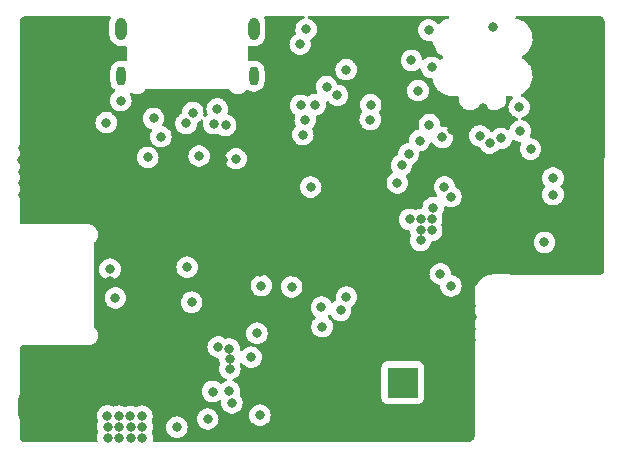
<source format=gbr>
%TF.GenerationSoftware,KiCad,Pcbnew,(6.0.2)*%
%TF.CreationDate,2022-07-06T09:12:25-05:00*%
%TF.ProjectId,pdsupply-PPS,70647375-7070-46c7-992d-5050532e6b69,rev?*%
%TF.SameCoordinates,Original*%
%TF.FileFunction,Copper,L2,Inr*%
%TF.FilePolarity,Positive*%
%FSLAX46Y46*%
G04 Gerber Fmt 4.6, Leading zero omitted, Abs format (unit mm)*
G04 Created by KiCad (PCBNEW (6.0.2)) date 2022-07-06 09:12:25*
%MOMM*%
%LPD*%
G01*
G04 APERTURE LIST*
%TA.AperFunction,ComponentPad*%
%ADD10O,1.900000X0.950000*%
%TD*%
%TA.AperFunction,ComponentPad*%
%ADD11O,1.600000X0.800000*%
%TD*%
%TA.AperFunction,ComponentPad*%
%ADD12R,2.600000X2.600000*%
%TD*%
%TA.AperFunction,ComponentPad*%
%ADD13C,2.600000*%
%TD*%
%TA.AperFunction,ComponentPad*%
%ADD14C,6.000000*%
%TD*%
%TA.AperFunction,ComponentPad*%
%ADD15O,0.950000X1.900000*%
%TD*%
%TA.AperFunction,ComponentPad*%
%ADD16O,0.800000X1.600000*%
%TD*%
%TA.AperFunction,ViaPad*%
%ADD17C,0.800000*%
%TD*%
G04 APERTURE END LIST*
D10*
%TO.N,GND*%
%TO.C,J1*%
X108396447Y-100571447D03*
D11*
X112396447Y-111811447D03*
X112396447Y-100571447D03*
D10*
X108396447Y-111811447D03*
%TD*%
D12*
%TO.N,/VBus_Out*%
%TO.C,J3*%
X139685000Y-114480000D03*
D13*
%TO.N,GND*%
X139685000Y-109480000D03*
%TD*%
D14*
%TO.N,GND*%
%TO.C,H2*%
X110270000Y-86860000D03*
%TD*%
%TO.N,GND*%
%TO.C,H1*%
X110070000Y-116540000D03*
%TD*%
D15*
%TO.N,GND1*%
%TO.C,J2*%
X127075000Y-84522500D03*
D16*
X115835000Y-88522500D03*
X127075000Y-88522500D03*
D15*
X115835000Y-84522500D03*
%TD*%
D14*
%TO.N,GND*%
%TO.C,H4*%
X153770000Y-86860000D03*
%TD*%
D17*
%TO.N,GND*%
X129710002Y-98369987D03*
%TO.N,+3V3*%
X143030000Y-93710000D03*
X151680000Y-102590000D03*
X141870000Y-84610000D03*
X120550000Y-118240000D03*
X126853288Y-112311434D03*
X140416652Y-87190791D03*
X142130000Y-100650000D03*
X152400000Y-98540000D03*
X142130000Y-101580000D03*
X127590000Y-117220000D03*
X130280000Y-106360000D03*
X127710000Y-106260000D03*
X152400000Y-97140000D03*
X132800000Y-108080000D03*
X131890000Y-97910000D03*
X140270000Y-100650000D03*
X141200000Y-100650000D03*
X141200000Y-101580000D03*
X141190000Y-102430000D03*
%TO.N,+5V*%
X123971697Y-91289377D03*
X131500000Y-84560000D03*
X114575830Y-92448838D03*
X118580000Y-92090000D03*
%TO.N,GND*%
X113000000Y-98640000D03*
X145480000Y-108020000D03*
X133270000Y-103190000D03*
X112910000Y-95640000D03*
X142050000Y-86180000D03*
X142210000Y-107950000D03*
X108500000Y-94610000D03*
X128830000Y-111560000D03*
X144460000Y-108943335D03*
X133240000Y-104100000D03*
X117260000Y-98690000D03*
X109546668Y-97580000D03*
X152450000Y-95550000D03*
X114106668Y-97600000D03*
X116420000Y-115800000D03*
X108566668Y-98620000D03*
X107500000Y-94610000D03*
X110706668Y-98640000D03*
X126080000Y-106080000D03*
X143350000Y-108923335D03*
X144440000Y-110810001D03*
X128110000Y-98370000D03*
X114553332Y-114820000D03*
X126280000Y-103950000D03*
X132750000Y-100010000D03*
X112960000Y-97600000D03*
X148100000Y-104480000D03*
X115486665Y-115830000D03*
X116240000Y-98660000D03*
X144430000Y-108010000D03*
X110640000Y-94630000D03*
X128880000Y-114630000D03*
X107526668Y-97580000D03*
X143851705Y-93120900D03*
X124467661Y-95630011D03*
X114900000Y-105860000D03*
X108526668Y-97580000D03*
X114196667Y-110950000D03*
X115130000Y-110960000D03*
X132190000Y-105080000D03*
X133180000Y-105050000D03*
X111853334Y-98640000D03*
X142240000Y-108883335D03*
X142230001Y-109816668D03*
X128870000Y-113100000D03*
X111786666Y-94630000D03*
X116083333Y-111920000D03*
X115140000Y-97600000D03*
X115486665Y-114830000D03*
X109586668Y-98620000D03*
X146500000Y-91240000D03*
X130370000Y-105060000D03*
X143340001Y-109856668D03*
X126270000Y-103020000D03*
X108476668Y-95620000D03*
X113619999Y-112840000D03*
X110666668Y-97600000D03*
X127580000Y-105110000D03*
X125700000Y-108560000D03*
X131300000Y-105070000D03*
X109520000Y-94610000D03*
X129460000Y-105100000D03*
X150580000Y-103690000D03*
X114216667Y-111900000D03*
X114080000Y-94630000D03*
X145500001Y-109886668D03*
X108506668Y-96610000D03*
X111763334Y-95640000D03*
X112933332Y-94630000D03*
X109496668Y-95620000D03*
X114056668Y-95640000D03*
X113619999Y-113810000D03*
X138740000Y-94330000D03*
X145490000Y-110820001D03*
X115486665Y-112860000D03*
X109526668Y-96610000D03*
X110646668Y-96630000D03*
X116200000Y-97620000D03*
X127072996Y-98229003D03*
X114146668Y-98640000D03*
X111813334Y-97600000D03*
X111793334Y-96630000D03*
X114086668Y-96630000D03*
X115486665Y-113830000D03*
X142220000Y-110750001D03*
X114553332Y-113820000D03*
X145510000Y-108953335D03*
X107476668Y-95620000D03*
X115150000Y-111910000D03*
X116063333Y-110970000D03*
X126150000Y-117400000D03*
X126620000Y-104820000D03*
X128530000Y-105110000D03*
X133770000Y-98420000D03*
X117220000Y-97650000D03*
X143320000Y-107990000D03*
X110616668Y-95640000D03*
X114553332Y-112850000D03*
X143330000Y-110790001D03*
X107566668Y-98620000D03*
X107506668Y-96610000D03*
X115180000Y-98640000D03*
X116420000Y-114800000D03*
X116420000Y-112830000D03*
X116420000Y-113800000D03*
X112940000Y-96630000D03*
X144450001Y-109876668D03*
X144870000Y-104550000D03*
%TO.N,/CC2*%
X115349500Y-107300000D03*
X121810023Y-107659977D03*
%TO.N,/CC1*%
X114900000Y-104860497D03*
X121424993Y-104693225D03*
%TO.N,GND1*%
X124690000Y-92680000D03*
X115815000Y-90585000D03*
X131000000Y-85800000D03*
X131220000Y-93460000D03*
%TO.N,/Vbus_pre*%
X114697142Y-118201428D03*
X117600000Y-117307142D03*
X124060000Y-111450000D03*
X114717142Y-119121428D03*
X125040000Y-113275000D03*
X116624284Y-117319999D03*
X116648570Y-118239999D03*
X114672856Y-117281428D03*
X125030000Y-112450000D03*
X115648570Y-117294285D03*
X117644286Y-119147142D03*
X116668570Y-119159999D03*
X115692856Y-119134285D03*
X117624286Y-118227142D03*
X115672856Y-118214285D03*
X125000000Y-111625000D03*
%TO.N,/DBG_N*%
X149630000Y-93150000D03*
X127330000Y-110280000D03*
X142860000Y-105270000D03*
X142262239Y-99659286D03*
%TO.N,/FLAGB*%
X132280000Y-90930000D03*
X146210000Y-93570000D03*
X123580000Y-115220000D03*
%TO.N,/VSINK_EN*%
X140970000Y-89750500D03*
X133230000Y-89400000D03*
X125009858Y-115212838D03*
X147038125Y-94187625D03*
%TO.N,/INT_N*%
X140170000Y-95110000D03*
X132860000Y-109730000D03*
%TO.N,/Isense*%
X150500564Y-94691488D03*
X123170000Y-117550000D03*
X134890000Y-87970000D03*
%TO.N,Net-(J2-PadA6)*%
X119200000Y-93650980D03*
X121904500Y-91597394D03*
%TO.N,Net-(J2-PadA7)*%
X121335500Y-92527353D03*
%TO.N,Net-(JP1-Pad1)*%
X131430000Y-92220000D03*
X122440000Y-95280000D03*
%TO.N,/USB_DP*%
X143760000Y-98730000D03*
X141110000Y-93970000D03*
X118092588Y-95398628D03*
X136930000Y-92190000D03*
%TO.N,Net-(JP2-Pad1)*%
X131030000Y-90990000D03*
X123669316Y-92550036D03*
%TO.N,/USB_DM*%
X141930000Y-92620000D03*
X136970000Y-90940000D03*
X143208539Y-97896396D03*
X125561098Y-95512541D03*
%TO.N,/SDA*%
X139225498Y-97550000D03*
X134910000Y-107220000D03*
%TO.N,/SCL*%
X134420000Y-108350000D03*
X139584622Y-96054622D03*
%TO.N,Net-(R17-Pad2)*%
X149541527Y-91139267D03*
X142130000Y-87770000D03*
%TO.N,/SenseFault*%
X148000378Y-93790378D03*
X134150000Y-90139500D03*
X125220000Y-116190000D03*
%TO.N,Net-(TC1-Pad2)*%
X143760000Y-106270000D03*
X147340000Y-84330000D03*
%TD*%
%TA.AperFunction,Conductor*%
%TO.N,GND*%
G36*
X156250194Y-83419522D02*
G01*
X156260082Y-83421061D01*
X156264860Y-83421805D01*
X156264861Y-83421805D01*
X156273731Y-83423186D01*
X156282633Y-83422022D01*
X156282637Y-83422022D01*
X156282733Y-83422009D01*
X156313170Y-83421738D01*
X156375375Y-83428746D01*
X156402882Y-83435024D01*
X156480071Y-83462034D01*
X156505491Y-83474276D01*
X156574738Y-83517787D01*
X156596797Y-83535379D01*
X156654621Y-83593203D01*
X156672213Y-83615262D01*
X156715724Y-83684509D01*
X156727966Y-83709930D01*
X156754975Y-83787117D01*
X156761254Y-83814624D01*
X156766674Y-83862722D01*
X156767522Y-83870251D01*
X156768305Y-83885897D01*
X156768196Y-83894855D01*
X156766814Y-83903729D01*
X156770249Y-83930001D01*
X156770916Y-83935099D01*
X156771980Y-83951496D01*
X156770810Y-86403554D01*
X156762088Y-104677132D01*
X156762024Y-104810580D01*
X156760524Y-104829899D01*
X156756814Y-104853731D01*
X156757978Y-104862633D01*
X156757978Y-104862637D01*
X156757991Y-104862733D01*
X156758262Y-104893170D01*
X156751254Y-104955375D01*
X156744976Y-104982882D01*
X156718517Y-105058496D01*
X156717966Y-105060071D01*
X156705724Y-105085491D01*
X156662213Y-105154738D01*
X156644621Y-105176797D01*
X156586797Y-105234621D01*
X156564738Y-105252213D01*
X156495491Y-105295724D01*
X156470070Y-105307966D01*
X156392883Y-105334975D01*
X156365376Y-105341254D01*
X156341428Y-105343952D01*
X156309744Y-105347522D01*
X156294103Y-105348305D01*
X156285146Y-105348196D01*
X156276271Y-105346814D01*
X156265025Y-105348285D01*
X156246267Y-105350737D01*
X156229329Y-105351800D01*
X150262048Y-105323307D01*
X147341220Y-105309360D01*
X147320923Y-105307615D01*
X147299647Y-105304036D01*
X147293289Y-105303958D01*
X147291966Y-105303942D01*
X147291962Y-105303942D01*
X147287108Y-105303883D01*
X147272374Y-105305993D01*
X147263527Y-105306942D01*
X147115331Y-105317540D01*
X147076435Y-105320322D01*
X147076434Y-105320322D01*
X147071948Y-105320643D01*
X146939694Y-105349413D01*
X146865558Y-105365540D01*
X146865555Y-105365541D01*
X146861169Y-105366495D01*
X146856967Y-105368062D01*
X146856961Y-105368064D01*
X146765041Y-105402349D01*
X146659061Y-105441878D01*
X146655116Y-105444032D01*
X146655114Y-105444033D01*
X146581292Y-105484343D01*
X146469738Y-105545256D01*
X146297054Y-105674525D01*
X146144525Y-105827054D01*
X146015256Y-105999738D01*
X146013097Y-106003692D01*
X145919447Y-106175200D01*
X145911878Y-106189061D01*
X145910307Y-106193273D01*
X145838064Y-106386961D01*
X145838062Y-106386967D01*
X145836495Y-106391169D01*
X145835541Y-106395555D01*
X145835540Y-106395558D01*
X145827516Y-106432446D01*
X145790643Y-106601948D01*
X145790322Y-106606436D01*
X145778144Y-106776704D01*
X145776720Y-106788613D01*
X145774036Y-106804569D01*
X145773883Y-106817108D01*
X145774573Y-106821925D01*
X145777770Y-106844250D01*
X145779043Y-106862290D01*
X145773552Y-110770591D01*
X145762086Y-118931500D01*
X145762069Y-118943302D01*
X145760570Y-118962501D01*
X145756814Y-118986624D01*
X145757978Y-118995526D01*
X145757978Y-118995530D01*
X145757991Y-118995626D01*
X145758262Y-119026063D01*
X145751254Y-119088268D01*
X145744976Y-119115775D01*
X145717966Y-119192964D01*
X145705724Y-119218384D01*
X145662213Y-119287631D01*
X145644621Y-119309690D01*
X145586797Y-119367514D01*
X145564738Y-119385106D01*
X145495491Y-119428617D01*
X145470070Y-119440859D01*
X145392883Y-119467868D01*
X145365376Y-119474147D01*
X145341428Y-119476845D01*
X145309744Y-119480415D01*
X145294103Y-119481198D01*
X145285145Y-119481089D01*
X145276271Y-119479707D01*
X145245278Y-119483760D01*
X145244396Y-119483875D01*
X145228198Y-119484939D01*
X143246614Y-119487127D01*
X118653811Y-119514282D01*
X118585668Y-119494355D01*
X118539116Y-119440751D01*
X118528935Y-119370488D01*
X118533840Y-119349343D01*
X118535788Y-119343347D01*
X118537828Y-119337070D01*
X118541221Y-119304793D01*
X118557100Y-119153707D01*
X118557790Y-119147142D01*
X118550112Y-119074089D01*
X118538518Y-118963777D01*
X118538518Y-118963775D01*
X118537828Y-118957214D01*
X118478813Y-118775586D01*
X118454123Y-118732822D01*
X118437385Y-118663827D01*
X118453031Y-118610542D01*
X118452825Y-118610450D01*
X118453509Y-118608915D01*
X118454123Y-118606822D01*
X118455509Y-118604422D01*
X118455511Y-118604417D01*
X118458813Y-118598698D01*
X118517828Y-118417070D01*
X118521221Y-118384793D01*
X118536439Y-118240000D01*
X119636496Y-118240000D01*
X119637186Y-118246565D01*
X119655107Y-118417070D01*
X119656458Y-118429928D01*
X119715473Y-118611556D01*
X119810960Y-118776944D01*
X119938747Y-118918866D01*
X120019799Y-118977754D01*
X120044266Y-118995530D01*
X120093248Y-119031118D01*
X120099276Y-119033802D01*
X120099278Y-119033803D01*
X120253292Y-119102374D01*
X120267712Y-119108794D01*
X120358036Y-119127993D01*
X120448056Y-119147128D01*
X120448061Y-119147128D01*
X120454513Y-119148500D01*
X120645487Y-119148500D01*
X120651939Y-119147128D01*
X120651944Y-119147128D01*
X120741964Y-119127993D01*
X120832288Y-119108794D01*
X120846708Y-119102374D01*
X121000722Y-119033803D01*
X121000724Y-119033802D01*
X121006752Y-119031118D01*
X121055735Y-118995530D01*
X121080201Y-118977754D01*
X121161253Y-118918866D01*
X121289040Y-118776944D01*
X121384527Y-118611556D01*
X121443542Y-118429928D01*
X121444894Y-118417070D01*
X121462814Y-118246565D01*
X121463504Y-118240000D01*
X121447612Y-118088794D01*
X121444232Y-118056635D01*
X121444232Y-118056633D01*
X121443542Y-118050072D01*
X121384527Y-117868444D01*
X121377104Y-117855586D01*
X121292341Y-117708774D01*
X121289040Y-117703056D01*
X121161253Y-117561134D01*
X121145928Y-117550000D01*
X122256496Y-117550000D01*
X122257186Y-117556565D01*
X122273184Y-117708774D01*
X122276458Y-117739928D01*
X122335473Y-117921556D01*
X122430960Y-118086944D01*
X122435378Y-118091851D01*
X122435379Y-118091852D01*
X122554325Y-118223955D01*
X122558747Y-118228866D01*
X122713248Y-118341118D01*
X122719276Y-118343802D01*
X122719278Y-118343803D01*
X122869099Y-118410507D01*
X122887712Y-118418794D01*
X122969629Y-118436206D01*
X123068056Y-118457128D01*
X123068061Y-118457128D01*
X123074513Y-118458500D01*
X123265487Y-118458500D01*
X123271939Y-118457128D01*
X123271944Y-118457128D01*
X123370371Y-118436206D01*
X123452288Y-118418794D01*
X123470901Y-118410507D01*
X123620722Y-118343803D01*
X123620724Y-118343802D01*
X123626752Y-118341118D01*
X123781253Y-118228866D01*
X123785675Y-118223955D01*
X123904621Y-118091852D01*
X123904622Y-118091851D01*
X123909040Y-118086944D01*
X124004527Y-117921556D01*
X124063542Y-117739928D01*
X124066817Y-117708774D01*
X124082814Y-117556565D01*
X124083504Y-117550000D01*
X124075238Y-117471356D01*
X124064232Y-117366635D01*
X124064232Y-117366633D01*
X124063542Y-117360072D01*
X124018029Y-117220000D01*
X126676496Y-117220000D01*
X126696458Y-117409928D01*
X126755473Y-117591556D01*
X126850960Y-117756944D01*
X126855378Y-117761851D01*
X126855379Y-117761852D01*
X126946202Y-117862721D01*
X126978747Y-117898866D01*
X127133248Y-118011118D01*
X127139276Y-118013802D01*
X127139278Y-118013803D01*
X127235481Y-118056635D01*
X127307712Y-118088794D01*
X127401112Y-118108647D01*
X127488056Y-118127128D01*
X127488061Y-118127128D01*
X127494513Y-118128500D01*
X127685487Y-118128500D01*
X127691939Y-118127128D01*
X127691944Y-118127128D01*
X127778888Y-118108647D01*
X127872288Y-118088794D01*
X127944519Y-118056635D01*
X128040722Y-118013803D01*
X128040724Y-118013802D01*
X128046752Y-118011118D01*
X128201253Y-117898866D01*
X128233798Y-117862721D01*
X128324621Y-117761852D01*
X128324622Y-117761851D01*
X128329040Y-117756944D01*
X128424527Y-117591556D01*
X128483542Y-117409928D01*
X128503504Y-117220000D01*
X128489998Y-117091500D01*
X128484232Y-117036635D01*
X128484232Y-117036633D01*
X128483542Y-117030072D01*
X128424527Y-116848444D01*
X128329040Y-116683056D01*
X128201253Y-116541134D01*
X128081174Y-116453891D01*
X128052094Y-116432763D01*
X128052093Y-116432762D01*
X128046752Y-116428882D01*
X128040724Y-116426198D01*
X128040722Y-116426197D01*
X127878319Y-116353891D01*
X127878318Y-116353891D01*
X127872288Y-116351206D01*
X127778888Y-116331353D01*
X127691944Y-116312872D01*
X127691939Y-116312872D01*
X127685487Y-116311500D01*
X127494513Y-116311500D01*
X127488061Y-116312872D01*
X127488056Y-116312872D01*
X127401112Y-116331353D01*
X127307712Y-116351206D01*
X127301682Y-116353891D01*
X127301681Y-116353891D01*
X127139278Y-116426197D01*
X127139276Y-116426198D01*
X127133248Y-116428882D01*
X127127907Y-116432762D01*
X127127906Y-116432763D01*
X127098826Y-116453891D01*
X126978747Y-116541134D01*
X126850960Y-116683056D01*
X126755473Y-116848444D01*
X126696458Y-117030072D01*
X126695768Y-117036633D01*
X126695768Y-117036635D01*
X126690002Y-117091500D01*
X126676496Y-117220000D01*
X124018029Y-117220000D01*
X124004527Y-117178444D01*
X123909040Y-117013056D01*
X123876789Y-116977237D01*
X123785675Y-116876045D01*
X123785674Y-116876044D01*
X123781253Y-116871134D01*
X123626752Y-116758882D01*
X123620724Y-116756198D01*
X123620722Y-116756197D01*
X123458319Y-116683891D01*
X123458318Y-116683891D01*
X123452288Y-116681206D01*
X123358887Y-116661353D01*
X123271944Y-116642872D01*
X123271939Y-116642872D01*
X123265487Y-116641500D01*
X123074513Y-116641500D01*
X123068061Y-116642872D01*
X123068056Y-116642872D01*
X122981113Y-116661353D01*
X122887712Y-116681206D01*
X122881682Y-116683891D01*
X122881681Y-116683891D01*
X122719278Y-116756197D01*
X122719276Y-116756198D01*
X122713248Y-116758882D01*
X122558747Y-116871134D01*
X122554326Y-116876044D01*
X122554325Y-116876045D01*
X122463212Y-116977237D01*
X122430960Y-117013056D01*
X122335473Y-117178444D01*
X122276458Y-117360072D01*
X122275768Y-117366633D01*
X122275768Y-117366635D01*
X122264762Y-117471356D01*
X122256496Y-117550000D01*
X121145928Y-117550000D01*
X121006752Y-117448882D01*
X121000724Y-117446198D01*
X121000722Y-117446197D01*
X120838319Y-117373891D01*
X120838318Y-117373891D01*
X120832288Y-117371206D01*
X120738887Y-117351353D01*
X120651944Y-117332872D01*
X120651939Y-117332872D01*
X120645487Y-117331500D01*
X120454513Y-117331500D01*
X120448061Y-117332872D01*
X120448056Y-117332872D01*
X120361113Y-117351353D01*
X120267712Y-117371206D01*
X120261682Y-117373891D01*
X120261681Y-117373891D01*
X120099278Y-117446197D01*
X120099276Y-117446198D01*
X120093248Y-117448882D01*
X119938747Y-117561134D01*
X119810960Y-117703056D01*
X119807659Y-117708774D01*
X119722897Y-117855586D01*
X119715473Y-117868444D01*
X119656458Y-118050072D01*
X119655768Y-118056633D01*
X119655768Y-118056635D01*
X119652388Y-118088794D01*
X119636496Y-118240000D01*
X118536439Y-118240000D01*
X118537100Y-118233707D01*
X118537790Y-118227142D01*
X118534397Y-118194863D01*
X118518518Y-118043777D01*
X118518518Y-118043775D01*
X118517828Y-118037214D01*
X118458813Y-117855586D01*
X118431980Y-117809110D01*
X118415242Y-117740115D01*
X118429675Y-117690955D01*
X118428539Y-117690449D01*
X118431223Y-117684421D01*
X118434527Y-117678698D01*
X118493542Y-117497070D01*
X118496935Y-117464793D01*
X118512814Y-117313707D01*
X118513504Y-117307142D01*
X118500638Y-117184729D01*
X118494232Y-117123777D01*
X118494232Y-117123775D01*
X118493542Y-117117214D01*
X118434527Y-116935586D01*
X118339040Y-116770198D01*
X118326434Y-116756197D01*
X118215675Y-116633187D01*
X118215674Y-116633186D01*
X118211253Y-116628276D01*
X118098072Y-116546045D01*
X118062094Y-116519905D01*
X118062093Y-116519904D01*
X118056752Y-116516024D01*
X118050724Y-116513340D01*
X118050722Y-116513339D01*
X117888319Y-116441033D01*
X117888318Y-116441033D01*
X117882288Y-116438348D01*
X117773946Y-116415319D01*
X117701944Y-116400014D01*
X117701939Y-116400014D01*
X117695487Y-116398642D01*
X117504513Y-116398642D01*
X117498061Y-116400014D01*
X117498056Y-116400014D01*
X117426054Y-116415319D01*
X117317712Y-116438348D01*
X117311685Y-116441031D01*
X117311677Y-116441034D01*
X117148951Y-116513484D01*
X117078584Y-116522918D01*
X117046455Y-116513484D01*
X116912607Y-116453891D01*
X116912599Y-116453888D01*
X116906572Y-116451205D01*
X116798230Y-116428176D01*
X116726228Y-116412871D01*
X116726223Y-116412871D01*
X116719771Y-116411499D01*
X116528797Y-116411499D01*
X116522345Y-116412871D01*
X116522340Y-116412871D01*
X116450338Y-116428176D01*
X116341996Y-116451205D01*
X116215424Y-116507558D01*
X116145058Y-116516992D01*
X116105376Y-116503046D01*
X116105322Y-116503167D01*
X116103831Y-116502503D01*
X116103829Y-116502502D01*
X116091929Y-116497204D01*
X115936889Y-116428176D01*
X115936888Y-116428176D01*
X115930858Y-116425491D01*
X115837458Y-116405638D01*
X115750514Y-116387157D01*
X115750509Y-116387157D01*
X115744057Y-116385785D01*
X115553083Y-116385785D01*
X115546631Y-116387157D01*
X115546626Y-116387157D01*
X115459682Y-116405638D01*
X115366282Y-116425491D01*
X115360252Y-116428176D01*
X115360251Y-116428176D01*
X115331374Y-116441033D01*
X115226400Y-116487770D01*
X115156034Y-116497204D01*
X115123903Y-116487770D01*
X114961175Y-116415319D01*
X114961174Y-116415319D01*
X114955144Y-116412634D01*
X114861744Y-116392781D01*
X114774800Y-116374300D01*
X114774795Y-116374300D01*
X114768343Y-116372928D01*
X114577369Y-116372928D01*
X114570917Y-116374300D01*
X114570912Y-116374300D01*
X114483968Y-116392781D01*
X114390568Y-116412634D01*
X114384538Y-116415319D01*
X114384537Y-116415319D01*
X114222134Y-116487625D01*
X114222132Y-116487626D01*
X114216104Y-116490310D01*
X114210763Y-116494190D01*
X114210762Y-116494191D01*
X114175370Y-116519905D01*
X114061603Y-116602562D01*
X114057182Y-116607472D01*
X114057181Y-116607473D01*
X113954758Y-116721226D01*
X113933816Y-116744484D01*
X113838329Y-116909872D01*
X113779314Y-117091500D01*
X113778624Y-117098061D01*
X113778624Y-117098063D01*
X113770777Y-117172721D01*
X113759352Y-117281428D01*
X113760042Y-117287993D01*
X113773518Y-117416206D01*
X113779314Y-117471356D01*
X113838329Y-117652984D01*
X113864405Y-117698148D01*
X113865162Y-117699460D01*
X113881900Y-117768455D01*
X113867467Y-117817615D01*
X113868603Y-117818121D01*
X113865919Y-117824149D01*
X113862615Y-117829872D01*
X113803600Y-118011500D01*
X113802910Y-118018061D01*
X113802910Y-118018063D01*
X113795476Y-118088794D01*
X113783638Y-118201428D01*
X113803600Y-118391356D01*
X113862615Y-118572984D01*
X113865918Y-118578706D01*
X113865919Y-118578707D01*
X113887305Y-118615748D01*
X113904043Y-118684743D01*
X113888397Y-118738028D01*
X113888603Y-118738120D01*
X113887919Y-118739655D01*
X113887305Y-118741748D01*
X113885919Y-118744148D01*
X113885917Y-118744153D01*
X113882615Y-118749872D01*
X113823600Y-118931500D01*
X113822910Y-118938061D01*
X113822910Y-118938063D01*
X113813130Y-119031118D01*
X113803638Y-119121428D01*
X113804328Y-119127993D01*
X113822370Y-119299650D01*
X113823600Y-119311356D01*
X113825639Y-119317631D01*
X113837715Y-119354796D01*
X113839743Y-119425764D01*
X113803080Y-119486562D01*
X113739368Y-119517888D01*
X113718025Y-119519733D01*
X109652142Y-119524222D01*
X107782674Y-119526286D01*
X107763150Y-119524786D01*
X107748696Y-119522535D01*
X107748692Y-119522535D01*
X107739823Y-119521154D01*
X107730921Y-119522318D01*
X107730917Y-119522318D01*
X107730821Y-119522331D01*
X107700384Y-119522602D01*
X107638179Y-119515594D01*
X107610672Y-119509316D01*
X107533482Y-119482306D01*
X107508063Y-119470064D01*
X107438816Y-119426553D01*
X107416757Y-119408961D01*
X107358933Y-119351137D01*
X107341341Y-119329078D01*
X107297830Y-119259831D01*
X107285588Y-119234410D01*
X107258579Y-119157223D01*
X107252300Y-119129716D01*
X107246032Y-119074089D01*
X107245249Y-119058443D01*
X107245358Y-119049485D01*
X107246740Y-119040611D01*
X107243021Y-119012169D01*
X107241964Y-118994614D01*
X107278583Y-115220000D01*
X122666496Y-115220000D01*
X122686458Y-115409928D01*
X122745473Y-115591556D01*
X122840960Y-115756944D01*
X122845378Y-115761851D01*
X122845379Y-115761852D01*
X122964325Y-115893955D01*
X122968747Y-115898866D01*
X123006962Y-115926631D01*
X123117078Y-116006635D01*
X123123248Y-116011118D01*
X123129276Y-116013802D01*
X123129278Y-116013803D01*
X123291681Y-116086109D01*
X123297712Y-116088794D01*
X123391113Y-116108647D01*
X123478056Y-116127128D01*
X123478061Y-116127128D01*
X123484513Y-116128500D01*
X123675487Y-116128500D01*
X123681939Y-116127128D01*
X123681944Y-116127128D01*
X123768887Y-116108647D01*
X123862288Y-116088794D01*
X123868319Y-116086109D01*
X124030722Y-116013803D01*
X124030724Y-116013802D01*
X124036752Y-116011118D01*
X124042923Y-116006635D01*
X124120200Y-115950489D01*
X124187067Y-115926631D01*
X124256219Y-115942711D01*
X124305699Y-115993624D01*
X124319571Y-116065595D01*
X124306496Y-116190000D01*
X124326458Y-116379928D01*
X124385473Y-116561556D01*
X124480960Y-116726944D01*
X124485378Y-116731851D01*
X124485379Y-116731852D01*
X124585206Y-116842721D01*
X124608747Y-116868866D01*
X124763248Y-116981118D01*
X124769276Y-116983802D01*
X124769278Y-116983803D01*
X124931681Y-117056109D01*
X124937712Y-117058794D01*
X125031113Y-117078647D01*
X125118056Y-117097128D01*
X125118061Y-117097128D01*
X125124513Y-117098500D01*
X125315487Y-117098500D01*
X125321939Y-117097128D01*
X125321944Y-117097128D01*
X125408887Y-117078647D01*
X125502288Y-117058794D01*
X125508319Y-117056109D01*
X125670722Y-116983803D01*
X125670724Y-116983802D01*
X125676752Y-116981118D01*
X125831253Y-116868866D01*
X125854794Y-116842721D01*
X125954621Y-116731852D01*
X125954622Y-116731851D01*
X125959040Y-116726944D01*
X126054527Y-116561556D01*
X126113542Y-116379928D01*
X126133504Y-116190000D01*
X126120429Y-116065595D01*
X126114232Y-116006635D01*
X126114232Y-116006633D01*
X126113542Y-116000072D01*
X126057675Y-115828134D01*
X137876500Y-115828134D01*
X137883255Y-115890316D01*
X137934385Y-116026705D01*
X138021739Y-116143261D01*
X138138295Y-116230615D01*
X138274684Y-116281745D01*
X138336866Y-116288500D01*
X141033134Y-116288500D01*
X141095316Y-116281745D01*
X141231705Y-116230615D01*
X141348261Y-116143261D01*
X141435615Y-116026705D01*
X141486745Y-115890316D01*
X141493500Y-115828134D01*
X141493500Y-113131866D01*
X141486745Y-113069684D01*
X141435615Y-112933295D01*
X141348261Y-112816739D01*
X141231705Y-112729385D01*
X141095316Y-112678255D01*
X141033134Y-112671500D01*
X138336866Y-112671500D01*
X138274684Y-112678255D01*
X138138295Y-112729385D01*
X138021739Y-112816739D01*
X137934385Y-112933295D01*
X137883255Y-113069684D01*
X137876500Y-113131866D01*
X137876500Y-115828134D01*
X126057675Y-115828134D01*
X126054527Y-115818444D01*
X125959040Y-115653056D01*
X125907071Y-115595339D01*
X125876354Y-115531331D01*
X125880874Y-115472094D01*
X125903400Y-115402766D01*
X125923362Y-115212838D01*
X125903400Y-115022910D01*
X125844385Y-114841282D01*
X125748898Y-114675894D01*
X125728012Y-114652697D01*
X125625533Y-114538883D01*
X125625529Y-114538879D01*
X125621111Y-114533972D01*
X125522015Y-114461974D01*
X125471952Y-114425601D01*
X125471951Y-114425600D01*
X125466610Y-114421720D01*
X125460582Y-114419036D01*
X125460580Y-114419035D01*
X125340867Y-114365736D01*
X125286772Y-114319756D01*
X125266122Y-114251829D01*
X125285474Y-114183521D01*
X125340867Y-114135522D01*
X125490722Y-114068803D01*
X125490724Y-114068802D01*
X125496752Y-114066118D01*
X125651253Y-113953866D01*
X125779040Y-113811944D01*
X125874527Y-113646556D01*
X125933542Y-113464928D01*
X125953504Y-113275000D01*
X125938103Y-113128469D01*
X125934232Y-113091635D01*
X125934232Y-113091633D01*
X125933542Y-113085072D01*
X125893364Y-112961418D01*
X125891336Y-112890452D01*
X125927998Y-112829654D01*
X125991711Y-112798329D01*
X126062244Y-112806421D01*
X126113544Y-112847158D01*
X126114248Y-112848378D01*
X126118666Y-112853285D01*
X126118667Y-112853286D01*
X126198278Y-112941703D01*
X126242035Y-112990300D01*
X126396536Y-113102552D01*
X126402564Y-113105236D01*
X126402566Y-113105237D01*
X126470051Y-113135283D01*
X126571000Y-113180228D01*
X126664400Y-113200081D01*
X126751344Y-113218562D01*
X126751349Y-113218562D01*
X126757801Y-113219934D01*
X126948775Y-113219934D01*
X126955227Y-113218562D01*
X126955232Y-113218562D01*
X127042176Y-113200081D01*
X127135576Y-113180228D01*
X127236525Y-113135283D01*
X127304010Y-113105237D01*
X127304012Y-113105236D01*
X127310040Y-113102552D01*
X127464541Y-112990300D01*
X127508298Y-112941703D01*
X127587909Y-112853286D01*
X127587910Y-112853285D01*
X127592328Y-112848378D01*
X127687815Y-112682990D01*
X127746830Y-112501362D01*
X127749987Y-112471330D01*
X127766102Y-112317999D01*
X127766792Y-112311434D01*
X127746830Y-112121506D01*
X127687815Y-111939878D01*
X127592328Y-111774490D01*
X127464541Y-111632568D01*
X127310040Y-111520316D01*
X127304012Y-111517632D01*
X127304010Y-111517631D01*
X127141607Y-111445325D01*
X127141606Y-111445325D01*
X127135576Y-111442640D01*
X127042175Y-111422787D01*
X126955232Y-111404306D01*
X126955227Y-111404306D01*
X126948775Y-111402934D01*
X126757801Y-111402934D01*
X126751349Y-111404306D01*
X126751344Y-111404306D01*
X126664401Y-111422787D01*
X126571000Y-111442640D01*
X126564970Y-111445325D01*
X126564969Y-111445325D01*
X126402566Y-111517631D01*
X126402564Y-111517632D01*
X126396536Y-111520316D01*
X126242035Y-111632568D01*
X126237614Y-111637478D01*
X126237613Y-111637479D01*
X126128667Y-111758476D01*
X126068221Y-111795716D01*
X125997237Y-111794364D01*
X125938253Y-111754851D01*
X125909995Y-111689720D01*
X125909721Y-111660997D01*
X125912814Y-111631566D01*
X125912814Y-111631565D01*
X125913504Y-111625000D01*
X125902909Y-111524197D01*
X125894232Y-111441635D01*
X125894232Y-111441633D01*
X125893542Y-111435072D01*
X125834527Y-111253444D01*
X125815617Y-111220690D01*
X125742341Y-111093774D01*
X125739040Y-111088056D01*
X125730386Y-111078444D01*
X125615675Y-110951045D01*
X125615674Y-110951044D01*
X125611253Y-110946134D01*
X125456752Y-110833882D01*
X125450724Y-110831198D01*
X125450722Y-110831197D01*
X125288319Y-110758891D01*
X125288318Y-110758891D01*
X125282288Y-110756206D01*
X125188887Y-110736353D01*
X125101944Y-110717872D01*
X125101939Y-110717872D01*
X125095487Y-110716500D01*
X124904513Y-110716500D01*
X124898061Y-110717872D01*
X124898056Y-110717872D01*
X124720745Y-110755561D01*
X124649954Y-110750159D01*
X124620487Y-110734250D01*
X124522094Y-110662763D01*
X124522093Y-110662762D01*
X124516752Y-110658882D01*
X124510724Y-110656198D01*
X124510722Y-110656197D01*
X124348319Y-110583891D01*
X124348318Y-110583891D01*
X124342288Y-110581206D01*
X124248888Y-110561353D01*
X124161944Y-110542872D01*
X124161939Y-110542872D01*
X124155487Y-110541500D01*
X123964513Y-110541500D01*
X123958061Y-110542872D01*
X123958056Y-110542872D01*
X123871113Y-110561353D01*
X123777712Y-110581206D01*
X123771682Y-110583891D01*
X123771681Y-110583891D01*
X123609278Y-110656197D01*
X123609276Y-110656198D01*
X123603248Y-110658882D01*
X123448747Y-110771134D01*
X123444326Y-110776044D01*
X123444325Y-110776045D01*
X123392249Y-110833882D01*
X123320960Y-110913056D01*
X123299027Y-110951045D01*
X123229703Y-111071118D01*
X123225473Y-111078444D01*
X123166458Y-111260072D01*
X123165768Y-111266633D01*
X123165768Y-111266635D01*
X123160037Y-111321167D01*
X123146496Y-111450000D01*
X123166458Y-111639928D01*
X123225473Y-111821556D01*
X123320960Y-111986944D01*
X123325378Y-111991851D01*
X123325379Y-111991852D01*
X123343087Y-112011519D01*
X123448747Y-112128866D01*
X123603248Y-112241118D01*
X123609276Y-112243802D01*
X123609278Y-112243803D01*
X123761181Y-112311434D01*
X123777712Y-112318794D01*
X123871112Y-112338647D01*
X123958056Y-112357128D01*
X123958061Y-112357128D01*
X123964513Y-112358500D01*
X123993428Y-112358500D01*
X124061549Y-112378502D01*
X124108042Y-112432158D01*
X124118738Y-112471329D01*
X124136458Y-112639928D01*
X124195473Y-112821556D01*
X124197417Y-112824922D01*
X124206716Y-112894293D01*
X124202008Y-112914107D01*
X124175990Y-112994183D01*
X124146458Y-113085072D01*
X124145768Y-113091633D01*
X124145768Y-113091635D01*
X124141897Y-113128469D01*
X124126496Y-113275000D01*
X124146458Y-113464928D01*
X124205473Y-113646556D01*
X124300960Y-113811944D01*
X124428747Y-113953866D01*
X124583248Y-114066118D01*
X124589276Y-114068802D01*
X124589278Y-114068803D01*
X124708991Y-114122102D01*
X124763086Y-114168082D01*
X124783736Y-114236009D01*
X124764384Y-114304317D01*
X124708991Y-114352316D01*
X124559136Y-114419035D01*
X124559134Y-114419036D01*
X124553106Y-114421720D01*
X124547765Y-114425600D01*
X124547764Y-114425601D01*
X124497701Y-114461974D01*
X124398605Y-114533972D01*
X124385339Y-114548705D01*
X124324894Y-114585943D01*
X124253911Y-114584591D01*
X124200661Y-114550370D01*
X124200580Y-114550460D01*
X124200027Y-114549962D01*
X124198068Y-114548703D01*
X124191253Y-114541134D01*
X124036752Y-114428882D01*
X124030724Y-114426198D01*
X124030722Y-114426197D01*
X123868319Y-114353891D01*
X123868318Y-114353891D01*
X123862288Y-114351206D01*
X123768888Y-114331353D01*
X123681944Y-114312872D01*
X123681939Y-114312872D01*
X123675487Y-114311500D01*
X123484513Y-114311500D01*
X123478061Y-114312872D01*
X123478056Y-114312872D01*
X123391112Y-114331353D01*
X123297712Y-114351206D01*
X123291682Y-114353891D01*
X123291681Y-114353891D01*
X123129278Y-114426197D01*
X123129276Y-114426198D01*
X123123248Y-114428882D01*
X122968747Y-114541134D01*
X122840960Y-114683056D01*
X122745473Y-114848444D01*
X122686458Y-115030072D01*
X122666496Y-115220000D01*
X107278583Y-115220000D01*
X107304048Y-112595037D01*
X107304135Y-112593025D01*
X107304447Y-112591024D01*
X107304447Y-112554520D01*
X107304453Y-112553298D01*
X107304733Y-112524388D01*
X107304777Y-112519900D01*
X107304510Y-112517895D01*
X107304447Y-112515852D01*
X107304447Y-111445447D01*
X107324449Y-111377326D01*
X107378105Y-111330833D01*
X107430447Y-111319447D01*
X112915550Y-111319447D01*
X112931126Y-111320950D01*
X112931178Y-111320504D01*
X112943635Y-111321947D01*
X112963558Y-111321167D01*
X112969081Y-111321073D01*
X113109392Y-111321762D01*
X113109396Y-111321762D01*
X113115591Y-111321792D01*
X113121673Y-111320613D01*
X113121675Y-111320613D01*
X113278225Y-111290272D01*
X113278229Y-111290271D01*
X113284306Y-111289093D01*
X113290040Y-111286751D01*
X113437665Y-111226450D01*
X113437668Y-111226448D01*
X113443400Y-111224107D01*
X113499336Y-111187128D01*
X113581592Y-111132748D01*
X113581593Y-111132748D01*
X113586759Y-111129332D01*
X113708874Y-111008410D01*
X113745648Y-110953955D01*
X113801587Y-110871118D01*
X113801588Y-110871116D01*
X113805051Y-110865988D01*
X113871595Y-110707539D01*
X113872831Y-110701480D01*
X113872833Y-110701474D01*
X113896565Y-110585149D01*
X113898576Y-110576771D01*
X113905504Y-110551713D01*
X113906947Y-110539256D01*
X113906997Y-110539262D01*
X113907225Y-110537014D01*
X113907174Y-110537010D01*
X113907836Y-110529374D01*
X113907836Y-110529373D01*
X113908257Y-110524517D01*
X113907926Y-110519653D01*
X113906453Y-110498017D01*
X113906198Y-110492474D01*
X113903286Y-110370841D01*
X113903138Y-110364647D01*
X113884184Y-110280000D01*
X126416496Y-110280000D01*
X126417186Y-110286565D01*
X126426910Y-110379080D01*
X126436458Y-110469928D01*
X126495473Y-110651556D01*
X126498776Y-110657278D01*
X126498777Y-110657279D01*
X126501943Y-110662763D01*
X126590960Y-110816944D01*
X126595378Y-110821851D01*
X126595379Y-110821852D01*
X126682648Y-110918774D01*
X126718747Y-110958866D01*
X126873248Y-111071118D01*
X126879276Y-111073802D01*
X126879278Y-111073803D01*
X127003999Y-111129332D01*
X127047712Y-111148794D01*
X127141113Y-111168647D01*
X127228056Y-111187128D01*
X127228061Y-111187128D01*
X127234513Y-111188500D01*
X127425487Y-111188500D01*
X127431939Y-111187128D01*
X127431944Y-111187128D01*
X127518887Y-111168647D01*
X127612288Y-111148794D01*
X127656001Y-111129332D01*
X127780722Y-111073803D01*
X127780724Y-111073802D01*
X127786752Y-111071118D01*
X127941253Y-110958866D01*
X127977352Y-110918774D01*
X128064621Y-110821852D01*
X128064622Y-110821851D01*
X128069040Y-110816944D01*
X128158057Y-110662763D01*
X128161223Y-110657279D01*
X128161224Y-110657278D01*
X128164527Y-110651556D01*
X128223542Y-110469928D01*
X128233091Y-110379080D01*
X128242814Y-110286565D01*
X128243504Y-110280000D01*
X128223542Y-110090072D01*
X128164527Y-109908444D01*
X128069040Y-109743056D01*
X128063196Y-109736565D01*
X127945675Y-109606045D01*
X127945674Y-109606044D01*
X127941253Y-109601134D01*
X127786752Y-109488882D01*
X127780724Y-109486198D01*
X127780722Y-109486197D01*
X127618319Y-109413891D01*
X127618318Y-109413891D01*
X127612288Y-109411206D01*
X127518888Y-109391353D01*
X127431944Y-109372872D01*
X127431939Y-109372872D01*
X127425487Y-109371500D01*
X127234513Y-109371500D01*
X127228061Y-109372872D01*
X127228056Y-109372872D01*
X127141113Y-109391353D01*
X127047712Y-109411206D01*
X127041682Y-109413891D01*
X127041681Y-109413891D01*
X126879278Y-109486197D01*
X126879276Y-109486198D01*
X126873248Y-109488882D01*
X126718747Y-109601134D01*
X126714326Y-109606044D01*
X126714325Y-109606045D01*
X126596805Y-109736565D01*
X126590960Y-109743056D01*
X126495473Y-109908444D01*
X126436458Y-110090072D01*
X126416496Y-110280000D01*
X113884184Y-110280000D01*
X113868217Y-110208689D01*
X113803541Y-110062541D01*
X113799983Y-110057482D01*
X113715157Y-109936881D01*
X113715154Y-109936877D01*
X113711596Y-109931819D01*
X113595915Y-109821546D01*
X113562972Y-109800657D01*
X113516154Y-109747286D01*
X113504447Y-109694247D01*
X113504447Y-107300000D01*
X114435996Y-107300000D01*
X114436686Y-107306565D01*
X114453869Y-107470049D01*
X114455958Y-107489928D01*
X114514973Y-107671556D01*
X114518276Y-107677278D01*
X114518277Y-107677279D01*
X114520113Y-107680459D01*
X114610460Y-107836944D01*
X114614878Y-107841851D01*
X114614879Y-107841852D01*
X114661793Y-107893955D01*
X114738247Y-107978866D01*
X114777299Y-108007239D01*
X114868410Y-108073435D01*
X114892748Y-108091118D01*
X114898776Y-108093802D01*
X114898778Y-108093803D01*
X115047622Y-108160072D01*
X115067212Y-108168794D01*
X115160613Y-108188647D01*
X115247556Y-108207128D01*
X115247561Y-108207128D01*
X115254013Y-108208500D01*
X115444987Y-108208500D01*
X115451439Y-108207128D01*
X115451444Y-108207128D01*
X115538387Y-108188647D01*
X115631788Y-108168794D01*
X115651378Y-108160072D01*
X115800222Y-108093803D01*
X115800224Y-108093802D01*
X115806252Y-108091118D01*
X115830591Y-108073435D01*
X115921701Y-108007239D01*
X115960753Y-107978866D01*
X116037207Y-107893955D01*
X116084121Y-107841852D01*
X116084122Y-107841851D01*
X116088540Y-107836944D01*
X116178887Y-107680459D01*
X116180723Y-107677279D01*
X116180724Y-107677278D01*
X116184027Y-107671556D01*
X116187789Y-107659977D01*
X120896519Y-107659977D01*
X120897209Y-107666542D01*
X120915635Y-107841852D01*
X120916481Y-107849905D01*
X120975496Y-108031533D01*
X121070983Y-108196921D01*
X121198770Y-108338843D01*
X121353271Y-108451095D01*
X121359299Y-108453779D01*
X121359301Y-108453780D01*
X121521704Y-108526086D01*
X121527735Y-108528771D01*
X121609760Y-108546206D01*
X121708079Y-108567105D01*
X121708084Y-108567105D01*
X121714536Y-108568477D01*
X121905510Y-108568477D01*
X121911962Y-108567105D01*
X121911967Y-108567105D01*
X122010286Y-108546206D01*
X122092311Y-108528771D01*
X122098342Y-108526086D01*
X122260745Y-108453780D01*
X122260747Y-108453779D01*
X122266775Y-108451095D01*
X122421276Y-108338843D01*
X122549063Y-108196921D01*
X122616568Y-108080000D01*
X131886496Y-108080000D01*
X131887186Y-108086565D01*
X131899858Y-108207128D01*
X131906458Y-108269928D01*
X131965473Y-108451556D01*
X132060960Y-108616944D01*
X132188747Y-108758866D01*
X132194089Y-108762747D01*
X132194091Y-108762749D01*
X132279580Y-108824860D01*
X132322934Y-108881082D01*
X132329009Y-108951818D01*
X132295878Y-109014610D01*
X132279581Y-109028731D01*
X132254094Y-109047249D01*
X132248747Y-109051134D01*
X132244326Y-109056044D01*
X132244325Y-109056045D01*
X132165308Y-109143803D01*
X132120960Y-109193056D01*
X132025473Y-109358444D01*
X131966458Y-109540072D01*
X131946496Y-109730000D01*
X131947186Y-109736565D01*
X131955770Y-109818233D01*
X131966458Y-109919928D01*
X132025473Y-110101556D01*
X132120960Y-110266944D01*
X132125378Y-110271851D01*
X132125379Y-110271852D01*
X132242501Y-110401929D01*
X132248747Y-110408866D01*
X132403248Y-110521118D01*
X132409276Y-110523802D01*
X132409278Y-110523803D01*
X132571681Y-110596109D01*
X132577712Y-110598794D01*
X132671113Y-110618647D01*
X132758056Y-110637128D01*
X132758061Y-110637128D01*
X132764513Y-110638500D01*
X132955487Y-110638500D01*
X132961939Y-110637128D01*
X132961944Y-110637128D01*
X133048888Y-110618647D01*
X133142288Y-110598794D01*
X133148319Y-110596109D01*
X133310722Y-110523803D01*
X133310724Y-110523802D01*
X133316752Y-110521118D01*
X133471253Y-110408866D01*
X133477499Y-110401929D01*
X133594621Y-110271852D01*
X133594622Y-110271851D01*
X133599040Y-110266944D01*
X133694527Y-110101556D01*
X133753542Y-109919928D01*
X133764231Y-109818233D01*
X133772814Y-109736565D01*
X133773504Y-109730000D01*
X133753542Y-109540072D01*
X133694527Y-109358444D01*
X133599040Y-109193056D01*
X133554693Y-109143803D01*
X133475675Y-109056045D01*
X133475674Y-109056044D01*
X133471253Y-109051134D01*
X133445949Y-109032749D01*
X133380420Y-108985140D01*
X133337066Y-108928918D01*
X133330991Y-108858182D01*
X133364122Y-108795390D01*
X133380419Y-108781269D01*
X133405906Y-108762751D01*
X133405907Y-108762750D01*
X133411253Y-108758866D01*
X133415675Y-108753955D01*
X133420577Y-108749541D01*
X133421724Y-108750815D01*
X133474931Y-108718034D01*
X133545915Y-108719384D01*
X133604900Y-108758896D01*
X133617243Y-108776582D01*
X133680960Y-108886944D01*
X133685378Y-108891851D01*
X133685379Y-108891852D01*
X133727725Y-108938882D01*
X133808747Y-109028866D01*
X133963248Y-109141118D01*
X133969276Y-109143802D01*
X133969278Y-109143803D01*
X134079903Y-109193056D01*
X134137712Y-109218794D01*
X134231112Y-109238647D01*
X134318056Y-109257128D01*
X134318061Y-109257128D01*
X134324513Y-109258500D01*
X134515487Y-109258500D01*
X134521939Y-109257128D01*
X134521944Y-109257128D01*
X134608888Y-109238647D01*
X134702288Y-109218794D01*
X134760097Y-109193056D01*
X134870722Y-109143803D01*
X134870724Y-109143802D01*
X134876752Y-109141118D01*
X135031253Y-109028866D01*
X135112275Y-108938882D01*
X135154621Y-108891852D01*
X135154622Y-108891851D01*
X135159040Y-108886944D01*
X135254527Y-108721556D01*
X135313542Y-108539928D01*
X135314571Y-108530143D01*
X135332814Y-108356565D01*
X135333504Y-108350000D01*
X135313542Y-108160072D01*
X135311502Y-108153795D01*
X135310129Y-108147334D01*
X135312219Y-108146890D01*
X135310480Y-108085910D01*
X135347145Y-108025114D01*
X135365393Y-108011723D01*
X135366752Y-108011118D01*
X135521253Y-107898866D01*
X135649040Y-107756944D01*
X135744527Y-107591556D01*
X135803542Y-107409928D01*
X135804875Y-107397251D01*
X135822814Y-107226565D01*
X135823504Y-107220000D01*
X135817947Y-107167128D01*
X135804232Y-107036635D01*
X135804232Y-107036633D01*
X135803542Y-107030072D01*
X135744527Y-106848444D01*
X135649040Y-106683056D01*
X135521253Y-106541134D01*
X135386686Y-106443365D01*
X135372094Y-106432763D01*
X135372093Y-106432762D01*
X135366752Y-106428882D01*
X135360724Y-106426198D01*
X135360722Y-106426197D01*
X135198319Y-106353891D01*
X135198318Y-106353891D01*
X135192288Y-106351206D01*
X135093901Y-106330293D01*
X135011944Y-106312872D01*
X135011939Y-106312872D01*
X135005487Y-106311500D01*
X134814513Y-106311500D01*
X134808061Y-106312872D01*
X134808056Y-106312872D01*
X134726099Y-106330293D01*
X134627712Y-106351206D01*
X134621682Y-106353891D01*
X134621681Y-106353891D01*
X134459278Y-106426197D01*
X134459276Y-106426198D01*
X134453248Y-106428882D01*
X134447907Y-106432762D01*
X134447906Y-106432763D01*
X134433314Y-106443365D01*
X134298747Y-106541134D01*
X134170960Y-106683056D01*
X134075473Y-106848444D01*
X134016458Y-107030072D01*
X134015768Y-107036633D01*
X134015768Y-107036635D01*
X134002053Y-107167128D01*
X133996496Y-107220000D01*
X133997186Y-107226565D01*
X134015126Y-107397251D01*
X134016458Y-107409928D01*
X134018498Y-107416205D01*
X134019871Y-107422666D01*
X134017781Y-107423110D01*
X134019520Y-107484090D01*
X133982855Y-107544886D01*
X133964607Y-107558277D01*
X133963248Y-107558882D01*
X133808747Y-107671134D01*
X133804325Y-107676046D01*
X133799423Y-107680459D01*
X133798276Y-107679185D01*
X133745069Y-107711966D01*
X133674085Y-107710616D01*
X133615100Y-107671104D01*
X133602757Y-107653417D01*
X133570346Y-107597279D01*
X133539040Y-107543056D01*
X133491204Y-107489928D01*
X133415675Y-107406045D01*
X133415674Y-107406044D01*
X133411253Y-107401134D01*
X133312157Y-107329136D01*
X133262094Y-107292763D01*
X133262093Y-107292762D01*
X133256752Y-107288882D01*
X133250724Y-107286198D01*
X133250722Y-107286197D01*
X133088319Y-107213891D01*
X133088318Y-107213891D01*
X133082288Y-107211206D01*
X132988887Y-107191353D01*
X132901944Y-107172872D01*
X132901939Y-107172872D01*
X132895487Y-107171500D01*
X132704513Y-107171500D01*
X132698061Y-107172872D01*
X132698056Y-107172872D01*
X132611113Y-107191353D01*
X132517712Y-107211206D01*
X132511682Y-107213891D01*
X132511681Y-107213891D01*
X132349278Y-107286197D01*
X132349276Y-107286198D01*
X132343248Y-107288882D01*
X132337907Y-107292762D01*
X132337906Y-107292763D01*
X132287843Y-107329136D01*
X132188747Y-107401134D01*
X132184326Y-107406044D01*
X132184325Y-107406045D01*
X132108797Y-107489928D01*
X132060960Y-107543056D01*
X131965473Y-107708444D01*
X131906458Y-107890072D01*
X131905768Y-107896633D01*
X131905768Y-107896635D01*
X131889582Y-108050639D01*
X131886496Y-108080000D01*
X122616568Y-108080000D01*
X122644550Y-108031533D01*
X122703565Y-107849905D01*
X122704412Y-107841852D01*
X122722837Y-107666542D01*
X122723527Y-107659977D01*
X122711238Y-107543056D01*
X122704255Y-107476612D01*
X122704255Y-107476610D01*
X122703565Y-107470049D01*
X122644550Y-107288421D01*
X122632257Y-107267128D01*
X122580295Y-107177128D01*
X122549063Y-107123033D01*
X122421276Y-106981111D01*
X122305431Y-106896944D01*
X122272117Y-106872740D01*
X122272116Y-106872739D01*
X122266775Y-106868859D01*
X122260747Y-106866175D01*
X122260745Y-106866174D01*
X122098342Y-106793868D01*
X122098341Y-106793868D01*
X122092311Y-106791183D01*
X121986886Y-106768774D01*
X121911967Y-106752849D01*
X121911962Y-106752849D01*
X121905510Y-106751477D01*
X121714536Y-106751477D01*
X121708084Y-106752849D01*
X121708079Y-106752849D01*
X121633160Y-106768774D01*
X121527735Y-106791183D01*
X121521705Y-106793868D01*
X121521704Y-106793868D01*
X121359301Y-106866174D01*
X121359299Y-106866175D01*
X121353271Y-106868859D01*
X121347930Y-106872739D01*
X121347929Y-106872740D01*
X121314615Y-106896944D01*
X121198770Y-106981111D01*
X121070983Y-107123033D01*
X121039751Y-107177128D01*
X120987790Y-107267128D01*
X120975496Y-107288421D01*
X120916481Y-107470049D01*
X120915791Y-107476610D01*
X120915791Y-107476612D01*
X120908808Y-107543056D01*
X120896519Y-107659977D01*
X116187789Y-107659977D01*
X116243042Y-107489928D01*
X116245132Y-107470049D01*
X116262314Y-107306565D01*
X116263004Y-107300000D01*
X116253906Y-107213435D01*
X116243732Y-107116635D01*
X116243732Y-107116633D01*
X116243042Y-107110072D01*
X116184027Y-106928444D01*
X116165841Y-106896944D01*
X116119747Y-106817108D01*
X116088540Y-106763056D01*
X115960753Y-106621134D01*
X115850643Y-106541134D01*
X115811594Y-106512763D01*
X115811593Y-106512762D01*
X115806252Y-106508882D01*
X115800224Y-106506198D01*
X115800222Y-106506197D01*
X115637819Y-106433891D01*
X115637818Y-106433891D01*
X115631788Y-106431206D01*
X115538387Y-106411353D01*
X115451444Y-106392872D01*
X115451439Y-106392872D01*
X115444987Y-106391500D01*
X115254013Y-106391500D01*
X115247561Y-106392872D01*
X115247556Y-106392872D01*
X115160613Y-106411353D01*
X115067212Y-106431206D01*
X115061182Y-106433891D01*
X115061181Y-106433891D01*
X114898778Y-106506197D01*
X114898776Y-106506198D01*
X114892748Y-106508882D01*
X114887407Y-106512762D01*
X114887406Y-106512763D01*
X114848357Y-106541134D01*
X114738247Y-106621134D01*
X114610460Y-106763056D01*
X114579253Y-106817108D01*
X114533160Y-106896944D01*
X114514973Y-106928444D01*
X114455958Y-107110072D01*
X114455268Y-107116633D01*
X114455268Y-107116635D01*
X114445094Y-107213435D01*
X114435996Y-107300000D01*
X113504447Y-107300000D01*
X113504447Y-106260000D01*
X126796496Y-106260000D01*
X126797186Y-106266565D01*
X126814621Y-106432446D01*
X126816458Y-106449928D01*
X126875473Y-106631556D01*
X126878776Y-106637278D01*
X126878777Y-106637279D01*
X126884551Y-106647279D01*
X126970960Y-106796944D01*
X126975378Y-106801851D01*
X126975379Y-106801852D01*
X126989116Y-106817108D01*
X127098747Y-106938866D01*
X127197843Y-107010864D01*
X127236385Y-107038866D01*
X127253248Y-107051118D01*
X127259276Y-107053802D01*
X127259278Y-107053803D01*
X127421681Y-107126109D01*
X127427712Y-107128794D01*
X127514479Y-107147237D01*
X127608056Y-107167128D01*
X127608061Y-107167128D01*
X127614513Y-107168500D01*
X127805487Y-107168500D01*
X127811939Y-107167128D01*
X127811944Y-107167128D01*
X127905521Y-107147237D01*
X127992288Y-107128794D01*
X127998319Y-107126109D01*
X128160722Y-107053803D01*
X128160724Y-107053802D01*
X128166752Y-107051118D01*
X128183616Y-107038866D01*
X128222157Y-107010864D01*
X128321253Y-106938866D01*
X128430884Y-106817108D01*
X128444621Y-106801852D01*
X128444622Y-106801851D01*
X128449040Y-106796944D01*
X128535449Y-106647279D01*
X128541223Y-106637279D01*
X128541224Y-106637278D01*
X128544527Y-106631556D01*
X128603542Y-106449928D01*
X128605380Y-106432446D01*
X128612994Y-106360000D01*
X129366496Y-106360000D01*
X129367186Y-106366565D01*
X129385126Y-106537251D01*
X129386458Y-106549928D01*
X129445473Y-106731556D01*
X129448776Y-106737278D01*
X129448777Y-106737279D01*
X129466961Y-106768774D01*
X129540960Y-106896944D01*
X129668747Y-107038866D01*
X129703070Y-107063803D01*
X129806286Y-107138794D01*
X129823248Y-107151118D01*
X129829276Y-107153802D01*
X129829278Y-107153803D01*
X129963215Y-107213435D01*
X129997712Y-107228794D01*
X130091112Y-107248647D01*
X130178056Y-107267128D01*
X130178061Y-107267128D01*
X130184513Y-107268500D01*
X130375487Y-107268500D01*
X130381939Y-107267128D01*
X130381944Y-107267128D01*
X130468888Y-107248647D01*
X130562288Y-107228794D01*
X130596785Y-107213435D01*
X130730722Y-107153803D01*
X130730724Y-107153802D01*
X130736752Y-107151118D01*
X130753715Y-107138794D01*
X130856930Y-107063803D01*
X130891253Y-107038866D01*
X131019040Y-106896944D01*
X131093039Y-106768774D01*
X131111223Y-106737279D01*
X131111224Y-106737278D01*
X131114527Y-106731556D01*
X131173542Y-106549928D01*
X131174875Y-106537251D01*
X131192814Y-106366565D01*
X131193504Y-106360000D01*
X131177626Y-106208928D01*
X131174232Y-106176635D01*
X131174232Y-106176633D01*
X131173542Y-106170072D01*
X131114527Y-105988444D01*
X131093919Y-105952749D01*
X131062565Y-105898444D01*
X131019040Y-105823056D01*
X130891253Y-105681134D01*
X130760375Y-105586045D01*
X130742094Y-105572763D01*
X130742093Y-105572762D01*
X130736752Y-105568882D01*
X130730724Y-105566198D01*
X130730722Y-105566197D01*
X130568319Y-105493891D01*
X130568318Y-105493891D01*
X130562288Y-105491206D01*
X130468888Y-105471353D01*
X130381944Y-105452872D01*
X130381939Y-105452872D01*
X130375487Y-105451500D01*
X130184513Y-105451500D01*
X130178061Y-105452872D01*
X130178056Y-105452872D01*
X130091113Y-105471353D01*
X129997712Y-105491206D01*
X129991682Y-105493891D01*
X129991681Y-105493891D01*
X129829278Y-105566197D01*
X129829276Y-105566198D01*
X129823248Y-105568882D01*
X129817907Y-105572762D01*
X129817906Y-105572763D01*
X129799625Y-105586045D01*
X129668747Y-105681134D01*
X129540960Y-105823056D01*
X129497435Y-105898444D01*
X129466082Y-105952749D01*
X129445473Y-105988444D01*
X129386458Y-106170072D01*
X129385768Y-106176633D01*
X129385768Y-106176635D01*
X129382374Y-106208928D01*
X129366496Y-106360000D01*
X128612994Y-106360000D01*
X128622814Y-106266565D01*
X128623504Y-106260000D01*
X128622814Y-106253435D01*
X128604232Y-106076635D01*
X128604232Y-106076633D01*
X128603542Y-106070072D01*
X128544527Y-105888444D01*
X128449040Y-105723056D01*
X128321253Y-105581134D01*
X128188032Y-105484343D01*
X128172094Y-105472763D01*
X128172093Y-105472762D01*
X128166752Y-105468882D01*
X128160724Y-105466198D01*
X128160722Y-105466197D01*
X127998319Y-105393891D01*
X127998318Y-105393891D01*
X127992288Y-105391206D01*
X127883414Y-105368064D01*
X127811944Y-105352872D01*
X127811939Y-105352872D01*
X127805487Y-105351500D01*
X127614513Y-105351500D01*
X127608061Y-105352872D01*
X127608056Y-105352872D01*
X127536586Y-105368064D01*
X127427712Y-105391206D01*
X127421682Y-105393891D01*
X127421681Y-105393891D01*
X127259278Y-105466197D01*
X127259276Y-105466198D01*
X127253248Y-105468882D01*
X127247907Y-105472762D01*
X127247906Y-105472763D01*
X127231968Y-105484343D01*
X127098747Y-105581134D01*
X126970960Y-105723056D01*
X126875473Y-105888444D01*
X126816458Y-106070072D01*
X126815768Y-106076633D01*
X126815768Y-106076635D01*
X126797186Y-106253435D01*
X126796496Y-106260000D01*
X113504447Y-106260000D01*
X113504447Y-104860497D01*
X113986496Y-104860497D01*
X113987186Y-104867062D01*
X113997951Y-104969481D01*
X114006458Y-105050425D01*
X114065473Y-105232053D01*
X114068776Y-105237775D01*
X114068777Y-105237776D01*
X114083591Y-105263435D01*
X114160960Y-105397441D01*
X114165378Y-105402348D01*
X114165379Y-105402349D01*
X114209635Y-105451500D01*
X114288747Y-105539363D01*
X114366763Y-105596045D01*
X114420753Y-105635271D01*
X114443248Y-105651615D01*
X114449276Y-105654299D01*
X114449278Y-105654300D01*
X114509549Y-105681134D01*
X114617712Y-105729291D01*
X114711112Y-105749144D01*
X114798056Y-105767625D01*
X114798061Y-105767625D01*
X114804513Y-105768997D01*
X114995487Y-105768997D01*
X115001939Y-105767625D01*
X115001944Y-105767625D01*
X115088888Y-105749144D01*
X115182288Y-105729291D01*
X115290451Y-105681134D01*
X115350722Y-105654300D01*
X115350724Y-105654299D01*
X115356752Y-105651615D01*
X115379248Y-105635271D01*
X115433237Y-105596045D01*
X115511253Y-105539363D01*
X115590365Y-105451500D01*
X115634621Y-105402349D01*
X115634622Y-105402348D01*
X115639040Y-105397441D01*
X115716409Y-105263435D01*
X115731223Y-105237776D01*
X115731224Y-105237775D01*
X115734527Y-105232053D01*
X115793542Y-105050425D01*
X115802050Y-104969481D01*
X115812814Y-104867062D01*
X115813504Y-104860497D01*
X115795923Y-104693225D01*
X120511489Y-104693225D01*
X120512179Y-104699790D01*
X120528359Y-104853731D01*
X120531451Y-104883153D01*
X120590466Y-105064781D01*
X120593769Y-105070503D01*
X120593770Y-105070504D01*
X120596458Y-105075159D01*
X120685953Y-105230169D01*
X120690371Y-105235076D01*
X120690372Y-105235077D01*
X120791618Y-105347522D01*
X120813740Y-105372091D01*
X120857509Y-105403891D01*
X120960725Y-105478882D01*
X120968241Y-105484343D01*
X120974269Y-105487027D01*
X120974271Y-105487028D01*
X121111121Y-105547957D01*
X121142705Y-105562019D01*
X121214366Y-105577251D01*
X121323049Y-105600353D01*
X121323054Y-105600353D01*
X121329506Y-105601725D01*
X121520480Y-105601725D01*
X121526932Y-105600353D01*
X121526937Y-105600353D01*
X121635620Y-105577251D01*
X121707281Y-105562019D01*
X121738865Y-105547957D01*
X121875715Y-105487028D01*
X121875717Y-105487027D01*
X121881745Y-105484343D01*
X121889262Y-105478882D01*
X121992477Y-105403891D01*
X122036246Y-105372091D01*
X122058368Y-105347522D01*
X122128169Y-105270000D01*
X141946496Y-105270000D01*
X141947186Y-105276565D01*
X141956538Y-105365540D01*
X141966458Y-105459928D01*
X142025473Y-105641556D01*
X142028776Y-105647278D01*
X142028777Y-105647279D01*
X142048323Y-105681134D01*
X142120960Y-105806944D01*
X142248747Y-105948866D01*
X142403248Y-106061118D01*
X142409276Y-106063802D01*
X142409278Y-106063803D01*
X142571681Y-106136109D01*
X142577712Y-106138794D01*
X142748990Y-106175200D01*
X142811462Y-106208928D01*
X142845784Y-106271078D01*
X142848101Y-106285271D01*
X142854887Y-106349834D01*
X142863570Y-106432446D01*
X142866458Y-106459928D01*
X142925473Y-106641556D01*
X143020960Y-106806944D01*
X143025378Y-106811851D01*
X143025379Y-106811852D01*
X143030112Y-106817108D01*
X143148747Y-106948866D01*
X143199888Y-106986022D01*
X143284143Y-107047237D01*
X143303248Y-107061118D01*
X143309276Y-107063802D01*
X143309278Y-107063803D01*
X143458333Y-107130166D01*
X143477712Y-107138794D01*
X143571113Y-107158647D01*
X143658056Y-107177128D01*
X143658061Y-107177128D01*
X143664513Y-107178500D01*
X143855487Y-107178500D01*
X143861939Y-107177128D01*
X143861944Y-107177128D01*
X143948887Y-107158647D01*
X144042288Y-107138794D01*
X144061667Y-107130166D01*
X144210722Y-107063803D01*
X144210724Y-107063802D01*
X144216752Y-107061118D01*
X144235858Y-107047237D01*
X144320112Y-106986022D01*
X144371253Y-106948866D01*
X144489888Y-106817108D01*
X144494621Y-106811852D01*
X144494622Y-106811851D01*
X144499040Y-106806944D01*
X144594527Y-106641556D01*
X144653542Y-106459928D01*
X144656431Y-106432446D01*
X144672814Y-106276565D01*
X144673504Y-106270000D01*
X144663001Y-106170072D01*
X144654232Y-106086635D01*
X144654232Y-106086633D01*
X144653542Y-106080072D01*
X144594527Y-105898444D01*
X144588754Y-105888444D01*
X144538398Y-105801226D01*
X144499040Y-105733056D01*
X144493233Y-105726606D01*
X144375675Y-105596045D01*
X144375674Y-105596044D01*
X144371253Y-105591134D01*
X144237410Y-105493891D01*
X144222094Y-105482763D01*
X144222093Y-105482762D01*
X144216752Y-105478882D01*
X144210724Y-105476198D01*
X144210722Y-105476197D01*
X144048319Y-105403891D01*
X144048318Y-105403891D01*
X144042288Y-105401206D01*
X143871010Y-105364800D01*
X143808538Y-105331072D01*
X143774216Y-105268922D01*
X143771898Y-105254723D01*
X143771635Y-105252213D01*
X143753542Y-105080072D01*
X143694527Y-104898444D01*
X143689324Y-104889431D01*
X143602341Y-104738774D01*
X143599040Y-104733056D01*
X143471253Y-104591134D01*
X143350356Y-104503297D01*
X143322094Y-104482763D01*
X143322093Y-104482762D01*
X143316752Y-104478882D01*
X143310724Y-104476198D01*
X143310722Y-104476197D01*
X143148319Y-104403891D01*
X143148318Y-104403891D01*
X143142288Y-104401206D01*
X143048887Y-104381353D01*
X142961944Y-104362872D01*
X142961939Y-104362872D01*
X142955487Y-104361500D01*
X142764513Y-104361500D01*
X142758061Y-104362872D01*
X142758056Y-104362872D01*
X142671113Y-104381353D01*
X142577712Y-104401206D01*
X142571682Y-104403891D01*
X142571681Y-104403891D01*
X142409278Y-104476197D01*
X142409276Y-104476198D01*
X142403248Y-104478882D01*
X142397907Y-104482762D01*
X142397906Y-104482763D01*
X142369644Y-104503297D01*
X142248747Y-104591134D01*
X142120960Y-104733056D01*
X142117659Y-104738774D01*
X142030677Y-104889431D01*
X142025473Y-104898444D01*
X141966458Y-105080072D01*
X141965768Y-105086633D01*
X141965768Y-105086635D01*
X141949883Y-105237776D01*
X141946496Y-105270000D01*
X122128169Y-105270000D01*
X122159614Y-105235077D01*
X122159615Y-105235076D01*
X122164033Y-105230169D01*
X122253528Y-105075159D01*
X122256216Y-105070504D01*
X122256217Y-105070503D01*
X122259520Y-105064781D01*
X122318535Y-104883153D01*
X122321628Y-104853731D01*
X122337807Y-104699790D01*
X122338497Y-104693225D01*
X122318535Y-104503297D01*
X122259520Y-104321669D01*
X122164033Y-104156281D01*
X122036246Y-104014359D01*
X121881745Y-103902107D01*
X121875717Y-103899423D01*
X121875715Y-103899422D01*
X121713312Y-103827116D01*
X121713311Y-103827116D01*
X121707281Y-103824431D01*
X121613880Y-103804578D01*
X121526937Y-103786097D01*
X121526932Y-103786097D01*
X121520480Y-103784725D01*
X121329506Y-103784725D01*
X121323054Y-103786097D01*
X121323049Y-103786097D01*
X121236106Y-103804578D01*
X121142705Y-103824431D01*
X121136675Y-103827116D01*
X121136674Y-103827116D01*
X120974271Y-103899422D01*
X120974269Y-103899423D01*
X120968241Y-103902107D01*
X120813740Y-104014359D01*
X120685953Y-104156281D01*
X120590466Y-104321669D01*
X120531451Y-104503297D01*
X120511489Y-104693225D01*
X115795923Y-104693225D01*
X115793542Y-104670569D01*
X115734527Y-104488941D01*
X115728720Y-104478882D01*
X115642341Y-104329271D01*
X115639040Y-104323553D01*
X115511253Y-104181631D01*
X115356752Y-104069379D01*
X115350724Y-104066695D01*
X115350722Y-104066694D01*
X115188319Y-103994388D01*
X115188318Y-103994388D01*
X115182288Y-103991703D01*
X115088888Y-103971850D01*
X115001944Y-103953369D01*
X115001939Y-103953369D01*
X114995487Y-103951997D01*
X114804513Y-103951997D01*
X114798061Y-103953369D01*
X114798056Y-103953369D01*
X114711112Y-103971850D01*
X114617712Y-103991703D01*
X114611682Y-103994388D01*
X114611681Y-103994388D01*
X114449278Y-104066694D01*
X114449276Y-104066695D01*
X114443248Y-104069379D01*
X114288747Y-104181631D01*
X114160960Y-104323553D01*
X114157659Y-104329271D01*
X114071281Y-104478882D01*
X114065473Y-104488941D01*
X114006458Y-104670569D01*
X113986496Y-104860497D01*
X113504447Y-104860497D01*
X113504447Y-102688647D01*
X113524449Y-102620526D01*
X113562971Y-102582238D01*
X113595915Y-102561348D01*
X113711596Y-102451075D01*
X113715154Y-102446017D01*
X113715157Y-102446013D01*
X113799983Y-102325412D01*
X113799984Y-102325410D01*
X113803541Y-102320353D01*
X113868217Y-102174205D01*
X113893286Y-102062246D01*
X113901784Y-102024295D01*
X113901784Y-102024293D01*
X113903138Y-102018247D01*
X113905737Y-101909673D01*
X113906239Y-101901060D01*
X113908585Y-101875751D01*
X113908585Y-101875746D01*
X113909035Y-101870892D01*
X113908257Y-101858377D01*
X113908308Y-101858374D01*
X113908135Y-101856121D01*
X113908085Y-101856126D01*
X113907389Y-101848489D01*
X113906947Y-101843638D01*
X113902112Y-101824327D01*
X113900887Y-101818932D01*
X113897589Y-101802763D01*
X113871595Y-101675355D01*
X113805051Y-101516906D01*
X113751251Y-101437237D01*
X113712338Y-101379613D01*
X113712336Y-101379610D01*
X113708874Y-101374484D01*
X113586759Y-101253562D01*
X113528019Y-101214729D01*
X113448569Y-101162204D01*
X113448567Y-101162203D01*
X113443400Y-101158787D01*
X113437668Y-101156446D01*
X113437665Y-101156444D01*
X113290040Y-101096143D01*
X113290038Y-101096142D01*
X113284306Y-101093801D01*
X113278229Y-101092623D01*
X113278225Y-101092622D01*
X113121675Y-101062281D01*
X113121673Y-101062281D01*
X113115591Y-101061102D01*
X113109397Y-101061132D01*
X113109392Y-101061132D01*
X113032806Y-101061509D01*
X112990708Y-101061716D01*
X112982093Y-101061463D01*
X112972127Y-101060828D01*
X112960979Y-101060118D01*
X112960975Y-101060118D01*
X112956123Y-101059809D01*
X112943635Y-101060947D01*
X112940301Y-101061782D01*
X112920533Y-101063447D01*
X107430447Y-101063447D01*
X107362326Y-101043445D01*
X107315833Y-100989789D01*
X107304447Y-100937447D01*
X107304447Y-100650000D01*
X139356496Y-100650000D01*
X139376458Y-100839928D01*
X139435473Y-101021556D01*
X139438776Y-101027278D01*
X139438777Y-101027279D01*
X139458986Y-101062281D01*
X139530960Y-101186944D01*
X139535378Y-101191851D01*
X139535379Y-101191852D01*
X139555978Y-101214729D01*
X139658747Y-101328866D01*
X139813248Y-101441118D01*
X139819276Y-101443802D01*
X139819278Y-101443803D01*
X139971949Y-101511776D01*
X139987712Y-101518794D01*
X140174513Y-101558500D01*
X140181116Y-101558500D01*
X140183913Y-101558794D01*
X140249570Y-101585807D01*
X140290200Y-101644028D01*
X140296053Y-101670933D01*
X140301193Y-101719834D01*
X140306458Y-101769928D01*
X140340427Y-101874474D01*
X140365473Y-101951556D01*
X140363566Y-101952176D01*
X140371739Y-102013093D01*
X140360137Y-102046104D01*
X140361461Y-102046693D01*
X140358777Y-102052721D01*
X140355473Y-102058444D01*
X140296458Y-102240072D01*
X140295768Y-102246633D01*
X140295768Y-102246635D01*
X140278952Y-102406635D01*
X140276496Y-102430000D01*
X140277186Y-102436565D01*
X140282645Y-102488500D01*
X140296458Y-102619928D01*
X140355473Y-102801556D01*
X140450960Y-102966944D01*
X140578747Y-103108866D01*
X140733248Y-103221118D01*
X140739276Y-103223802D01*
X140739278Y-103223803D01*
X140901681Y-103296109D01*
X140907712Y-103298794D01*
X141001113Y-103318647D01*
X141088056Y-103337128D01*
X141088061Y-103337128D01*
X141094513Y-103338500D01*
X141285487Y-103338500D01*
X141291939Y-103337128D01*
X141291944Y-103337128D01*
X141378887Y-103318647D01*
X141472288Y-103298794D01*
X141478319Y-103296109D01*
X141640722Y-103223803D01*
X141640724Y-103223802D01*
X141646752Y-103221118D01*
X141801253Y-103108866D01*
X141929040Y-102966944D01*
X142024527Y-102801556D01*
X142083542Y-102619928D01*
X142085497Y-102601328D01*
X142090158Y-102590000D01*
X150766496Y-102590000D01*
X150767186Y-102596565D01*
X150769642Y-102619928D01*
X150786458Y-102779928D01*
X150845473Y-102961556D01*
X150940960Y-103126944D01*
X150945378Y-103131851D01*
X150945379Y-103131852D01*
X151028172Y-103223803D01*
X151068747Y-103268866D01*
X151223248Y-103381118D01*
X151229276Y-103383802D01*
X151229278Y-103383803D01*
X151391681Y-103456109D01*
X151397712Y-103458794D01*
X151491112Y-103478647D01*
X151578056Y-103497128D01*
X151578061Y-103497128D01*
X151584513Y-103498500D01*
X151775487Y-103498500D01*
X151781939Y-103497128D01*
X151781944Y-103497128D01*
X151868888Y-103478647D01*
X151962288Y-103458794D01*
X151968319Y-103456109D01*
X152130722Y-103383803D01*
X152130724Y-103383802D01*
X152136752Y-103381118D01*
X152291253Y-103268866D01*
X152331828Y-103223803D01*
X152414621Y-103131852D01*
X152414622Y-103131851D01*
X152419040Y-103126944D01*
X152514527Y-102961556D01*
X152573542Y-102779928D01*
X152590359Y-102619928D01*
X152592814Y-102596565D01*
X152593504Y-102590000D01*
X152582692Y-102487128D01*
X152574232Y-102406635D01*
X152574232Y-102406633D01*
X152573542Y-102400072D01*
X152514527Y-102218444D01*
X152419040Y-102053056D01*
X152413920Y-102047369D01*
X152295675Y-101916045D01*
X152295674Y-101916044D01*
X152291253Y-101911134D01*
X152168091Y-101821651D01*
X152142094Y-101802763D01*
X152142093Y-101802762D01*
X152136752Y-101798882D01*
X152130724Y-101796198D01*
X152130722Y-101796197D01*
X151968319Y-101723891D01*
X151968318Y-101723891D01*
X151962288Y-101721206D01*
X151868887Y-101701353D01*
X151781944Y-101682872D01*
X151781939Y-101682872D01*
X151775487Y-101681500D01*
X151584513Y-101681500D01*
X151578061Y-101682872D01*
X151578056Y-101682872D01*
X151491113Y-101701353D01*
X151397712Y-101721206D01*
X151391682Y-101723891D01*
X151391681Y-101723891D01*
X151229278Y-101796197D01*
X151229276Y-101796198D01*
X151223248Y-101798882D01*
X151217907Y-101802762D01*
X151217906Y-101802763D01*
X151191909Y-101821651D01*
X151068747Y-101911134D01*
X151064326Y-101916044D01*
X151064325Y-101916045D01*
X150946081Y-102047369D01*
X150940960Y-102053056D01*
X150845473Y-102218444D01*
X150786458Y-102400072D01*
X150785768Y-102406633D01*
X150785768Y-102406635D01*
X150777308Y-102487128D01*
X150766496Y-102590000D01*
X142090158Y-102590000D01*
X142112511Y-102535671D01*
X142170734Y-102495042D01*
X142210807Y-102488500D01*
X142225487Y-102488500D01*
X142231939Y-102487128D01*
X142231944Y-102487128D01*
X142318888Y-102468647D01*
X142412288Y-102448794D01*
X142418319Y-102446109D01*
X142580722Y-102373803D01*
X142580724Y-102373802D01*
X142586752Y-102371118D01*
X142741253Y-102258866D01*
X142869040Y-102116944D01*
X142964527Y-101951556D01*
X143023542Y-101769928D01*
X143029264Y-101715492D01*
X143042814Y-101586565D01*
X143043504Y-101580000D01*
X143036789Y-101516109D01*
X143024232Y-101396635D01*
X143024232Y-101396633D01*
X143023542Y-101390072D01*
X142964527Y-101208444D01*
X142946950Y-101178000D01*
X142930212Y-101109005D01*
X142946950Y-101052000D01*
X142961223Y-101027279D01*
X142961224Y-101027278D01*
X142964527Y-101021556D01*
X143023542Y-100839928D01*
X143043504Y-100650000D01*
X143023542Y-100460072D01*
X142977001Y-100316835D01*
X142974973Y-100245868D01*
X142994898Y-100203837D01*
X142996855Y-100201143D01*
X143001279Y-100196230D01*
X143096766Y-100030842D01*
X143155781Y-99849214D01*
X143170767Y-99706635D01*
X143175053Y-99665851D01*
X143175743Y-99659286D01*
X143175467Y-99656656D01*
X143195055Y-99589944D01*
X143248711Y-99543451D01*
X143318985Y-99533347D01*
X143352301Y-99542958D01*
X143477712Y-99598794D01*
X143571112Y-99618647D01*
X143658056Y-99637128D01*
X143658061Y-99637128D01*
X143664513Y-99638500D01*
X143855487Y-99638500D01*
X143861939Y-99637128D01*
X143861944Y-99637128D01*
X143948888Y-99618647D01*
X144042288Y-99598794D01*
X144062166Y-99589944D01*
X144210722Y-99523803D01*
X144210724Y-99523802D01*
X144216752Y-99521118D01*
X144371253Y-99408866D01*
X144499040Y-99266944D01*
X144594527Y-99101556D01*
X144653542Y-98919928D01*
X144655083Y-98905271D01*
X144672814Y-98736565D01*
X144673504Y-98730000D01*
X144659079Y-98592749D01*
X144654232Y-98546635D01*
X144654232Y-98546633D01*
X144653542Y-98540072D01*
X144653519Y-98540000D01*
X151486496Y-98540000D01*
X151487186Y-98546565D01*
X151503479Y-98701581D01*
X151506458Y-98729928D01*
X151565473Y-98911556D01*
X151568776Y-98917278D01*
X151568777Y-98917279D01*
X151573931Y-98926206D01*
X151660960Y-99076944D01*
X151788747Y-99218866D01*
X151943248Y-99331118D01*
X151949276Y-99333802D01*
X151949278Y-99333803D01*
X152068613Y-99386934D01*
X152117712Y-99408794D01*
X152211112Y-99428647D01*
X152298056Y-99447128D01*
X152298061Y-99447128D01*
X152304513Y-99448500D01*
X152495487Y-99448500D01*
X152501939Y-99447128D01*
X152501944Y-99447128D01*
X152588888Y-99428647D01*
X152682288Y-99408794D01*
X152731387Y-99386934D01*
X152850722Y-99333803D01*
X152850724Y-99333802D01*
X152856752Y-99331118D01*
X153011253Y-99218866D01*
X153139040Y-99076944D01*
X153226069Y-98926206D01*
X153231223Y-98917279D01*
X153231224Y-98917278D01*
X153234527Y-98911556D01*
X153293542Y-98729928D01*
X153296522Y-98701581D01*
X153312814Y-98546565D01*
X153313504Y-98540000D01*
X153300483Y-98416109D01*
X153294232Y-98356635D01*
X153294232Y-98356633D01*
X153293542Y-98350072D01*
X153234527Y-98168444D01*
X153139040Y-98003056D01*
X153068137Y-97924310D01*
X153037419Y-97860303D01*
X153046184Y-97789849D01*
X153068137Y-97755690D01*
X153134621Y-97681852D01*
X153134622Y-97681851D01*
X153139040Y-97676944D01*
X153223229Y-97531125D01*
X153231223Y-97517279D01*
X153231224Y-97517278D01*
X153234527Y-97511556D01*
X153293542Y-97329928D01*
X153305764Y-97213647D01*
X153312814Y-97146565D01*
X153313504Y-97140000D01*
X153303403Y-97043891D01*
X153294232Y-96956635D01*
X153294232Y-96956633D01*
X153293542Y-96950072D01*
X153234527Y-96768444D01*
X153229007Y-96758882D01*
X153142341Y-96608774D01*
X153139040Y-96603056D01*
X153128695Y-96591566D01*
X153015675Y-96466045D01*
X153015674Y-96466044D01*
X153011253Y-96461134D01*
X152856752Y-96348882D01*
X152850724Y-96346198D01*
X152850722Y-96346197D01*
X152688319Y-96273891D01*
X152688318Y-96273891D01*
X152682288Y-96271206D01*
X152586418Y-96250828D01*
X152501944Y-96232872D01*
X152501939Y-96232872D01*
X152495487Y-96231500D01*
X152304513Y-96231500D01*
X152298061Y-96232872D01*
X152298056Y-96232872D01*
X152213582Y-96250828D01*
X152117712Y-96271206D01*
X152111682Y-96273891D01*
X152111681Y-96273891D01*
X151949278Y-96346197D01*
X151949276Y-96346198D01*
X151943248Y-96348882D01*
X151788747Y-96461134D01*
X151784326Y-96466044D01*
X151784325Y-96466045D01*
X151671306Y-96591566D01*
X151660960Y-96603056D01*
X151657659Y-96608774D01*
X151570994Y-96758882D01*
X151565473Y-96768444D01*
X151506458Y-96950072D01*
X151505768Y-96956633D01*
X151505768Y-96956635D01*
X151496597Y-97043891D01*
X151486496Y-97140000D01*
X151487186Y-97146565D01*
X151494237Y-97213647D01*
X151506458Y-97329928D01*
X151565473Y-97511556D01*
X151568776Y-97517278D01*
X151568777Y-97517279D01*
X151576771Y-97531125D01*
X151660960Y-97676944D01*
X151665378Y-97681851D01*
X151665379Y-97681852D01*
X151731863Y-97755690D01*
X151762581Y-97819697D01*
X151753816Y-97890151D01*
X151731863Y-97924310D01*
X151660960Y-98003056D01*
X151565473Y-98168444D01*
X151506458Y-98350072D01*
X151505768Y-98356633D01*
X151505768Y-98356635D01*
X151499517Y-98416109D01*
X151486496Y-98540000D01*
X144653519Y-98540000D01*
X144594527Y-98358444D01*
X144589694Y-98350072D01*
X144519715Y-98228866D01*
X144499040Y-98193056D01*
X144403497Y-98086944D01*
X144375675Y-98056045D01*
X144375674Y-98056044D01*
X144371253Y-98051134D01*
X144216752Y-97938882D01*
X144188535Y-97926319D01*
X144134441Y-97880342D01*
X144114474Y-97824383D01*
X144102771Y-97713031D01*
X144102771Y-97713029D01*
X144102081Y-97706468D01*
X144043066Y-97524840D01*
X144035397Y-97511556D01*
X144005853Y-97460386D01*
X143947579Y-97359452D01*
X143819792Y-97217530D01*
X143665291Y-97105278D01*
X143659263Y-97102594D01*
X143659261Y-97102593D01*
X143496858Y-97030287D01*
X143496857Y-97030287D01*
X143490827Y-97027602D01*
X143397427Y-97007749D01*
X143310483Y-96989268D01*
X143310478Y-96989268D01*
X143304026Y-96987896D01*
X143113052Y-96987896D01*
X143106600Y-96989268D01*
X143106595Y-96989268D01*
X143019651Y-97007749D01*
X142926251Y-97027602D01*
X142920221Y-97030287D01*
X142920220Y-97030287D01*
X142757817Y-97102593D01*
X142757815Y-97102594D01*
X142751787Y-97105278D01*
X142597286Y-97217530D01*
X142469499Y-97359452D01*
X142411225Y-97460386D01*
X142381682Y-97511556D01*
X142374012Y-97524840D01*
X142314997Y-97706468D01*
X142314307Y-97713029D01*
X142314307Y-97713031D01*
X142306233Y-97789849D01*
X142295035Y-97896396D01*
X142295725Y-97902961D01*
X142311815Y-98056045D01*
X142314997Y-98086324D01*
X142374012Y-98267952D01*
X142377315Y-98273674D01*
X142377316Y-98273675D01*
X142381866Y-98281556D01*
X142469499Y-98433340D01*
X142559625Y-98533435D01*
X142589955Y-98567120D01*
X142620672Y-98631128D01*
X142611907Y-98701581D01*
X142566444Y-98756112D01*
X142498716Y-98777407D01*
X142470120Y-98774676D01*
X142364190Y-98752159D01*
X142364181Y-98752158D01*
X142357726Y-98750786D01*
X142166752Y-98750786D01*
X142160300Y-98752158D01*
X142160295Y-98752158D01*
X142073352Y-98770639D01*
X141979951Y-98790492D01*
X141973921Y-98793177D01*
X141973920Y-98793177D01*
X141811517Y-98865483D01*
X141811515Y-98865484D01*
X141805487Y-98868168D01*
X141650986Y-98980420D01*
X141523199Y-99122342D01*
X141427712Y-99287730D01*
X141368697Y-99469358D01*
X141368007Y-99475919D01*
X141368007Y-99475921D01*
X141351953Y-99628670D01*
X141324940Y-99694327D01*
X141266718Y-99734957D01*
X141226643Y-99741500D01*
X141104513Y-99741500D01*
X141098061Y-99742872D01*
X141098056Y-99742872D01*
X141011112Y-99761353D01*
X140917712Y-99781206D01*
X140911682Y-99783891D01*
X140911681Y-99783891D01*
X140786249Y-99839737D01*
X140715882Y-99849171D01*
X140683751Y-99839737D01*
X140558319Y-99783891D01*
X140558318Y-99783891D01*
X140552288Y-99781206D01*
X140458888Y-99761353D01*
X140371944Y-99742872D01*
X140371939Y-99742872D01*
X140365487Y-99741500D01*
X140174513Y-99741500D01*
X140168061Y-99742872D01*
X140168056Y-99742872D01*
X140081112Y-99761353D01*
X139987712Y-99781206D01*
X139981682Y-99783891D01*
X139981681Y-99783891D01*
X139819278Y-99856197D01*
X139819276Y-99856198D01*
X139813248Y-99858882D01*
X139658747Y-99971134D01*
X139530960Y-100113056D01*
X139527659Y-100118774D01*
X139450036Y-100253221D01*
X139435473Y-100278444D01*
X139376458Y-100460072D01*
X139356496Y-100650000D01*
X107304447Y-100650000D01*
X107304447Y-99710577D01*
X107304475Y-99709828D01*
X107304601Y-99708994D01*
X107304543Y-99694327D01*
X107304448Y-99670700D01*
X107304447Y-99670197D01*
X107304447Y-99634970D01*
X107304327Y-99634136D01*
X107304299Y-99633380D01*
X107297414Y-97910000D01*
X130976496Y-97910000D01*
X130977186Y-97916565D01*
X130991330Y-98051134D01*
X130996458Y-98099928D01*
X131055473Y-98281556D01*
X131058776Y-98287278D01*
X131058777Y-98287279D01*
X131089861Y-98341118D01*
X131150960Y-98446944D01*
X131278747Y-98588866D01*
X131433248Y-98701118D01*
X131439276Y-98703802D01*
X131439278Y-98703803D01*
X131601681Y-98776109D01*
X131607712Y-98778794D01*
X131701113Y-98798647D01*
X131788056Y-98817128D01*
X131788061Y-98817128D01*
X131794513Y-98818500D01*
X131985487Y-98818500D01*
X131991939Y-98817128D01*
X131991944Y-98817128D01*
X132078888Y-98798647D01*
X132172288Y-98778794D01*
X132178319Y-98776109D01*
X132340722Y-98703803D01*
X132340724Y-98703802D01*
X132346752Y-98701118D01*
X132501253Y-98588866D01*
X132629040Y-98446944D01*
X132690139Y-98341118D01*
X132721223Y-98287279D01*
X132721224Y-98287278D01*
X132724527Y-98281556D01*
X132783542Y-98099928D01*
X132788671Y-98051134D01*
X132802814Y-97916565D01*
X132803504Y-97910000D01*
X132783542Y-97720072D01*
X132728282Y-97550000D01*
X138311994Y-97550000D01*
X138331956Y-97739928D01*
X138390971Y-97921556D01*
X138486458Y-98086944D01*
X138490876Y-98091851D01*
X138490877Y-98091852D01*
X138587150Y-98198774D01*
X138614245Y-98228866D01*
X138768746Y-98341118D01*
X138774774Y-98343802D01*
X138774776Y-98343803D01*
X138821777Y-98364729D01*
X138943210Y-98418794D01*
X139034705Y-98438242D01*
X139123554Y-98457128D01*
X139123559Y-98457128D01*
X139130011Y-98458500D01*
X139320985Y-98458500D01*
X139327437Y-98457128D01*
X139327442Y-98457128D01*
X139416291Y-98438242D01*
X139507786Y-98418794D01*
X139629219Y-98364729D01*
X139676220Y-98343803D01*
X139676222Y-98343802D01*
X139682250Y-98341118D01*
X139836751Y-98228866D01*
X139863846Y-98198774D01*
X139960119Y-98091852D01*
X139960120Y-98091851D01*
X139964538Y-98086944D01*
X140060025Y-97921556D01*
X140119040Y-97739928D01*
X140139002Y-97550000D01*
X140119040Y-97360072D01*
X140060025Y-97178444D01*
X140041620Y-97146565D01*
X139973373Y-97028358D01*
X139956635Y-96959363D01*
X139979856Y-96892271D01*
X140031240Y-96850253D01*
X140035337Y-96848429D01*
X140035346Y-96848424D01*
X140041374Y-96845740D01*
X140195875Y-96733488D01*
X140308168Y-96608774D01*
X140319243Y-96596474D01*
X140319244Y-96596473D01*
X140323662Y-96591566D01*
X140419149Y-96426178D01*
X140478164Y-96244550D01*
X140479392Y-96232872D01*
X140497436Y-96061187D01*
X140498126Y-96054622D01*
X140497436Y-96048057D01*
X140497436Y-96041451D01*
X140500287Y-96041451D01*
X140510782Y-95983936D01*
X140559264Y-95932071D01*
X140572095Y-95925453D01*
X140620716Y-95903806D01*
X140620721Y-95903803D01*
X140626752Y-95901118D01*
X140642303Y-95889820D01*
X140750477Y-95811226D01*
X140781253Y-95788866D01*
X140803733Y-95763899D01*
X140904621Y-95651852D01*
X140904622Y-95651851D01*
X140909040Y-95646944D01*
X140980371Y-95523396D01*
X141001223Y-95487279D01*
X141001224Y-95487278D01*
X141004527Y-95481556D01*
X141063542Y-95299928D01*
X141064947Y-95286565D01*
X141082814Y-95116565D01*
X141083504Y-95110000D01*
X141082046Y-95096125D01*
X141073800Y-95017670D01*
X141086572Y-94947832D01*
X141135074Y-94895985D01*
X141192437Y-94880322D01*
X141192318Y-94879190D01*
X141198885Y-94878500D01*
X141205487Y-94878500D01*
X141211939Y-94877128D01*
X141211944Y-94877128D01*
X141307690Y-94856776D01*
X141392288Y-94838794D01*
X141412507Y-94829792D01*
X141560722Y-94763803D01*
X141560724Y-94763802D01*
X141566752Y-94761118D01*
X141589310Y-94744729D01*
X141629018Y-94715879D01*
X141721253Y-94648866D01*
X141754996Y-94611391D01*
X141844621Y-94511852D01*
X141844622Y-94511851D01*
X141849040Y-94506944D01*
X141944527Y-94341556D01*
X141989589Y-94202872D01*
X142001502Y-94166207D01*
X142041576Y-94107602D01*
X142106973Y-94079965D01*
X142176929Y-94092072D01*
X142230453Y-94142143D01*
X142290960Y-94246944D01*
X142295378Y-94251851D01*
X142295379Y-94251852D01*
X142404346Y-94372872D01*
X142418747Y-94388866D01*
X142453191Y-94413891D01*
X142558122Y-94490128D01*
X142573248Y-94501118D01*
X142579276Y-94503802D01*
X142579278Y-94503803D01*
X142734824Y-94573056D01*
X142747712Y-94578794D01*
X142834545Y-94597251D01*
X142928056Y-94617128D01*
X142928061Y-94617128D01*
X142934513Y-94618500D01*
X143125487Y-94618500D01*
X143131939Y-94617128D01*
X143131944Y-94617128D01*
X143225455Y-94597251D01*
X143312288Y-94578794D01*
X143325176Y-94573056D01*
X143480722Y-94503803D01*
X143480724Y-94503802D01*
X143486752Y-94501118D01*
X143501879Y-94490128D01*
X143606809Y-94413891D01*
X143641253Y-94388866D01*
X143655654Y-94372872D01*
X143764621Y-94251852D01*
X143764622Y-94251851D01*
X143769040Y-94246944D01*
X143849869Y-94106944D01*
X143861223Y-94087279D01*
X143861224Y-94087278D01*
X143864527Y-94081556D01*
X143923542Y-93899928D01*
X143935450Y-93786635D01*
X143942814Y-93716565D01*
X143943504Y-93710000D01*
X143936611Y-93644415D01*
X143924232Y-93526635D01*
X143924232Y-93526633D01*
X143923542Y-93520072D01*
X143864527Y-93338444D01*
X143769040Y-93173056D01*
X143754192Y-93156565D01*
X143645675Y-93036045D01*
X143645674Y-93036044D01*
X143641253Y-93031134D01*
X143486752Y-92918882D01*
X143480724Y-92916198D01*
X143480722Y-92916197D01*
X143318319Y-92843891D01*
X143318318Y-92843891D01*
X143312288Y-92841206D01*
X143214376Y-92820394D01*
X143131944Y-92802872D01*
X143131939Y-92802872D01*
X143125487Y-92801500D01*
X142964365Y-92801500D01*
X142896244Y-92781498D01*
X142849751Y-92727842D01*
X142839055Y-92662330D01*
X142842814Y-92626565D01*
X142843504Y-92620000D01*
X142826851Y-92461556D01*
X142824232Y-92436635D01*
X142824232Y-92436633D01*
X142823542Y-92430072D01*
X142764527Y-92248444D01*
X142669040Y-92083056D01*
X142652348Y-92064517D01*
X142545675Y-91946045D01*
X142545674Y-91946044D01*
X142541253Y-91941134D01*
X142413677Y-91848444D01*
X142392094Y-91832763D01*
X142392093Y-91832762D01*
X142386752Y-91828882D01*
X142380724Y-91826198D01*
X142380722Y-91826197D01*
X142218319Y-91753891D01*
X142218318Y-91753891D01*
X142212288Y-91751206D01*
X142118887Y-91731353D01*
X142031944Y-91712872D01*
X142031939Y-91712872D01*
X142025487Y-91711500D01*
X141834513Y-91711500D01*
X141828061Y-91712872D01*
X141828056Y-91712872D01*
X141741112Y-91731353D01*
X141647712Y-91751206D01*
X141641682Y-91753891D01*
X141641681Y-91753891D01*
X141479278Y-91826197D01*
X141479276Y-91826198D01*
X141473248Y-91828882D01*
X141467907Y-91832762D01*
X141467906Y-91832763D01*
X141446323Y-91848444D01*
X141318747Y-91941134D01*
X141314326Y-91946044D01*
X141314325Y-91946045D01*
X141207653Y-92064517D01*
X141190960Y-92083056D01*
X141095473Y-92248444D01*
X141036458Y-92430072D01*
X141035768Y-92436633D01*
X141035768Y-92436635D01*
X141033149Y-92461556D01*
X141016496Y-92620000D01*
X141017186Y-92626565D01*
X141033810Y-92784729D01*
X141036458Y-92809928D01*
X141068258Y-92907798D01*
X141070286Y-92978763D01*
X141033624Y-93039561D01*
X140974622Y-93069979D01*
X140954449Y-93074267D01*
X140827712Y-93101206D01*
X140821682Y-93103891D01*
X140821681Y-93103891D01*
X140659278Y-93176197D01*
X140659276Y-93176198D01*
X140653248Y-93178882D01*
X140647907Y-93182762D01*
X140647906Y-93182763D01*
X140608730Y-93211226D01*
X140498747Y-93291134D01*
X140494326Y-93296044D01*
X140494325Y-93296045D01*
X140402958Y-93397519D01*
X140370960Y-93433056D01*
X140275473Y-93598444D01*
X140216458Y-93780072D01*
X140215768Y-93786633D01*
X140215768Y-93786635D01*
X140203861Y-93899928D01*
X140196496Y-93970000D01*
X140197186Y-93976565D01*
X140206200Y-94062330D01*
X140193428Y-94132168D01*
X140144926Y-94184015D01*
X140087563Y-94199678D01*
X140087682Y-94200810D01*
X140081115Y-94201500D01*
X140074513Y-94201500D01*
X140068061Y-94202872D01*
X140068056Y-94202872D01*
X139981113Y-94221353D01*
X139887712Y-94241206D01*
X139881682Y-94243891D01*
X139881681Y-94243891D01*
X139719278Y-94316197D01*
X139719276Y-94316198D01*
X139713248Y-94318882D01*
X139558747Y-94431134D01*
X139554326Y-94436044D01*
X139554325Y-94436045D01*
X139467460Y-94532519D01*
X139430960Y-94573056D01*
X139335473Y-94738444D01*
X139276458Y-94920072D01*
X139275768Y-94926633D01*
X139275768Y-94926635D01*
X139257954Y-95096125D01*
X139256496Y-95110000D01*
X139257186Y-95116565D01*
X139257186Y-95123171D01*
X139254335Y-95123171D01*
X139243840Y-95180686D01*
X139195358Y-95232551D01*
X139182527Y-95239169D01*
X139133906Y-95260816D01*
X139133901Y-95260819D01*
X139127870Y-95263504D01*
X138973369Y-95375756D01*
X138968948Y-95380666D01*
X138968947Y-95380667D01*
X138856119Y-95505976D01*
X138845582Y-95517678D01*
X138750095Y-95683066D01*
X138691080Y-95864694D01*
X138690390Y-95871255D01*
X138690390Y-95871257D01*
X138680774Y-95962749D01*
X138671118Y-96054622D01*
X138671808Y-96061187D01*
X138689853Y-96232872D01*
X138691080Y-96244550D01*
X138750095Y-96426178D01*
X138753398Y-96431900D01*
X138753399Y-96431901D01*
X138836747Y-96576264D01*
X138853485Y-96645259D01*
X138830264Y-96712351D01*
X138778880Y-96754369D01*
X138774783Y-96756193D01*
X138774774Y-96756198D01*
X138768746Y-96758882D01*
X138763405Y-96762762D01*
X138763404Y-96762763D01*
X138713341Y-96799136D01*
X138614245Y-96871134D01*
X138609824Y-96876044D01*
X138609823Y-96876045D01*
X138537260Y-96956635D01*
X138486458Y-97013056D01*
X138430973Y-97109159D01*
X138423119Y-97122763D01*
X138390971Y-97178444D01*
X138331956Y-97360072D01*
X138311994Y-97550000D01*
X132728282Y-97550000D01*
X132724527Y-97538444D01*
X132720302Y-97531125D01*
X132632341Y-97378774D01*
X132629040Y-97373056D01*
X132621940Y-97365170D01*
X132505675Y-97236045D01*
X132505674Y-97236044D01*
X132501253Y-97231134D01*
X132375818Y-97140000D01*
X132352094Y-97122763D01*
X132352093Y-97122762D01*
X132346752Y-97118882D01*
X132340724Y-97116198D01*
X132340722Y-97116197D01*
X132178319Y-97043891D01*
X132178318Y-97043891D01*
X132172288Y-97041206D01*
X132078887Y-97021353D01*
X131991944Y-97002872D01*
X131991939Y-97002872D01*
X131985487Y-97001500D01*
X131794513Y-97001500D01*
X131788061Y-97002872D01*
X131788056Y-97002872D01*
X131701113Y-97021353D01*
X131607712Y-97041206D01*
X131601682Y-97043891D01*
X131601681Y-97043891D01*
X131439278Y-97116197D01*
X131439276Y-97116198D01*
X131433248Y-97118882D01*
X131427907Y-97122762D01*
X131427906Y-97122763D01*
X131404182Y-97140000D01*
X131278747Y-97231134D01*
X131274326Y-97236044D01*
X131274325Y-97236045D01*
X131158061Y-97365170D01*
X131150960Y-97373056D01*
X131147659Y-97378774D01*
X131059699Y-97531125D01*
X131055473Y-97538444D01*
X130996458Y-97720072D01*
X130976496Y-97910000D01*
X107297414Y-97910000D01*
X107287380Y-95398628D01*
X117179084Y-95398628D01*
X117179774Y-95405193D01*
X117196219Y-95561654D01*
X117199046Y-95588556D01*
X117258061Y-95770184D01*
X117353548Y-95935572D01*
X117357966Y-95940479D01*
X117357967Y-95940480D01*
X117475594Y-96071118D01*
X117481335Y-96077494D01*
X117635836Y-96189746D01*
X117641864Y-96192430D01*
X117641866Y-96192431D01*
X117758928Y-96244550D01*
X117810300Y-96267422D01*
X117903700Y-96287275D01*
X117990644Y-96305756D01*
X117990649Y-96305756D01*
X117997101Y-96307128D01*
X118188075Y-96307128D01*
X118194527Y-96305756D01*
X118194532Y-96305756D01*
X118281475Y-96287275D01*
X118374876Y-96267422D01*
X118426248Y-96244550D01*
X118543310Y-96192431D01*
X118543312Y-96192430D01*
X118549340Y-96189746D01*
X118703841Y-96077494D01*
X118709582Y-96071118D01*
X118827209Y-95940480D01*
X118827210Y-95940479D01*
X118831628Y-95935572D01*
X118927115Y-95770184D01*
X118986130Y-95588556D01*
X118988958Y-95561654D01*
X119005402Y-95405193D01*
X119006092Y-95398628D01*
X118993624Y-95280000D01*
X121526496Y-95280000D01*
X121527186Y-95286565D01*
X121536401Y-95374237D01*
X121546458Y-95469928D01*
X121605473Y-95651556D01*
X121608776Y-95657278D01*
X121608777Y-95657279D01*
X121634868Y-95702469D01*
X121700960Y-95816944D01*
X121705378Y-95821851D01*
X121705379Y-95821852D01*
X121804621Y-95932071D01*
X121828747Y-95958866D01*
X121983248Y-96071118D01*
X121989276Y-96073802D01*
X121989278Y-96073803D01*
X122006290Y-96081377D01*
X122157712Y-96148794D01*
X122251112Y-96168647D01*
X122338056Y-96187128D01*
X122338061Y-96187128D01*
X122344513Y-96188500D01*
X122535487Y-96188500D01*
X122541939Y-96187128D01*
X122541944Y-96187128D01*
X122628888Y-96168647D01*
X122722288Y-96148794D01*
X122873710Y-96081377D01*
X122890722Y-96073803D01*
X122890724Y-96073802D01*
X122896752Y-96071118D01*
X123051253Y-95958866D01*
X123075379Y-95932071D01*
X123174621Y-95821852D01*
X123174622Y-95821851D01*
X123179040Y-95816944D01*
X123245132Y-95702469D01*
X123271223Y-95657279D01*
X123271224Y-95657278D01*
X123274527Y-95651556D01*
X123319696Y-95512541D01*
X124647594Y-95512541D01*
X124648284Y-95519106D01*
X124665517Y-95683066D01*
X124667556Y-95702469D01*
X124726571Y-95884097D01*
X124822058Y-96049485D01*
X124826476Y-96054392D01*
X124826477Y-96054393D01*
X124911476Y-96148794D01*
X124949845Y-96191407D01*
X125104346Y-96303659D01*
X125110374Y-96306343D01*
X125110376Y-96306344D01*
X125272779Y-96378650D01*
X125278810Y-96381335D01*
X125372211Y-96401188D01*
X125459154Y-96419669D01*
X125459159Y-96419669D01*
X125465611Y-96421041D01*
X125656585Y-96421041D01*
X125663037Y-96419669D01*
X125663042Y-96419669D01*
X125749985Y-96401188D01*
X125843386Y-96381335D01*
X125849417Y-96378650D01*
X126011820Y-96306344D01*
X126011822Y-96306343D01*
X126017850Y-96303659D01*
X126172351Y-96191407D01*
X126210720Y-96148794D01*
X126295719Y-96054393D01*
X126295720Y-96054392D01*
X126300138Y-96049485D01*
X126395625Y-95884097D01*
X126454640Y-95702469D01*
X126456680Y-95683066D01*
X126473912Y-95519106D01*
X126474602Y-95512541D01*
X126470123Y-95469928D01*
X126455330Y-95329176D01*
X126455330Y-95329174D01*
X126454640Y-95322613D01*
X126395625Y-95140985D01*
X126373946Y-95103435D01*
X126346801Y-95056419D01*
X126300138Y-94975597D01*
X126256053Y-94926635D01*
X126176773Y-94838586D01*
X126176772Y-94838585D01*
X126172351Y-94833675D01*
X126035545Y-94734279D01*
X126023192Y-94725304D01*
X126023191Y-94725303D01*
X126017850Y-94721423D01*
X126011822Y-94718739D01*
X126011820Y-94718738D01*
X125849417Y-94646432D01*
X125849416Y-94646432D01*
X125843386Y-94643747D01*
X125749985Y-94623894D01*
X125663042Y-94605413D01*
X125663037Y-94605413D01*
X125656585Y-94604041D01*
X125465611Y-94604041D01*
X125459159Y-94605413D01*
X125459154Y-94605413D01*
X125372210Y-94623894D01*
X125278810Y-94643747D01*
X125272780Y-94646432D01*
X125272779Y-94646432D01*
X125110376Y-94718738D01*
X125110374Y-94718739D01*
X125104346Y-94721423D01*
X125099005Y-94725303D01*
X125099004Y-94725304D01*
X125086651Y-94734279D01*
X124949845Y-94833675D01*
X124945424Y-94838585D01*
X124945423Y-94838586D01*
X124866144Y-94926635D01*
X124822058Y-94975597D01*
X124775395Y-95056419D01*
X124748251Y-95103435D01*
X124726571Y-95140985D01*
X124667556Y-95322613D01*
X124666866Y-95329174D01*
X124666866Y-95329176D01*
X124652073Y-95469928D01*
X124647594Y-95512541D01*
X123319696Y-95512541D01*
X123333542Y-95469928D01*
X123343600Y-95374237D01*
X123352814Y-95286565D01*
X123353504Y-95280000D01*
X123337021Y-95123171D01*
X123334232Y-95096635D01*
X123334232Y-95096633D01*
X123333542Y-95090072D01*
X123274527Y-94908444D01*
X123179040Y-94743056D01*
X123169735Y-94732721D01*
X123055675Y-94606045D01*
X123055674Y-94606044D01*
X123051253Y-94601134D01*
X122939271Y-94519774D01*
X122902094Y-94492763D01*
X122902093Y-94492762D01*
X122896752Y-94488882D01*
X122890724Y-94486198D01*
X122890722Y-94486197D01*
X122728319Y-94413891D01*
X122728318Y-94413891D01*
X122722288Y-94411206D01*
X122611382Y-94387632D01*
X122541944Y-94372872D01*
X122541939Y-94372872D01*
X122535487Y-94371500D01*
X122344513Y-94371500D01*
X122338061Y-94372872D01*
X122338056Y-94372872D01*
X122268618Y-94387632D01*
X122157712Y-94411206D01*
X122151682Y-94413891D01*
X122151681Y-94413891D01*
X121989278Y-94486197D01*
X121989276Y-94486198D01*
X121983248Y-94488882D01*
X121977907Y-94492762D01*
X121977906Y-94492763D01*
X121940729Y-94519774D01*
X121828747Y-94601134D01*
X121824326Y-94606044D01*
X121824325Y-94606045D01*
X121710266Y-94732721D01*
X121700960Y-94743056D01*
X121605473Y-94908444D01*
X121546458Y-95090072D01*
X121545768Y-95096633D01*
X121545768Y-95096635D01*
X121542979Y-95123171D01*
X121526496Y-95280000D01*
X118993624Y-95280000D01*
X118991608Y-95260816D01*
X118986820Y-95215263D01*
X118986820Y-95215261D01*
X118986130Y-95208700D01*
X118927115Y-95027072D01*
X118896972Y-94974862D01*
X118881366Y-94947832D01*
X118831628Y-94861684D01*
X118810831Y-94838586D01*
X118708263Y-94724673D01*
X118708262Y-94724672D01*
X118703841Y-94719762D01*
X118650218Y-94680803D01*
X118624306Y-94661976D01*
X118584300Y-94610094D01*
X118551878Y-94608240D01*
X118542972Y-94604675D01*
X118526298Y-94597251D01*
X118374876Y-94529834D01*
X118281475Y-94509981D01*
X118194532Y-94491500D01*
X118194527Y-94491500D01*
X118188075Y-94490128D01*
X117997101Y-94490128D01*
X117990649Y-94491500D01*
X117990644Y-94491500D01*
X117903700Y-94509981D01*
X117810300Y-94529834D01*
X117804270Y-94532519D01*
X117804269Y-94532519D01*
X117641866Y-94604825D01*
X117641864Y-94604826D01*
X117635836Y-94607510D01*
X117630495Y-94611390D01*
X117630494Y-94611391D01*
X117587849Y-94642375D01*
X117481335Y-94719762D01*
X117476914Y-94724672D01*
X117476913Y-94724673D01*
X117374346Y-94838586D01*
X117353548Y-94861684D01*
X117303810Y-94947832D01*
X117288205Y-94974862D01*
X117258061Y-95027072D01*
X117199046Y-95208700D01*
X117198356Y-95215261D01*
X117198356Y-95215263D01*
X117193568Y-95260816D01*
X117179084Y-95398628D01*
X107287380Y-95398628D01*
X107275594Y-92448838D01*
X113662326Y-92448838D01*
X113663016Y-92455403D01*
X113681006Y-92626565D01*
X113682288Y-92638766D01*
X113741303Y-92820394D01*
X113744606Y-92826116D01*
X113744607Y-92826117D01*
X113771530Y-92872749D01*
X113836790Y-92985782D01*
X113841208Y-92990689D01*
X113841209Y-92990690D01*
X113957419Y-93119754D01*
X113964577Y-93127704D01*
X114031322Y-93176197D01*
X114103864Y-93228902D01*
X114119078Y-93239956D01*
X114125106Y-93242640D01*
X114125108Y-93242641D01*
X114287511Y-93314947D01*
X114293542Y-93317632D01*
X114364530Y-93332721D01*
X114473886Y-93355966D01*
X114473891Y-93355966D01*
X114480343Y-93357338D01*
X114671317Y-93357338D01*
X114677769Y-93355966D01*
X114677774Y-93355966D01*
X114787130Y-93332721D01*
X114858118Y-93317632D01*
X114864149Y-93314947D01*
X115026552Y-93242641D01*
X115026554Y-93242640D01*
X115032582Y-93239956D01*
X115047797Y-93228902D01*
X115120338Y-93176197D01*
X115187083Y-93127704D01*
X115194241Y-93119754D01*
X115310451Y-92990690D01*
X115310452Y-92990689D01*
X115314870Y-92985782D01*
X115380130Y-92872749D01*
X115407053Y-92826117D01*
X115407054Y-92826116D01*
X115410357Y-92820394D01*
X115469372Y-92638766D01*
X115470655Y-92626565D01*
X115488644Y-92455403D01*
X115489334Y-92448838D01*
X115471998Y-92283891D01*
X115470062Y-92265473D01*
X115470062Y-92265471D01*
X115469372Y-92258910D01*
X115414489Y-92090000D01*
X117666496Y-92090000D01*
X117667186Y-92096565D01*
X117684204Y-92258478D01*
X117686458Y-92279928D01*
X117745473Y-92461556D01*
X117840960Y-92626944D01*
X117845378Y-92631851D01*
X117845379Y-92631852D01*
X117964325Y-92763955D01*
X117968747Y-92768866D01*
X118033899Y-92816202D01*
X118106385Y-92868866D01*
X118123248Y-92881118D01*
X118129276Y-92883802D01*
X118129278Y-92883803D01*
X118291681Y-92956109D01*
X118297712Y-92958794D01*
X118304167Y-92960166D01*
X118304176Y-92960169D01*
X118353315Y-92970614D01*
X118415788Y-93004342D01*
X118450109Y-93066492D01*
X118445381Y-93137331D01*
X118436238Y-93156855D01*
X118365473Y-93279424D01*
X118306458Y-93461052D01*
X118286496Y-93650980D01*
X118287186Y-93657545D01*
X118304815Y-93825271D01*
X118306458Y-93840908D01*
X118365473Y-94022536D01*
X118460960Y-94187924D01*
X118465378Y-94192831D01*
X118465379Y-94192832D01*
X118520278Y-94253803D01*
X118588747Y-94329846D01*
X118631789Y-94361118D01*
X118668282Y-94387632D01*
X118708288Y-94439514D01*
X118740710Y-94441368D01*
X118749611Y-94444931D01*
X118917712Y-94519774D01*
X119011113Y-94539627D01*
X119098056Y-94558108D01*
X119098061Y-94558108D01*
X119104513Y-94559480D01*
X119295487Y-94559480D01*
X119301939Y-94558108D01*
X119301944Y-94558108D01*
X119388887Y-94539627D01*
X119482288Y-94519774D01*
X119488319Y-94517089D01*
X119650722Y-94444783D01*
X119650724Y-94444782D01*
X119656752Y-94442098D01*
X119695576Y-94413891D01*
X119753921Y-94371500D01*
X119811253Y-94329846D01*
X119879722Y-94253803D01*
X119934621Y-94192832D01*
X119934622Y-94192831D01*
X119939040Y-94187924D01*
X120034527Y-94022536D01*
X120093542Y-93840908D01*
X120095186Y-93825271D01*
X120112814Y-93657545D01*
X120113504Y-93650980D01*
X120093542Y-93461052D01*
X120034527Y-93279424D01*
X119939040Y-93114036D01*
X119929906Y-93103891D01*
X119815675Y-92977025D01*
X119815674Y-92977024D01*
X119811253Y-92972114D01*
X119680667Y-92877237D01*
X119662094Y-92863743D01*
X119662093Y-92863742D01*
X119656752Y-92859862D01*
X119650724Y-92857178D01*
X119650722Y-92857177D01*
X119488319Y-92784871D01*
X119488318Y-92784871D01*
X119482288Y-92782186D01*
X119475833Y-92780814D01*
X119475824Y-92780811D01*
X119426685Y-92770366D01*
X119364212Y-92736638D01*
X119329891Y-92674488D01*
X119334619Y-92603649D01*
X119343764Y-92584120D01*
X119353488Y-92567279D01*
X119376539Y-92527353D01*
X120421996Y-92527353D01*
X120422686Y-92533918D01*
X120440551Y-92703891D01*
X120441958Y-92717281D01*
X120500973Y-92898909D01*
X120504276Y-92904631D01*
X120504277Y-92904632D01*
X120535548Y-92958794D01*
X120596460Y-93064297D01*
X120600878Y-93069204D01*
X120600879Y-93069205D01*
X120649130Y-93122793D01*
X120724247Y-93206219D01*
X120775868Y-93243724D01*
X120835778Y-93287251D01*
X120878748Y-93318471D01*
X120884776Y-93321155D01*
X120884778Y-93321156D01*
X121040607Y-93390535D01*
X121053212Y-93396147D01*
X121146613Y-93416000D01*
X121233556Y-93434481D01*
X121233561Y-93434481D01*
X121240013Y-93435853D01*
X121430987Y-93435853D01*
X121437439Y-93434481D01*
X121437444Y-93434481D01*
X121524387Y-93416000D01*
X121617788Y-93396147D01*
X121630393Y-93390535D01*
X121786222Y-93321156D01*
X121786224Y-93321155D01*
X121792252Y-93318471D01*
X121835223Y-93287251D01*
X121895132Y-93243724D01*
X121946753Y-93206219D01*
X122021870Y-93122793D01*
X122070121Y-93069205D01*
X122070122Y-93069204D01*
X122074540Y-93064297D01*
X122135452Y-92958794D01*
X122166723Y-92904632D01*
X122166724Y-92904631D01*
X122170027Y-92898909D01*
X122229042Y-92717281D01*
X122230450Y-92703891D01*
X122248314Y-92533918D01*
X122249004Y-92527353D01*
X122248314Y-92520788D01*
X122248314Y-92520621D01*
X122268316Y-92452500D01*
X122323065Y-92405514D01*
X122355222Y-92391197D01*
X122355224Y-92391196D01*
X122361252Y-92388512D01*
X122391314Y-92366671D01*
X122462805Y-92314729D01*
X122515753Y-92276260D01*
X122568562Y-92217610D01*
X122629006Y-92180372D01*
X122699990Y-92181724D01*
X122758974Y-92221238D01*
X122787232Y-92286368D01*
X122782029Y-92340856D01*
X122775774Y-92360108D01*
X122775084Y-92366669D01*
X122775084Y-92366671D01*
X122764513Y-92467251D01*
X122755812Y-92550036D01*
X122756502Y-92556601D01*
X122774406Y-92726944D01*
X122775774Y-92739964D01*
X122834789Y-92921592D01*
X122838092Y-92927314D01*
X122838093Y-92927315D01*
X122853381Y-92953794D01*
X122930276Y-93086980D01*
X122934694Y-93091887D01*
X122934695Y-93091888D01*
X123037639Y-93206219D01*
X123058063Y-93228902D01*
X123212564Y-93341154D01*
X123218592Y-93343838D01*
X123218594Y-93343839D01*
X123380997Y-93416145D01*
X123387028Y-93418830D01*
X123480429Y-93438683D01*
X123567372Y-93457164D01*
X123567377Y-93457164D01*
X123573829Y-93458536D01*
X123764803Y-93458536D01*
X123771255Y-93457164D01*
X123771260Y-93457164D01*
X123858204Y-93438683D01*
X123951604Y-93418830D01*
X124015156Y-93390535D01*
X124085522Y-93381101D01*
X124140462Y-93403704D01*
X124233248Y-93471118D01*
X124239276Y-93473802D01*
X124239278Y-93473803D01*
X124401681Y-93546109D01*
X124407712Y-93548794D01*
X124501112Y-93568647D01*
X124588056Y-93587128D01*
X124588061Y-93587128D01*
X124594513Y-93588500D01*
X124785487Y-93588500D01*
X124791939Y-93587128D01*
X124791944Y-93587128D01*
X124878888Y-93568647D01*
X124972288Y-93548794D01*
X124978319Y-93546109D01*
X125140722Y-93473803D01*
X125140724Y-93473802D01*
X125146752Y-93471118D01*
X125169248Y-93454774D01*
X125205895Y-93428148D01*
X125301253Y-93358866D01*
X125319641Y-93338444D01*
X125424621Y-93221852D01*
X125424622Y-93221851D01*
X125429040Y-93216944D01*
X125507376Y-93081262D01*
X125521223Y-93057279D01*
X125521224Y-93057278D01*
X125524527Y-93051556D01*
X125583542Y-92869928D01*
X125592909Y-92780811D01*
X125602814Y-92686565D01*
X125603504Y-92680000D01*
X125594810Y-92597279D01*
X125584232Y-92496635D01*
X125584232Y-92496633D01*
X125583542Y-92490072D01*
X125524527Y-92308444D01*
X125511782Y-92286368D01*
X125440324Y-92162600D01*
X125429040Y-92143056D01*
X125387180Y-92096565D01*
X125305675Y-92006045D01*
X125305674Y-92006044D01*
X125301253Y-92001134D01*
X125146752Y-91888882D01*
X125140724Y-91886198D01*
X125140722Y-91886197D01*
X124978319Y-91813891D01*
X124978318Y-91813891D01*
X124972288Y-91811206D01*
X124908159Y-91797575D01*
X124845686Y-91763847D01*
X124811364Y-91701697D01*
X124814523Y-91635392D01*
X124851618Y-91521226D01*
X124865239Y-91479305D01*
X124866023Y-91471852D01*
X124884511Y-91295942D01*
X124885201Y-91289377D01*
X124877892Y-91219834D01*
X124865929Y-91106012D01*
X124865929Y-91106010D01*
X124865239Y-91099449D01*
X124829677Y-90990000D01*
X130116496Y-90990000D01*
X130117186Y-90996565D01*
X130135326Y-91169154D01*
X130136458Y-91179928D01*
X130195473Y-91361556D01*
X130198776Y-91367278D01*
X130198777Y-91367279D01*
X130215625Y-91396460D01*
X130290960Y-91526944D01*
X130295378Y-91531851D01*
X130295379Y-91531852D01*
X130414325Y-91663955D01*
X130418747Y-91668866D01*
X130494361Y-91723803D01*
X130534865Y-91753231D01*
X130578219Y-91809453D01*
X130584294Y-91880190D01*
X130580637Y-91894103D01*
X130565356Y-91941134D01*
X130536458Y-92030072D01*
X130535768Y-92036633D01*
X130535768Y-92036635D01*
X130525499Y-92134338D01*
X130516496Y-92220000D01*
X130517186Y-92226565D01*
X130531912Y-92366671D01*
X130536458Y-92409928D01*
X130595473Y-92591556D01*
X130611895Y-92620000D01*
X130621578Y-92636771D01*
X130638315Y-92705766D01*
X130615094Y-92772858D01*
X130606094Y-92784080D01*
X130508361Y-92892624D01*
X130480960Y-92923056D01*
X130438514Y-92996575D01*
X130389620Y-93081262D01*
X130385473Y-93088444D01*
X130326458Y-93270072D01*
X130325768Y-93276633D01*
X130325768Y-93276635D01*
X130314207Y-93386635D01*
X130306496Y-93460000D01*
X130307186Y-93466565D01*
X130320579Y-93593988D01*
X130326458Y-93649928D01*
X130385473Y-93831556D01*
X130480960Y-93996944D01*
X130485378Y-94001851D01*
X130485379Y-94001852D01*
X130602707Y-94132158D01*
X130608747Y-94138866D01*
X130763248Y-94251118D01*
X130769276Y-94253802D01*
X130769278Y-94253803D01*
X130931681Y-94326109D01*
X130937712Y-94328794D01*
X131024677Y-94347279D01*
X131118056Y-94367128D01*
X131118061Y-94367128D01*
X131124513Y-94368500D01*
X131315487Y-94368500D01*
X131321939Y-94367128D01*
X131321944Y-94367128D01*
X131415323Y-94347279D01*
X131502288Y-94328794D01*
X131508319Y-94326109D01*
X131670722Y-94253803D01*
X131670724Y-94253802D01*
X131676752Y-94251118D01*
X131831253Y-94138866D01*
X131837293Y-94132158D01*
X131954621Y-94001852D01*
X131954622Y-94001851D01*
X131959040Y-93996944D01*
X132054527Y-93831556D01*
X132113542Y-93649928D01*
X132119422Y-93593988D01*
X132132814Y-93466565D01*
X132133504Y-93460000D01*
X132125793Y-93386635D01*
X132114232Y-93276635D01*
X132114232Y-93276633D01*
X132113542Y-93270072D01*
X132054527Y-93088444D01*
X132028422Y-93043229D01*
X132011685Y-92974234D01*
X132034906Y-92907142D01*
X132043906Y-92895920D01*
X132164621Y-92761852D01*
X132164622Y-92761851D01*
X132169040Y-92756944D01*
X132264527Y-92591556D01*
X132323542Y-92409928D01*
X132328089Y-92366671D01*
X132342814Y-92226565D01*
X132343504Y-92220000D01*
X132340351Y-92190000D01*
X136016496Y-92190000D01*
X136017186Y-92196565D01*
X136035065Y-92366671D01*
X136036458Y-92379928D01*
X136095473Y-92561556D01*
X136098776Y-92567278D01*
X136098777Y-92567279D01*
X136116096Y-92597276D01*
X136190960Y-92726944D01*
X136195378Y-92731851D01*
X136195379Y-92731852D01*
X136271328Y-92816202D01*
X136318747Y-92868866D01*
X136399195Y-92927315D01*
X136458791Y-92970614D01*
X136473248Y-92981118D01*
X136479276Y-92983802D01*
X136479278Y-92983803D01*
X136631455Y-93051556D01*
X136647712Y-93058794D01*
X136733237Y-93076973D01*
X136828056Y-93097128D01*
X136828061Y-93097128D01*
X136834513Y-93098500D01*
X137025487Y-93098500D01*
X137031939Y-93097128D01*
X137031944Y-93097128D01*
X137126763Y-93076973D01*
X137212288Y-93058794D01*
X137228545Y-93051556D01*
X137380722Y-92983803D01*
X137380724Y-92983802D01*
X137386752Y-92981118D01*
X137401210Y-92970614D01*
X137460805Y-92927315D01*
X137541253Y-92868866D01*
X137588672Y-92816202D01*
X137664621Y-92731852D01*
X137664622Y-92731851D01*
X137669040Y-92726944D01*
X137743904Y-92597276D01*
X137761223Y-92567279D01*
X137761224Y-92567278D01*
X137764527Y-92561556D01*
X137823542Y-92379928D01*
X137824936Y-92366671D01*
X137842814Y-92196565D01*
X137843504Y-92190000D01*
X137831657Y-92077282D01*
X137824232Y-92006635D01*
X137824232Y-92006633D01*
X137823542Y-92000072D01*
X137764527Y-91818444D01*
X137718829Y-91739292D01*
X137669040Y-91653056D01*
X137671456Y-91651661D01*
X137651732Y-91596370D01*
X137667817Y-91527220D01*
X137683890Y-91504876D01*
X137704621Y-91481852D01*
X137704622Y-91481851D01*
X137709040Y-91476944D01*
X137746271Y-91412459D01*
X137801223Y-91317279D01*
X137801224Y-91317278D01*
X137804527Y-91311556D01*
X137863542Y-91129928D01*
X137866746Y-91099449D01*
X137882814Y-90946565D01*
X137883504Y-90940000D01*
X137882110Y-90926737D01*
X137864232Y-90756635D01*
X137864232Y-90756633D01*
X137863542Y-90750072D01*
X137804527Y-90568444D01*
X137798754Y-90558444D01*
X137745153Y-90465606D01*
X137709040Y-90403056D01*
X137696199Y-90388794D01*
X137585675Y-90266045D01*
X137585674Y-90266044D01*
X137581253Y-90261134D01*
X137478350Y-90186370D01*
X137432094Y-90152763D01*
X137432093Y-90152762D01*
X137426752Y-90148882D01*
X137420724Y-90146198D01*
X137420722Y-90146197D01*
X137258319Y-90073891D01*
X137258318Y-90073891D01*
X137252288Y-90071206D01*
X137158888Y-90051353D01*
X137071944Y-90032872D01*
X137071939Y-90032872D01*
X137065487Y-90031500D01*
X136874513Y-90031500D01*
X136868061Y-90032872D01*
X136868056Y-90032872D01*
X136781113Y-90051353D01*
X136687712Y-90071206D01*
X136681682Y-90073891D01*
X136681681Y-90073891D01*
X136519278Y-90146197D01*
X136519276Y-90146198D01*
X136513248Y-90148882D01*
X136507907Y-90152762D01*
X136507906Y-90152763D01*
X136461650Y-90186370D01*
X136358747Y-90261134D01*
X136354326Y-90266044D01*
X136354325Y-90266045D01*
X136243802Y-90388794D01*
X136230960Y-90403056D01*
X136194847Y-90465606D01*
X136141247Y-90558444D01*
X136135473Y-90568444D01*
X136076458Y-90750072D01*
X136075768Y-90756633D01*
X136075768Y-90756635D01*
X136057890Y-90926737D01*
X136056496Y-90940000D01*
X136057186Y-90946565D01*
X136073255Y-91099449D01*
X136076458Y-91129928D01*
X136135473Y-91311556D01*
X136138776Y-91317278D01*
X136138777Y-91317279D01*
X136230960Y-91476944D01*
X136228544Y-91478339D01*
X136248268Y-91533630D01*
X136232183Y-91602780D01*
X136216110Y-91625124D01*
X136190960Y-91653056D01*
X136187657Y-91658777D01*
X136141172Y-91739292D01*
X136095473Y-91818444D01*
X136036458Y-92000072D01*
X136035768Y-92006633D01*
X136035768Y-92006635D01*
X136028343Y-92077282D01*
X136016496Y-92190000D01*
X132340351Y-92190000D01*
X132334501Y-92134338D01*
X132324232Y-92036635D01*
X132324232Y-92036633D01*
X132323542Y-92030072D01*
X132311916Y-91994291D01*
X132309888Y-91923326D01*
X132346550Y-91862527D01*
X132405551Y-91832110D01*
X132562288Y-91798794D01*
X132588055Y-91787322D01*
X132730722Y-91723803D01*
X132730724Y-91723802D01*
X132736752Y-91721118D01*
X132748310Y-91712721D01*
X132822557Y-91658777D01*
X132891253Y-91608866D01*
X132896733Y-91602780D01*
X133014621Y-91471852D01*
X133014622Y-91471851D01*
X133019040Y-91466944D01*
X133092737Y-91339297D01*
X133111223Y-91307279D01*
X133111224Y-91307278D01*
X133114527Y-91301556D01*
X133173542Y-91119928D01*
X133175695Y-91099449D01*
X133192814Y-90936565D01*
X133193504Y-90930000D01*
X133174488Y-90749075D01*
X133187260Y-90679238D01*
X133235762Y-90627392D01*
X133304595Y-90609997D01*
X133371905Y-90632578D01*
X133402719Y-90666150D01*
X133403776Y-90665382D01*
X133407659Y-90670726D01*
X133410960Y-90676444D01*
X133415378Y-90681351D01*
X133415379Y-90681352D01*
X133534325Y-90813455D01*
X133538747Y-90818366D01*
X133592935Y-90857736D01*
X133676608Y-90918528D01*
X133693248Y-90930618D01*
X133699276Y-90933302D01*
X133699278Y-90933303D01*
X133841368Y-90996565D01*
X133867712Y-91008294D01*
X133961112Y-91028147D01*
X134048056Y-91046628D01*
X134048061Y-91046628D01*
X134054513Y-91048000D01*
X134245487Y-91048000D01*
X134251939Y-91046628D01*
X134251944Y-91046628D01*
X134338888Y-91028147D01*
X134432288Y-91008294D01*
X134458632Y-90996565D01*
X134600722Y-90933303D01*
X134600724Y-90933302D01*
X134606752Y-90930618D01*
X134623393Y-90918528D01*
X134707065Y-90857736D01*
X134761253Y-90818366D01*
X134765675Y-90813455D01*
X134884621Y-90681352D01*
X134884622Y-90681351D01*
X134889040Y-90676444D01*
X134954698Y-90562721D01*
X134981223Y-90516779D01*
X134981224Y-90516778D01*
X134984527Y-90511056D01*
X135043542Y-90329428D01*
X135049568Y-90272099D01*
X135061338Y-90160104D01*
X135063504Y-90139500D01*
X135055557Y-90063891D01*
X135044232Y-89956135D01*
X135044232Y-89956133D01*
X135043542Y-89949572D01*
X134984527Y-89767944D01*
X134978903Y-89758202D01*
X134974456Y-89750500D01*
X140056496Y-89750500D01*
X140057186Y-89757065D01*
X140072854Y-89906134D01*
X140076458Y-89940428D01*
X140135473Y-90122056D01*
X140138776Y-90127778D01*
X140138777Y-90127779D01*
X140157440Y-90160104D01*
X140230960Y-90287444D01*
X140235378Y-90292351D01*
X140235379Y-90292352D01*
X140330638Y-90398148D01*
X140358747Y-90429366D01*
X140513248Y-90541618D01*
X140519276Y-90544302D01*
X140519278Y-90544303D01*
X140679015Y-90615422D01*
X140687712Y-90619294D01*
X140781113Y-90639147D01*
X140868056Y-90657628D01*
X140868061Y-90657628D01*
X140874513Y-90659000D01*
X141065487Y-90659000D01*
X141071939Y-90657628D01*
X141071944Y-90657628D01*
X141158887Y-90639147D01*
X141252288Y-90619294D01*
X141260985Y-90615422D01*
X141420722Y-90544303D01*
X141420724Y-90544302D01*
X141426752Y-90541618D01*
X141581253Y-90429366D01*
X141609362Y-90398148D01*
X141704621Y-90292352D01*
X141704622Y-90292351D01*
X141709040Y-90287444D01*
X141782560Y-90160104D01*
X141801223Y-90127779D01*
X141801224Y-90127778D01*
X141804527Y-90122056D01*
X141863542Y-89940428D01*
X141867147Y-89906134D01*
X141882814Y-89757065D01*
X141883504Y-89750500D01*
X141867439Y-89597648D01*
X141864232Y-89567135D01*
X141864232Y-89567133D01*
X141863542Y-89560572D01*
X141804527Y-89378944D01*
X141777556Y-89332228D01*
X141743586Y-89273391D01*
X141709040Y-89213556D01*
X141581253Y-89071634D01*
X141441518Y-88970110D01*
X141432094Y-88963263D01*
X141432093Y-88963262D01*
X141426752Y-88959382D01*
X141420724Y-88956698D01*
X141420722Y-88956697D01*
X141258319Y-88884391D01*
X141258318Y-88884391D01*
X141252288Y-88881706D01*
X141141457Y-88858148D01*
X141071944Y-88843372D01*
X141071939Y-88843372D01*
X141065487Y-88842000D01*
X140874513Y-88842000D01*
X140868061Y-88843372D01*
X140868056Y-88843372D01*
X140798543Y-88858148D01*
X140687712Y-88881706D01*
X140681682Y-88884391D01*
X140681681Y-88884391D01*
X140519278Y-88956697D01*
X140519276Y-88956698D01*
X140513248Y-88959382D01*
X140507907Y-88963262D01*
X140507906Y-88963263D01*
X140498482Y-88970110D01*
X140358747Y-89071634D01*
X140230960Y-89213556D01*
X140196414Y-89273391D01*
X140162445Y-89332228D01*
X140135473Y-89378944D01*
X140076458Y-89560572D01*
X140075768Y-89567133D01*
X140075768Y-89567135D01*
X140072561Y-89597648D01*
X140056496Y-89750500D01*
X134974456Y-89750500D01*
X134912128Y-89642546D01*
X134889040Y-89602556D01*
X134883323Y-89596206D01*
X134765675Y-89465545D01*
X134765674Y-89465544D01*
X134761253Y-89460634D01*
X134640940Y-89373221D01*
X134612094Y-89352263D01*
X134612093Y-89352262D01*
X134606752Y-89348382D01*
X134600724Y-89345698D01*
X134600722Y-89345697D01*
X134438319Y-89273391D01*
X134438318Y-89273391D01*
X134432288Y-89270706D01*
X134327526Y-89248438D01*
X134251944Y-89232372D01*
X134251939Y-89232372D01*
X134245487Y-89231000D01*
X134221886Y-89231000D01*
X134153765Y-89210998D01*
X134107272Y-89157342D01*
X134102053Y-89143936D01*
X134087095Y-89097900D01*
X134064527Y-89028444D01*
X133969040Y-88863056D01*
X133957221Y-88849929D01*
X133845675Y-88726045D01*
X133845674Y-88726044D01*
X133841253Y-88721134D01*
X133724227Y-88636109D01*
X133692094Y-88612763D01*
X133692093Y-88612762D01*
X133686752Y-88608882D01*
X133680724Y-88606198D01*
X133680722Y-88606197D01*
X133518319Y-88533891D01*
X133518318Y-88533891D01*
X133512288Y-88531206D01*
X133398145Y-88506944D01*
X133331944Y-88492872D01*
X133331939Y-88492872D01*
X133325487Y-88491500D01*
X133134513Y-88491500D01*
X133128061Y-88492872D01*
X133128056Y-88492872D01*
X133061855Y-88506944D01*
X132947712Y-88531206D01*
X132941682Y-88533891D01*
X132941681Y-88533891D01*
X132779278Y-88606197D01*
X132779276Y-88606198D01*
X132773248Y-88608882D01*
X132767907Y-88612762D01*
X132767906Y-88612763D01*
X132735773Y-88636109D01*
X132618747Y-88721134D01*
X132614326Y-88726044D01*
X132614325Y-88726045D01*
X132502780Y-88849929D01*
X132490960Y-88863056D01*
X132395473Y-89028444D01*
X132336458Y-89210072D01*
X132335768Y-89216633D01*
X132335768Y-89216635D01*
X132324964Y-89319428D01*
X132316496Y-89400000D01*
X132317186Y-89406565D01*
X132333373Y-89560572D01*
X132336458Y-89589928D01*
X132395473Y-89771556D01*
X132398776Y-89777278D01*
X132398777Y-89777279D01*
X132430659Y-89832500D01*
X132447397Y-89901495D01*
X132424177Y-89968587D01*
X132368369Y-90012474D01*
X132321540Y-90021500D01*
X132184513Y-90021500D01*
X132178061Y-90022872D01*
X132178056Y-90022872D01*
X132091112Y-90041353D01*
X131997712Y-90061206D01*
X131991682Y-90063891D01*
X131991681Y-90063891D01*
X131829278Y-90136197D01*
X131829276Y-90136198D01*
X131823248Y-90138882D01*
X131817907Y-90142762D01*
X131817906Y-90142763D01*
X131744361Y-90196197D01*
X131705366Y-90224529D01*
X131687770Y-90237313D01*
X131620902Y-90261171D01*
X131551751Y-90245091D01*
X131539648Y-90237313D01*
X131492094Y-90202763D01*
X131492093Y-90202762D01*
X131486752Y-90198882D01*
X131480724Y-90196198D01*
X131480722Y-90196197D01*
X131318319Y-90123891D01*
X131318318Y-90123891D01*
X131312288Y-90121206D01*
X131203946Y-90098177D01*
X131131944Y-90082872D01*
X131131939Y-90082872D01*
X131125487Y-90081500D01*
X130934513Y-90081500D01*
X130928061Y-90082872D01*
X130928056Y-90082872D01*
X130856054Y-90098177D01*
X130747712Y-90121206D01*
X130741682Y-90123891D01*
X130741681Y-90123891D01*
X130579278Y-90196197D01*
X130579276Y-90196198D01*
X130573248Y-90198882D01*
X130567907Y-90202762D01*
X130567906Y-90202763D01*
X130561082Y-90207721D01*
X130418747Y-90311134D01*
X130414326Y-90316044D01*
X130414325Y-90316045D01*
X130312291Y-90429366D01*
X130290960Y-90453056D01*
X130195473Y-90618444D01*
X130136458Y-90800072D01*
X130135768Y-90806633D01*
X130135768Y-90806635D01*
X130130968Y-90852306D01*
X130116496Y-90990000D01*
X124829677Y-90990000D01*
X124806224Y-90917821D01*
X124710737Y-90752433D01*
X124702959Y-90743794D01*
X124587372Y-90615422D01*
X124587371Y-90615421D01*
X124582950Y-90610511D01*
X124482786Y-90537737D01*
X124433791Y-90502140D01*
X124433790Y-90502139D01*
X124428449Y-90498259D01*
X124422421Y-90495575D01*
X124422419Y-90495574D01*
X124260016Y-90423268D01*
X124260015Y-90423268D01*
X124253985Y-90420583D01*
X124160584Y-90400730D01*
X124073641Y-90382249D01*
X124073636Y-90382249D01*
X124067184Y-90380877D01*
X123876210Y-90380877D01*
X123869758Y-90382249D01*
X123869753Y-90382249D01*
X123782809Y-90400730D01*
X123689409Y-90420583D01*
X123683379Y-90423268D01*
X123683378Y-90423268D01*
X123520975Y-90495574D01*
X123520973Y-90495575D01*
X123514945Y-90498259D01*
X123509604Y-90502139D01*
X123509603Y-90502140D01*
X123460608Y-90537737D01*
X123360444Y-90610511D01*
X123356023Y-90615421D01*
X123356022Y-90615422D01*
X123240436Y-90743794D01*
X123232657Y-90752433D01*
X123137170Y-90917821D01*
X123078155Y-91099449D01*
X123077465Y-91106010D01*
X123077465Y-91106012D01*
X123065502Y-91219834D01*
X123058193Y-91289377D01*
X123058883Y-91295942D01*
X123077372Y-91471852D01*
X123078155Y-91479305D01*
X123137170Y-91660933D01*
X123140473Y-91666655D01*
X123140474Y-91666656D01*
X123142577Y-91670298D01*
X123143153Y-91672674D01*
X123143158Y-91672684D01*
X123143156Y-91672685D01*
X123159317Y-91739292D01*
X123136099Y-91806385D01*
X123107520Y-91835237D01*
X123063411Y-91867283D01*
X123063403Y-91867290D01*
X123058063Y-91871170D01*
X123005254Y-91929820D01*
X122944810Y-91967058D01*
X122873826Y-91965706D01*
X122814842Y-91926192D01*
X122786584Y-91861062D01*
X122791787Y-91806574D01*
X122798042Y-91787322D01*
X122799350Y-91774883D01*
X122817314Y-91603959D01*
X122817314Y-91603955D01*
X122818004Y-91597394D01*
X122812265Y-91542788D01*
X122798732Y-91414029D01*
X122798732Y-91414027D01*
X122798042Y-91407466D01*
X122739027Y-91225838D01*
X122643540Y-91060450D01*
X122515753Y-90918528D01*
X122383237Y-90822249D01*
X122366594Y-90810157D01*
X122366593Y-90810156D01*
X122361252Y-90806276D01*
X122355224Y-90803592D01*
X122355222Y-90803591D01*
X122192819Y-90731285D01*
X122192818Y-90731285D01*
X122186788Y-90728600D01*
X122093387Y-90708747D01*
X122006444Y-90690266D01*
X122006439Y-90690266D01*
X121999987Y-90688894D01*
X121809013Y-90688894D01*
X121802561Y-90690266D01*
X121802556Y-90690266D01*
X121715612Y-90708747D01*
X121622212Y-90728600D01*
X121616182Y-90731285D01*
X121616181Y-90731285D01*
X121453778Y-90803591D01*
X121453776Y-90803592D01*
X121447748Y-90806276D01*
X121442407Y-90810156D01*
X121442406Y-90810157D01*
X121425763Y-90822249D01*
X121293247Y-90918528D01*
X121165460Y-91060450D01*
X121069973Y-91225838D01*
X121010958Y-91407466D01*
X121010268Y-91414027D01*
X121010268Y-91414029D01*
X120996735Y-91542788D01*
X120990996Y-91597394D01*
X120991686Y-91603955D01*
X120991686Y-91604126D01*
X120971684Y-91672247D01*
X120916935Y-91719233D01*
X120884778Y-91733550D01*
X120884776Y-91733551D01*
X120878748Y-91736235D01*
X120873407Y-91740115D01*
X120873406Y-91740116D01*
X120858142Y-91751206D01*
X120724247Y-91848487D01*
X120719826Y-91853397D01*
X120719825Y-91853398D01*
X120618703Y-91965706D01*
X120596460Y-91990409D01*
X120500973Y-92155797D01*
X120441958Y-92337425D01*
X120441268Y-92343986D01*
X120441268Y-92343988D01*
X120430248Y-92448838D01*
X120421996Y-92527353D01*
X119376539Y-92527353D01*
X119414527Y-92461556D01*
X119473542Y-92279928D01*
X119475797Y-92258478D01*
X119492814Y-92096565D01*
X119493504Y-92090000D01*
X119483445Y-91994293D01*
X119474232Y-91906635D01*
X119474232Y-91906633D01*
X119473542Y-91900072D01*
X119414527Y-91718444D01*
X119319040Y-91553056D01*
X119252635Y-91479305D01*
X119195675Y-91416045D01*
X119195674Y-91416044D01*
X119191253Y-91411134D01*
X119054196Y-91311556D01*
X119042094Y-91302763D01*
X119042093Y-91302762D01*
X119036752Y-91298882D01*
X119030724Y-91296198D01*
X119030722Y-91296197D01*
X118868319Y-91223891D01*
X118868318Y-91223891D01*
X118862288Y-91221206D01*
X118768887Y-91201353D01*
X118681944Y-91182872D01*
X118681939Y-91182872D01*
X118675487Y-91181500D01*
X118484513Y-91181500D01*
X118478061Y-91182872D01*
X118478056Y-91182872D01*
X118391113Y-91201353D01*
X118297712Y-91221206D01*
X118291682Y-91223891D01*
X118291681Y-91223891D01*
X118129278Y-91296197D01*
X118129276Y-91296198D01*
X118123248Y-91298882D01*
X118117907Y-91302762D01*
X118117906Y-91302763D01*
X118105804Y-91311556D01*
X117968747Y-91411134D01*
X117964326Y-91416044D01*
X117964325Y-91416045D01*
X117907366Y-91479305D01*
X117840960Y-91553056D01*
X117745473Y-91718444D01*
X117686458Y-91900072D01*
X117685768Y-91906633D01*
X117685768Y-91906635D01*
X117676555Y-91994293D01*
X117666496Y-92090000D01*
X115414489Y-92090000D01*
X115410357Y-92077282D01*
X115393317Y-92047767D01*
X115318171Y-91917612D01*
X115314870Y-91911894D01*
X115304226Y-91900072D01*
X115191505Y-91774883D01*
X115191504Y-91774882D01*
X115187083Y-91769972D01*
X115087987Y-91697974D01*
X115037924Y-91661601D01*
X115037923Y-91661600D01*
X115032582Y-91657720D01*
X115026554Y-91655036D01*
X115026552Y-91655035D01*
X114864149Y-91582729D01*
X114864148Y-91582729D01*
X114858118Y-91580044D01*
X114758051Y-91558774D01*
X114677774Y-91541710D01*
X114677769Y-91541710D01*
X114671317Y-91540338D01*
X114480343Y-91540338D01*
X114473891Y-91541710D01*
X114473886Y-91541710D01*
X114393609Y-91558774D01*
X114293542Y-91580044D01*
X114287512Y-91582729D01*
X114287511Y-91582729D01*
X114125108Y-91655035D01*
X114125106Y-91655036D01*
X114119078Y-91657720D01*
X114113737Y-91661600D01*
X114113736Y-91661601D01*
X114063673Y-91697974D01*
X113964577Y-91769972D01*
X113960156Y-91774882D01*
X113960155Y-91774883D01*
X113847435Y-91900072D01*
X113836790Y-91911894D01*
X113833489Y-91917612D01*
X113758344Y-92047767D01*
X113741303Y-92077282D01*
X113682288Y-92258910D01*
X113681598Y-92265471D01*
X113681598Y-92265473D01*
X113679662Y-92283891D01*
X113662326Y-92448838D01*
X107275594Y-92448838D01*
X107241751Y-83978566D01*
X107243250Y-83958679D01*
X107245358Y-83945143D01*
X107245358Y-83945138D01*
X107246739Y-83936269D01*
X107245575Y-83927367D01*
X107245575Y-83927363D01*
X107245562Y-83927267D01*
X107245291Y-83896830D01*
X107252299Y-83834625D01*
X107258578Y-83807115D01*
X107259341Y-83804936D01*
X107285587Y-83729928D01*
X107297829Y-83704509D01*
X107341340Y-83635262D01*
X107358932Y-83613203D01*
X107416756Y-83555379D01*
X107438815Y-83537787D01*
X107508062Y-83494276D01*
X107533483Y-83482034D01*
X107610670Y-83455025D01*
X107638177Y-83448746D01*
X107662125Y-83446048D01*
X107693809Y-83442478D01*
X107709450Y-83441695D01*
X107718408Y-83441804D01*
X107727282Y-83443186D01*
X107759137Y-83439020D01*
X107775337Y-83437958D01*
X110988574Y-83434684D01*
X114838293Y-83430762D01*
X114906433Y-83450695D01*
X114952980Y-83504303D01*
X114963156Y-83574567D01*
X114954057Y-83606803D01*
X114923118Y-83678299D01*
X114892702Y-83748586D01*
X114851844Y-83944166D01*
X114851500Y-83950729D01*
X114851500Y-85047434D01*
X114851823Y-85050613D01*
X114861608Y-85146944D01*
X114866619Y-85196280D01*
X114926369Y-85386940D01*
X114929463Y-85392522D01*
X114929464Y-85392524D01*
X114934228Y-85401118D01*
X115023235Y-85561691D01*
X115027391Y-85566540D01*
X115124228Y-85679522D01*
X115153261Y-85713396D01*
X115158298Y-85717303D01*
X115158300Y-85717305D01*
X115306093Y-85831945D01*
X115306096Y-85831947D01*
X115311137Y-85835857D01*
X115316863Y-85838675D01*
X115316867Y-85838677D01*
X115478679Y-85918298D01*
X115490411Y-85924071D01*
X115549126Y-85939365D01*
X115677580Y-85972825D01*
X115677583Y-85972825D01*
X115683762Y-85974435D01*
X115777256Y-85979335D01*
X115876911Y-85984558D01*
X115876915Y-85984558D01*
X115883292Y-85984892D01*
X116080848Y-85955014D01*
X116157494Y-85926814D01*
X116228330Y-85922064D01*
X116290490Y-85956365D01*
X116324238Y-86018828D01*
X116327000Y-86045064D01*
X116327000Y-87153052D01*
X116306998Y-87221173D01*
X116253342Y-87267666D01*
X116183068Y-87277770D01*
X116149753Y-87268159D01*
X116123327Y-87256394D01*
X116123321Y-87256392D01*
X116117288Y-87253706D01*
X116020138Y-87233056D01*
X115936944Y-87215372D01*
X115936939Y-87215372D01*
X115930487Y-87214000D01*
X115739513Y-87214000D01*
X115733061Y-87215372D01*
X115733056Y-87215372D01*
X115649862Y-87233056D01*
X115552712Y-87253706D01*
X115546682Y-87256391D01*
X115546681Y-87256391D01*
X115384278Y-87328697D01*
X115384276Y-87328698D01*
X115378248Y-87331382D01*
X115223747Y-87443634D01*
X115095960Y-87585556D01*
X115000473Y-87750944D01*
X114941458Y-87932572D01*
X114940768Y-87939133D01*
X114940768Y-87939135D01*
X114939273Y-87953362D01*
X114926500Y-88074890D01*
X114926500Y-88970110D01*
X114941458Y-89112428D01*
X115000473Y-89294056D01*
X115003776Y-89299778D01*
X115003777Y-89299779D01*
X115020004Y-89327884D01*
X115095960Y-89459444D01*
X115100378Y-89464351D01*
X115100379Y-89464352D01*
X115116822Y-89482614D01*
X115223747Y-89601366D01*
X115229088Y-89605246D01*
X115229093Y-89605251D01*
X115283183Y-89644550D01*
X115326536Y-89700772D01*
X115332611Y-89771509D01*
X115299479Y-89834300D01*
X115283182Y-89848421D01*
X115213540Y-89899019D01*
X115203747Y-89906134D01*
X115199326Y-89911044D01*
X115199325Y-89911045D01*
X115086262Y-90036615D01*
X115075960Y-90048056D01*
X115023165Y-90139500D01*
X114990185Y-90196623D01*
X114980473Y-90213444D01*
X114921458Y-90395072D01*
X114920768Y-90401633D01*
X114920768Y-90401635D01*
X114914045Y-90465606D01*
X114901496Y-90585000D01*
X114902186Y-90591565D01*
X114919695Y-90758151D01*
X114921458Y-90774928D01*
X114980473Y-90956556D01*
X115075960Y-91121944D01*
X115080378Y-91126851D01*
X115080379Y-91126852D01*
X115177189Y-91234370D01*
X115203747Y-91263866D01*
X115358248Y-91376118D01*
X115364276Y-91378802D01*
X115364278Y-91378803D01*
X115526681Y-91451109D01*
X115532712Y-91453794D01*
X115594578Y-91466944D01*
X115713056Y-91492128D01*
X115713061Y-91492128D01*
X115719513Y-91493500D01*
X115910487Y-91493500D01*
X115916939Y-91492128D01*
X115916944Y-91492128D01*
X116035422Y-91466944D01*
X116097288Y-91453794D01*
X116103319Y-91451109D01*
X116265722Y-91378803D01*
X116265724Y-91378802D01*
X116271752Y-91376118D01*
X116426253Y-91263866D01*
X116452811Y-91234370D01*
X116549621Y-91126852D01*
X116549622Y-91126851D01*
X116554040Y-91121944D01*
X116649527Y-90956556D01*
X116708542Y-90774928D01*
X116710306Y-90758151D01*
X116727814Y-90591565D01*
X116728504Y-90585000D01*
X116715955Y-90465606D01*
X116709232Y-90401635D01*
X116709232Y-90401633D01*
X116708542Y-90395072D01*
X116649527Y-90213444D01*
X116645184Y-90205921D01*
X116571902Y-90078993D01*
X116555164Y-90009997D01*
X116578385Y-89942906D01*
X116634192Y-89899019D01*
X116704867Y-89892270D01*
X116751537Y-89911573D01*
X116775327Y-89927639D01*
X116775329Y-89927640D01*
X116780459Y-89931104D01*
X116938908Y-89997648D01*
X116944967Y-89998884D01*
X116944973Y-89998886D01*
X117061298Y-90022618D01*
X117069676Y-90024629D01*
X117094734Y-90031557D01*
X117099568Y-90032117D01*
X117107191Y-90033000D01*
X117107185Y-90033050D01*
X117109433Y-90033278D01*
X117109437Y-90033227D01*
X117117073Y-90033889D01*
X117117074Y-90033889D01*
X117121930Y-90034310D01*
X117126791Y-90033979D01*
X117126794Y-90033979D01*
X117148430Y-90032506D01*
X117153973Y-90032251D01*
X117231317Y-90030399D01*
X117281800Y-90029191D01*
X117287846Y-90027837D01*
X117287848Y-90027837D01*
X117346718Y-90014655D01*
X117437758Y-89994270D01*
X117583906Y-89929594D01*
X117588965Y-89926036D01*
X117709566Y-89841210D01*
X117709570Y-89841207D01*
X117714628Y-89837649D01*
X117719537Y-89832500D01*
X117797703Y-89750500D01*
X117824901Y-89721968D01*
X117845790Y-89689025D01*
X117899161Y-89642207D01*
X117952200Y-89630500D01*
X124957800Y-89630500D01*
X125025921Y-89650502D01*
X125064209Y-89689024D01*
X125085099Y-89721968D01*
X125112297Y-89750500D01*
X125190464Y-89832500D01*
X125195372Y-89837649D01*
X125200430Y-89841207D01*
X125200434Y-89841210D01*
X125321035Y-89926036D01*
X125326094Y-89929594D01*
X125472242Y-89994270D01*
X125563282Y-90014655D01*
X125622152Y-90027837D01*
X125622154Y-90027837D01*
X125628200Y-90029191D01*
X125693755Y-90030760D01*
X125736774Y-90031790D01*
X125745387Y-90032292D01*
X125770696Y-90034638D01*
X125770701Y-90034638D01*
X125775555Y-90035088D01*
X125788070Y-90034310D01*
X125788073Y-90034361D01*
X125790326Y-90034188D01*
X125790321Y-90034138D01*
X125802809Y-90033000D01*
X125822120Y-90028165D01*
X125827503Y-90026943D01*
X125971092Y-89997648D01*
X126129541Y-89931104D01*
X126137046Y-89926036D01*
X126266834Y-89838391D01*
X126266837Y-89838389D01*
X126271963Y-89834927D01*
X126338292Y-89767944D01*
X126388529Y-89717211D01*
X126392885Y-89712812D01*
X126396301Y-89707645D01*
X126400200Y-89702846D01*
X126402464Y-89704685D01*
X126447078Y-89666896D01*
X126517461Y-89657583D01*
X126572190Y-89680155D01*
X126603422Y-89702846D01*
X126618248Y-89713618D01*
X126624276Y-89716302D01*
X126624278Y-89716303D01*
X126786681Y-89788609D01*
X126792712Y-89791294D01*
X126886112Y-89811147D01*
X126973056Y-89829628D01*
X126973061Y-89829628D01*
X126979513Y-89831000D01*
X127170487Y-89831000D01*
X127176939Y-89829628D01*
X127176944Y-89829628D01*
X127263888Y-89811147D01*
X127357288Y-89791294D01*
X127363319Y-89788609D01*
X127525722Y-89716303D01*
X127525724Y-89716302D01*
X127531752Y-89713618D01*
X127546579Y-89702846D01*
X127624532Y-89646209D01*
X127686253Y-89601366D01*
X127793178Y-89482614D01*
X127809621Y-89464352D01*
X127809622Y-89464351D01*
X127814040Y-89459444D01*
X127889996Y-89327884D01*
X127906223Y-89299779D01*
X127906224Y-89299778D01*
X127909527Y-89294056D01*
X127968542Y-89112428D01*
X127983500Y-88970110D01*
X127983500Y-88074890D01*
X127972476Y-87970000D01*
X133976496Y-87970000D01*
X133977186Y-87976565D01*
X133995129Y-88147279D01*
X133996458Y-88159928D01*
X134055473Y-88341556D01*
X134150960Y-88506944D01*
X134155378Y-88511851D01*
X134155379Y-88511852D01*
X134269678Y-88638794D01*
X134278747Y-88648866D01*
X134377843Y-88720864D01*
X134420916Y-88752158D01*
X134433248Y-88761118D01*
X134439276Y-88763802D01*
X134439278Y-88763803D01*
X134481302Y-88782513D01*
X134607712Y-88838794D01*
X134698765Y-88858148D01*
X134788056Y-88877128D01*
X134788061Y-88877128D01*
X134794513Y-88878500D01*
X134985487Y-88878500D01*
X134991939Y-88877128D01*
X134991944Y-88877128D01*
X135081235Y-88858148D01*
X135172288Y-88838794D01*
X135298698Y-88782513D01*
X135340722Y-88763803D01*
X135340724Y-88763802D01*
X135346752Y-88761118D01*
X135359085Y-88752158D01*
X135402157Y-88720864D01*
X135501253Y-88648866D01*
X135510322Y-88638794D01*
X135624621Y-88511852D01*
X135624622Y-88511851D01*
X135629040Y-88506944D01*
X135724527Y-88341556D01*
X135783542Y-88159928D01*
X135784872Y-88147279D01*
X135802814Y-87976565D01*
X135803504Y-87970000D01*
X135792958Y-87869657D01*
X135784232Y-87786635D01*
X135784232Y-87786633D01*
X135783542Y-87780072D01*
X135724527Y-87598444D01*
X135720388Y-87591274D01*
X135648337Y-87466480D01*
X135629040Y-87433056D01*
X135596518Y-87396936D01*
X135505675Y-87296045D01*
X135505674Y-87296044D01*
X135501253Y-87291134D01*
X135363143Y-87190791D01*
X135352094Y-87182763D01*
X135352093Y-87182762D01*
X135346752Y-87178882D01*
X135340724Y-87176198D01*
X135340722Y-87176197D01*
X135178319Y-87103891D01*
X135178318Y-87103891D01*
X135172288Y-87101206D01*
X135078888Y-87081353D01*
X134991944Y-87062872D01*
X134991939Y-87062872D01*
X134985487Y-87061500D01*
X134794513Y-87061500D01*
X134788061Y-87062872D01*
X134788056Y-87062872D01*
X134701113Y-87081353D01*
X134607712Y-87101206D01*
X134601682Y-87103891D01*
X134601681Y-87103891D01*
X134439278Y-87176197D01*
X134439276Y-87176198D01*
X134433248Y-87178882D01*
X134427907Y-87182762D01*
X134427906Y-87182763D01*
X134416857Y-87190791D01*
X134278747Y-87291134D01*
X134274326Y-87296044D01*
X134274325Y-87296045D01*
X134183483Y-87396936D01*
X134150960Y-87433056D01*
X134131663Y-87466480D01*
X134059613Y-87591274D01*
X134055473Y-87598444D01*
X133996458Y-87780072D01*
X133995768Y-87786633D01*
X133995768Y-87786635D01*
X133987042Y-87869657D01*
X133976496Y-87970000D01*
X127972476Y-87970000D01*
X127970727Y-87953362D01*
X127969232Y-87939135D01*
X127969232Y-87939133D01*
X127968542Y-87932572D01*
X127909527Y-87750944D01*
X127814040Y-87585556D01*
X127686253Y-87443634D01*
X127531752Y-87331382D01*
X127525724Y-87328698D01*
X127525722Y-87328697D01*
X127363319Y-87256391D01*
X127363318Y-87256391D01*
X127357288Y-87253706D01*
X127260138Y-87233056D01*
X127176944Y-87215372D01*
X127176939Y-87215372D01*
X127170487Y-87214000D01*
X126979513Y-87214000D01*
X126973061Y-87215372D01*
X126973056Y-87215372D01*
X126889862Y-87233056D01*
X126792712Y-87253706D01*
X126786679Y-87256392D01*
X126786673Y-87256394D01*
X126760247Y-87268159D01*
X126689880Y-87277593D01*
X126625584Y-87247486D01*
X126587771Y-87187396D01*
X126583000Y-87153052D01*
X126583000Y-86048698D01*
X126603002Y-85980577D01*
X126656658Y-85934084D01*
X126726932Y-85923980D01*
X126740761Y-85926767D01*
X126917580Y-85972825D01*
X126917583Y-85972825D01*
X126923762Y-85974435D01*
X127017256Y-85979335D01*
X127116911Y-85984558D01*
X127116915Y-85984558D01*
X127123292Y-85984892D01*
X127320848Y-85955014D01*
X127333642Y-85950307D01*
X127502371Y-85888227D01*
X127502372Y-85888227D01*
X127508361Y-85886023D01*
X127678172Y-85780735D01*
X127823344Y-85643453D01*
X127937946Y-85479784D01*
X128017298Y-85296414D01*
X128058156Y-85100834D01*
X128058500Y-85094271D01*
X128058500Y-83997566D01*
X128053912Y-83952394D01*
X128044026Y-83855066D01*
X128044025Y-83855062D01*
X128043381Y-83848720D01*
X127994860Y-83693891D01*
X127985540Y-83664151D01*
X127985539Y-83664150D01*
X127983631Y-83658060D01*
X127974226Y-83641092D01*
X127961172Y-83617543D01*
X127945641Y-83548266D01*
X127970029Y-83481590D01*
X128026593Y-83438683D01*
X128071318Y-83430457D01*
X131252181Y-83429052D01*
X131320311Y-83449024D01*
X131366828Y-83502659D01*
X131376962Y-83572929D01*
X131347498Y-83637522D01*
X131287789Y-83675932D01*
X131278432Y-83678299D01*
X131217712Y-83691206D01*
X131211682Y-83693891D01*
X131211681Y-83693891D01*
X131049278Y-83766197D01*
X131049276Y-83766198D01*
X131043248Y-83768882D01*
X130888747Y-83881134D01*
X130884326Y-83886044D01*
X130884325Y-83886045D01*
X130781034Y-84000762D01*
X130760960Y-84023056D01*
X130665473Y-84188444D01*
X130606458Y-84370072D01*
X130605768Y-84376633D01*
X130605768Y-84376635D01*
X130603038Y-84402614D01*
X130586496Y-84560000D01*
X130587186Y-84566565D01*
X130597762Y-84667186D01*
X130606458Y-84749928D01*
X130608498Y-84756206D01*
X130636917Y-84843671D01*
X130638945Y-84914638D01*
X130602282Y-84975436D01*
X130568332Y-84997714D01*
X130549280Y-85006196D01*
X130549277Y-85006198D01*
X130543248Y-85008882D01*
X130388747Y-85121134D01*
X130384326Y-85126044D01*
X130384325Y-85126045D01*
X130287163Y-85233955D01*
X130260960Y-85263056D01*
X130212358Y-85347237D01*
X130179700Y-85403803D01*
X130165473Y-85428444D01*
X130106458Y-85610072D01*
X130105768Y-85616633D01*
X130105768Y-85616635D01*
X130096107Y-85708552D01*
X130086496Y-85800000D01*
X130087186Y-85806565D01*
X130104830Y-85974435D01*
X130106458Y-85989928D01*
X130165473Y-86171556D01*
X130260960Y-86336944D01*
X130388747Y-86478866D01*
X130543248Y-86591118D01*
X130549276Y-86593802D01*
X130549278Y-86593803D01*
X130684140Y-86653847D01*
X130717712Y-86668794D01*
X130811112Y-86688647D01*
X130898056Y-86707128D01*
X130898061Y-86707128D01*
X130904513Y-86708500D01*
X131095487Y-86708500D01*
X131101939Y-86707128D01*
X131101944Y-86707128D01*
X131188888Y-86688647D01*
X131282288Y-86668794D01*
X131315860Y-86653847D01*
X131450722Y-86593803D01*
X131450724Y-86593802D01*
X131456752Y-86591118D01*
X131611253Y-86478866D01*
X131739040Y-86336944D01*
X131834527Y-86171556D01*
X131893542Y-85989928D01*
X131895171Y-85974435D01*
X131912814Y-85806565D01*
X131913504Y-85800000D01*
X131903893Y-85708552D01*
X131894232Y-85616635D01*
X131894232Y-85616633D01*
X131893542Y-85610072D01*
X131863788Y-85518500D01*
X131863083Y-85516329D01*
X131861055Y-85445362D01*
X131897718Y-85384564D01*
X131931668Y-85362286D01*
X131950720Y-85353804D01*
X131950723Y-85353802D01*
X131956752Y-85351118D01*
X132111253Y-85238866D01*
X132194020Y-85146944D01*
X132234621Y-85101852D01*
X132234622Y-85101851D01*
X132239040Y-85096944D01*
X132334527Y-84931556D01*
X132393542Y-84749928D01*
X132402239Y-84667186D01*
X132412814Y-84566565D01*
X132413504Y-84560000D01*
X132396962Y-84402614D01*
X132394232Y-84376635D01*
X132394232Y-84376633D01*
X132393542Y-84370072D01*
X132334527Y-84188444D01*
X132239040Y-84023056D01*
X132218967Y-84000762D01*
X132115675Y-83886045D01*
X132115674Y-83886044D01*
X132111253Y-83881134D01*
X131956752Y-83768882D01*
X131950724Y-83766198D01*
X131950722Y-83766197D01*
X131788319Y-83693891D01*
X131788318Y-83693891D01*
X131782288Y-83691206D01*
X131775833Y-83689834D01*
X131775830Y-83689833D01*
X131744347Y-83683141D01*
X131720538Y-83678081D01*
X131658065Y-83644353D01*
X131623744Y-83582204D01*
X131628471Y-83511365D01*
X131670746Y-83454327D01*
X131737147Y-83429199D01*
X131746679Y-83428834D01*
X143501706Y-83423643D01*
X143569836Y-83443615D01*
X143616353Y-83497250D01*
X143626487Y-83567520D01*
X143597023Y-83632113D01*
X143537314Y-83670523D01*
X143530221Y-83672387D01*
X143381349Y-83706894D01*
X143141689Y-83802508D01*
X142919250Y-83933274D01*
X142915539Y-83936295D01*
X142915535Y-83936298D01*
X142760597Y-84062437D01*
X142695141Y-84089933D01*
X142625211Y-84077677D01*
X142587411Y-84049035D01*
X142481253Y-83931134D01*
X142326752Y-83818882D01*
X142320724Y-83816198D01*
X142320722Y-83816197D01*
X142158319Y-83743891D01*
X142158318Y-83743891D01*
X142152288Y-83741206D01*
X142058888Y-83721353D01*
X141971944Y-83702872D01*
X141971939Y-83702872D01*
X141965487Y-83701500D01*
X141774513Y-83701500D01*
X141768061Y-83702872D01*
X141768056Y-83702872D01*
X141681112Y-83721353D01*
X141587712Y-83741206D01*
X141581682Y-83743891D01*
X141581681Y-83743891D01*
X141419278Y-83816197D01*
X141419276Y-83816198D01*
X141413248Y-83818882D01*
X141258747Y-83931134D01*
X141254329Y-83936041D01*
X141254325Y-83936045D01*
X141152589Y-84049035D01*
X141130960Y-84073056D01*
X141035473Y-84238444D01*
X140976458Y-84420072D01*
X140975768Y-84426633D01*
X140975768Y-84426635D01*
X140962441Y-84553435D01*
X140956496Y-84610000D01*
X140957186Y-84616565D01*
X140962031Y-84662658D01*
X140976458Y-84799928D01*
X141035473Y-84981556D01*
X141130960Y-85146944D01*
X141135378Y-85151851D01*
X141135379Y-85151852D01*
X141240656Y-85268774D01*
X141258747Y-85288866D01*
X141413248Y-85401118D01*
X141419276Y-85403802D01*
X141419278Y-85403803D01*
X141512622Y-85445362D01*
X141587712Y-85478794D01*
X141675128Y-85497375D01*
X141768056Y-85517128D01*
X141768061Y-85517128D01*
X141774513Y-85518500D01*
X141965487Y-85518500D01*
X141982623Y-85514858D01*
X142064875Y-85497375D01*
X142135665Y-85502777D01*
X142192298Y-85545594D01*
X142215138Y-85598634D01*
X142236170Y-85717305D01*
X142242497Y-85753007D01*
X142244035Y-85757537D01*
X142244035Y-85757538D01*
X142258449Y-85800000D01*
X142325438Y-85997342D01*
X142327642Y-86001584D01*
X142327642Y-86001585D01*
X142436299Y-86210758D01*
X142444383Y-86226321D01*
X142447209Y-86230189D01*
X142447210Y-86230191D01*
X142522831Y-86333704D01*
X142596594Y-86434673D01*
X142599965Y-86438062D01*
X142599967Y-86438064D01*
X142775194Y-86614211D01*
X142775199Y-86614215D01*
X142778570Y-86617604D01*
X142986122Y-86770904D01*
X142990353Y-86773130D01*
X142990361Y-86773135D01*
X143053338Y-86806269D01*
X143104311Y-86855689D01*
X143120473Y-86924821D01*
X143096694Y-86991717D01*
X143058525Y-87026398D01*
X142919250Y-87108274D01*
X142915536Y-87111298D01*
X142911609Y-87114027D01*
X142910417Y-87112312D01*
X142852962Y-87136449D01*
X142783031Y-87124194D01*
X142751034Y-87099951D01*
X142750577Y-87100459D01*
X142745675Y-87096046D01*
X142741253Y-87091134D01*
X142629288Y-87009786D01*
X142592094Y-86982763D01*
X142592093Y-86982762D01*
X142586752Y-86978882D01*
X142580724Y-86976198D01*
X142580722Y-86976197D01*
X142418319Y-86903891D01*
X142418318Y-86903891D01*
X142412288Y-86901206D01*
X142318888Y-86881353D01*
X142231944Y-86862872D01*
X142231939Y-86862872D01*
X142225487Y-86861500D01*
X142034513Y-86861500D01*
X142028061Y-86862872D01*
X142028056Y-86862872D01*
X141941112Y-86881353D01*
X141847712Y-86901206D01*
X141841682Y-86903891D01*
X141841681Y-86903891D01*
X141679278Y-86976197D01*
X141679276Y-86976198D01*
X141673248Y-86978882D01*
X141667907Y-86982762D01*
X141667906Y-86982763D01*
X141552046Y-87066941D01*
X141518747Y-87091134D01*
X141518611Y-87091285D01*
X141456745Y-87120974D01*
X141386292Y-87112211D01*
X141331761Y-87066748D01*
X141312593Y-87013820D01*
X141312258Y-87013891D01*
X141311746Y-87011480D01*
X141311132Y-87009786D01*
X141310884Y-87007429D01*
X141310194Y-87000863D01*
X141251179Y-86819235D01*
X141221633Y-86768059D01*
X141165114Y-86670166D01*
X141155692Y-86653847D01*
X141125620Y-86620448D01*
X141032327Y-86516836D01*
X141032326Y-86516835D01*
X141027905Y-86511925D01*
X140873404Y-86399673D01*
X140867376Y-86396989D01*
X140867374Y-86396988D01*
X140704971Y-86324682D01*
X140704970Y-86324682D01*
X140698940Y-86321997D01*
X140605540Y-86302144D01*
X140518596Y-86283663D01*
X140518591Y-86283663D01*
X140512139Y-86282291D01*
X140321165Y-86282291D01*
X140314713Y-86283663D01*
X140314708Y-86283663D01*
X140227764Y-86302144D01*
X140134364Y-86321997D01*
X140128334Y-86324682D01*
X140128333Y-86324682D01*
X139965930Y-86396988D01*
X139965928Y-86396989D01*
X139959900Y-86399673D01*
X139805399Y-86511925D01*
X139800978Y-86516835D01*
X139800977Y-86516836D01*
X139707685Y-86620448D01*
X139677612Y-86653847D01*
X139668190Y-86670166D01*
X139611672Y-86768059D01*
X139582125Y-86819235D01*
X139523110Y-87000863D01*
X139522420Y-87007424D01*
X139522420Y-87007426D01*
X139507114Y-87153052D01*
X139503148Y-87190791D01*
X139503838Y-87197356D01*
X139517925Y-87331382D01*
X139523110Y-87380719D01*
X139582125Y-87562347D01*
X139585428Y-87568069D01*
X139585429Y-87568070D01*
X139598826Y-87591274D01*
X139677612Y-87727735D01*
X139682030Y-87732642D01*
X139682031Y-87732643D01*
X139776587Y-87837658D01*
X139805399Y-87869657D01*
X139857827Y-87907748D01*
X139952545Y-87976565D01*
X139959900Y-87981909D01*
X139965928Y-87984593D01*
X139965930Y-87984594D01*
X140128333Y-88056900D01*
X140134364Y-88059585D01*
X140218468Y-88077462D01*
X140314708Y-88097919D01*
X140314713Y-88097919D01*
X140321165Y-88099291D01*
X140512139Y-88099291D01*
X140518591Y-88097919D01*
X140518596Y-88097919D01*
X140614836Y-88077462D01*
X140698940Y-88059585D01*
X140704971Y-88056900D01*
X140867374Y-87984594D01*
X140867376Y-87984593D01*
X140873404Y-87981909D01*
X140878746Y-87978028D01*
X141022561Y-87873540D01*
X141022563Y-87873538D01*
X141027905Y-87869657D01*
X141028041Y-87869506D01*
X141089907Y-87839817D01*
X141160360Y-87848580D01*
X141214891Y-87894043D01*
X141234059Y-87946971D01*
X141234394Y-87946900D01*
X141234906Y-87949311D01*
X141235520Y-87951005D01*
X141236458Y-87959928D01*
X141295473Y-88141556D01*
X141390960Y-88306944D01*
X141395378Y-88311851D01*
X141395379Y-88311852D01*
X141514325Y-88443955D01*
X141518747Y-88448866D01*
X141673248Y-88561118D01*
X141679276Y-88563802D01*
X141679278Y-88563803D01*
X141841681Y-88636109D01*
X141847712Y-88638794D01*
X141913365Y-88652749D01*
X142028056Y-88677128D01*
X142028061Y-88677128D01*
X142034513Y-88678500D01*
X142092645Y-88678500D01*
X142160766Y-88698502D01*
X142207259Y-88752158D01*
X142216711Y-88782511D01*
X142242497Y-88928007D01*
X142325438Y-89172342D01*
X142327642Y-89176584D01*
X142327642Y-89176585D01*
X142440287Y-89393435D01*
X142444383Y-89401321D01*
X142447209Y-89405189D01*
X142447210Y-89405191D01*
X142487714Y-89460634D01*
X142596594Y-89609673D01*
X142599965Y-89613062D01*
X142599967Y-89613064D01*
X142775194Y-89789211D01*
X142775199Y-89789215D01*
X142778570Y-89792604D01*
X142986122Y-89945904D01*
X142990352Y-89948130D01*
X142990356Y-89948132D01*
X143210238Y-90063817D01*
X143214475Y-90066046D01*
X143458373Y-90150265D01*
X143712203Y-90196623D01*
X143794767Y-90200950D01*
X143955613Y-90200950D01*
X143957992Y-90200769D01*
X143957993Y-90200769D01*
X144142519Y-90186733D01*
X144142524Y-90186732D01*
X144147286Y-90186370D01*
X144151939Y-90185291D01*
X144151942Y-90185291D01*
X144260854Y-90160046D01*
X144331732Y-90164150D01*
X144389139Y-90205921D01*
X144414850Y-90272099D01*
X144415132Y-90289380D01*
X144412193Y-90345464D01*
X144406812Y-90448148D01*
X144406228Y-90459288D01*
X144436722Y-90660922D01*
X144438928Y-90666917D01*
X144438928Y-90666918D01*
X144494650Y-90818366D01*
X144507137Y-90852306D01*
X144614598Y-91025622D01*
X144754714Y-91173791D01*
X144759944Y-91177453D01*
X144759945Y-91177454D01*
X144910413Y-91282812D01*
X144921761Y-91290758D01*
X145108916Y-91371747D01*
X145159373Y-91382288D01*
X145303788Y-91412459D01*
X145303792Y-91412459D01*
X145308533Y-91413450D01*
X145313370Y-91413703D01*
X145313374Y-91413704D01*
X145313440Y-91413707D01*
X145315212Y-91413800D01*
X145464967Y-91413800D01*
X145537613Y-91406421D01*
X145610534Y-91399014D01*
X145610535Y-91399014D01*
X145616883Y-91398369D01*
X145811478Y-91337386D01*
X145989837Y-91238521D01*
X146144673Y-91105810D01*
X146269661Y-90944676D01*
X146272474Y-90938959D01*
X146272481Y-90938948D01*
X146314427Y-90853702D01*
X146362449Y-90801411D01*
X146431119Y-90783385D01*
X146498634Y-90805345D01*
X146539105Y-90852218D01*
X146539137Y-90852306D01*
X146646598Y-91025622D01*
X146786714Y-91173791D01*
X146791944Y-91177453D01*
X146791945Y-91177454D01*
X146942413Y-91282812D01*
X146953761Y-91290758D01*
X147140916Y-91371747D01*
X147191373Y-91382288D01*
X147335788Y-91412459D01*
X147335792Y-91412459D01*
X147340533Y-91413450D01*
X147345370Y-91413703D01*
X147345374Y-91413704D01*
X147345440Y-91413707D01*
X147347212Y-91413800D01*
X147496967Y-91413800D01*
X147569613Y-91406421D01*
X147642534Y-91399014D01*
X147642535Y-91399014D01*
X147648883Y-91398369D01*
X147843478Y-91337386D01*
X148021837Y-91238521D01*
X148176673Y-91105810D01*
X148301661Y-90944676D01*
X148382098Y-90781206D01*
X148388878Y-90767428D01*
X148391696Y-90761701D01*
X148394725Y-90750072D01*
X148441490Y-90570541D01*
X148441490Y-90570538D01*
X148443100Y-90564359D01*
X148448275Y-90465606D01*
X148453438Y-90367094D01*
X148453438Y-90367090D01*
X148453772Y-90360712D01*
X148445028Y-90302895D01*
X148454618Y-90232550D01*
X148500718Y-90178556D01*
X148568691Y-90158057D01*
X148592243Y-90160103D01*
X148792203Y-90196623D01*
X148874767Y-90200950D01*
X148899590Y-90200950D01*
X148967711Y-90220952D01*
X149014204Y-90274608D01*
X149024308Y-90344882D01*
X148994814Y-90409462D01*
X148973653Y-90428884D01*
X148954058Y-90443121D01*
X148940589Y-90452907D01*
X148930274Y-90460401D01*
X148925853Y-90465311D01*
X148925852Y-90465312D01*
X148812174Y-90591565D01*
X148802487Y-90602323D01*
X148752505Y-90688894D01*
X148720809Y-90743794D01*
X148707000Y-90767711D01*
X148647985Y-90949339D01*
X148628023Y-91139267D01*
X148628713Y-91145832D01*
X148646733Y-91317279D01*
X148647985Y-91329195D01*
X148707000Y-91510823D01*
X148710303Y-91516545D01*
X148710304Y-91516546D01*
X148724833Y-91541710D01*
X148802487Y-91676211D01*
X148806905Y-91681118D01*
X148806906Y-91681119D01*
X148924037Y-91811206D01*
X148930274Y-91818133D01*
X148991377Y-91862527D01*
X149067195Y-91917612D01*
X149084775Y-91930385D01*
X149090803Y-91933069D01*
X149090805Y-91933070D01*
X149253208Y-92005376D01*
X149259239Y-92008061D01*
X149366168Y-92030790D01*
X149428640Y-92064517D01*
X149462962Y-92126667D01*
X149458234Y-92197506D01*
X149415958Y-92254543D01*
X149366169Y-92277282D01*
X149354175Y-92279832D01*
X149354173Y-92279833D01*
X149347712Y-92281206D01*
X149341682Y-92283891D01*
X149341681Y-92283891D01*
X149179278Y-92356197D01*
X149179276Y-92356198D01*
X149173248Y-92358882D01*
X149018747Y-92471134D01*
X149014326Y-92476044D01*
X149014325Y-92476045D01*
X148905166Y-92597279D01*
X148890960Y-92613056D01*
X148795473Y-92778444D01*
X148736458Y-92960072D01*
X148735768Y-92966635D01*
X148735768Y-92966637D01*
X148735627Y-92967977D01*
X148735329Y-92968701D01*
X148734394Y-92973100D01*
X148733590Y-92972929D01*
X148708617Y-93033635D01*
X148650398Y-93074267D01*
X148579453Y-93076973D01*
X148536256Y-93056748D01*
X148462472Y-93003141D01*
X148462471Y-93003140D01*
X148457130Y-92999260D01*
X148451102Y-92996576D01*
X148451100Y-92996575D01*
X148288697Y-92924269D01*
X148288696Y-92924269D01*
X148282666Y-92921584D01*
X148175787Y-92898866D01*
X148102322Y-92883250D01*
X148102317Y-92883250D01*
X148095865Y-92881878D01*
X147904891Y-92881878D01*
X147898439Y-92883250D01*
X147898434Y-92883250D01*
X147824969Y-92898866D01*
X147718090Y-92921584D01*
X147712060Y-92924269D01*
X147712059Y-92924269D01*
X147549656Y-92996575D01*
X147549654Y-92996576D01*
X147543626Y-92999260D01*
X147389125Y-93111512D01*
X147384704Y-93116422D01*
X147384703Y-93116423D01*
X147270081Y-93243724D01*
X147209635Y-93280964D01*
X147150248Y-93282661D01*
X147136854Y-93279814D01*
X147074381Y-93246085D01*
X147047945Y-93207818D01*
X147046568Y-93204725D01*
X147044527Y-93198444D01*
X146949040Y-93033056D01*
X146922105Y-93003141D01*
X146825675Y-92896045D01*
X146825674Y-92896044D01*
X146821253Y-92891134D01*
X146674800Y-92784729D01*
X146672094Y-92782763D01*
X146672093Y-92782762D01*
X146666752Y-92778882D01*
X146660724Y-92776198D01*
X146660722Y-92776197D01*
X146498319Y-92703891D01*
X146498318Y-92703891D01*
X146492288Y-92701206D01*
X146392522Y-92680000D01*
X146311944Y-92662872D01*
X146311939Y-92662872D01*
X146305487Y-92661500D01*
X146114513Y-92661500D01*
X146108061Y-92662872D01*
X146108056Y-92662872D01*
X146027478Y-92680000D01*
X145927712Y-92701206D01*
X145921682Y-92703891D01*
X145921681Y-92703891D01*
X145759278Y-92776197D01*
X145759276Y-92776198D01*
X145753248Y-92778882D01*
X145747907Y-92782762D01*
X145747906Y-92782763D01*
X145745200Y-92784729D01*
X145598747Y-92891134D01*
X145594326Y-92896044D01*
X145594325Y-92896045D01*
X145497896Y-93003141D01*
X145470960Y-93033056D01*
X145430063Y-93103891D01*
X145386830Y-93178774D01*
X145375473Y-93198444D01*
X145316458Y-93380072D01*
X145315768Y-93386633D01*
X145315768Y-93386635D01*
X145303455Y-93503788D01*
X145296496Y-93570000D01*
X145297186Y-93576565D01*
X145305557Y-93656206D01*
X145316458Y-93759928D01*
X145375473Y-93941556D01*
X145470960Y-94106944D01*
X145475378Y-94111851D01*
X145475379Y-94111852D01*
X145591850Y-94241206D01*
X145598747Y-94248866D01*
X145753248Y-94361118D01*
X145759276Y-94363802D01*
X145759278Y-94363803D01*
X145921681Y-94436109D01*
X145927712Y-94438794D01*
X146047863Y-94464333D01*
X146111271Y-94477811D01*
X146173745Y-94511540D01*
X146200180Y-94549807D01*
X146201557Y-94552900D01*
X146203598Y-94559181D01*
X146299085Y-94724569D01*
X146303503Y-94729476D01*
X146303504Y-94729477D01*
X146422450Y-94861580D01*
X146426872Y-94866491D01*
X146467467Y-94895985D01*
X146570288Y-94970689D01*
X146581373Y-94978743D01*
X146587401Y-94981427D01*
X146587403Y-94981428D01*
X146749806Y-95053734D01*
X146755837Y-95056419D01*
X146849238Y-95076272D01*
X146936181Y-95094753D01*
X146936186Y-95094753D01*
X146942638Y-95096125D01*
X147133612Y-95096125D01*
X147140064Y-95094753D01*
X147140069Y-95094753D01*
X147227012Y-95076272D01*
X147320413Y-95056419D01*
X147326444Y-95053734D01*
X147488847Y-94981428D01*
X147488849Y-94981427D01*
X147494877Y-94978743D01*
X147505963Y-94970689D01*
X147608783Y-94895985D01*
X147649378Y-94866491D01*
X147658126Y-94856776D01*
X147768422Y-94734279D01*
X147828868Y-94697039D01*
X147888254Y-94695342D01*
X147895489Y-94696880D01*
X147904891Y-94698878D01*
X148095865Y-94698878D01*
X148102317Y-94697506D01*
X148102322Y-94697506D01*
X148196416Y-94677505D01*
X148282666Y-94659172D01*
X148288697Y-94656487D01*
X148451100Y-94584181D01*
X148451102Y-94584180D01*
X148457130Y-94581496D01*
X148611631Y-94469244D01*
X148641466Y-94436109D01*
X148734999Y-94332230D01*
X148735000Y-94332229D01*
X148739418Y-94327322D01*
X148812460Y-94200810D01*
X148831601Y-94167657D01*
X148831602Y-94167656D01*
X148834905Y-94161934D01*
X148893920Y-93980306D01*
X148894751Y-93972401D01*
X148895049Y-93971677D01*
X148895984Y-93967278D01*
X148896788Y-93967449D01*
X148921761Y-93906743D01*
X148979980Y-93866111D01*
X149050925Y-93863405D01*
X149094122Y-93883630D01*
X149165200Y-93935271D01*
X149173248Y-93941118D01*
X149179276Y-93943802D01*
X149179278Y-93943803D01*
X149309659Y-94001852D01*
X149347712Y-94018794D01*
X149441112Y-94038647D01*
X149528056Y-94057128D01*
X149528061Y-94057128D01*
X149534513Y-94058500D01*
X149598737Y-94058500D01*
X149666858Y-94078502D01*
X149713351Y-94132158D01*
X149723455Y-94202432D01*
X149707856Y-94247499D01*
X149666037Y-94319932D01*
X149607022Y-94501560D01*
X149606332Y-94508121D01*
X149606332Y-94508123D01*
X149590312Y-94660544D01*
X149587060Y-94691488D01*
X149587750Y-94698053D01*
X149602687Y-94840166D01*
X149607022Y-94881416D01*
X149666037Y-95063044D01*
X149761524Y-95228432D01*
X149765942Y-95233339D01*
X149765943Y-95233340D01*
X149793103Y-95263504D01*
X149889311Y-95370354D01*
X150043812Y-95482606D01*
X150049840Y-95485290D01*
X150049842Y-95485291D01*
X150135428Y-95523396D01*
X150218276Y-95560282D01*
X150311677Y-95580135D01*
X150398620Y-95598616D01*
X150398625Y-95598616D01*
X150405077Y-95599988D01*
X150596051Y-95599988D01*
X150602503Y-95598616D01*
X150602508Y-95598616D01*
X150689451Y-95580135D01*
X150782852Y-95560282D01*
X150865700Y-95523396D01*
X150951286Y-95485291D01*
X150951288Y-95485290D01*
X150957316Y-95482606D01*
X151111817Y-95370354D01*
X151208025Y-95263504D01*
X151235185Y-95233340D01*
X151235186Y-95233339D01*
X151239604Y-95228432D01*
X151335091Y-95063044D01*
X151394106Y-94881416D01*
X151398442Y-94840166D01*
X151413378Y-94698053D01*
X151414068Y-94691488D01*
X151410816Y-94660544D01*
X151394796Y-94508123D01*
X151394796Y-94508121D01*
X151394106Y-94501560D01*
X151335091Y-94319932D01*
X151239604Y-94154544D01*
X151225488Y-94138866D01*
X151116239Y-94017533D01*
X151116238Y-94017532D01*
X151111817Y-94012622D01*
X150957316Y-93900370D01*
X150951288Y-93897686D01*
X150951286Y-93897685D01*
X150788883Y-93825379D01*
X150788882Y-93825379D01*
X150782852Y-93822694D01*
X150689452Y-93802841D01*
X150602508Y-93784360D01*
X150602503Y-93784360D01*
X150596051Y-93782988D01*
X150531827Y-93782988D01*
X150463706Y-93762986D01*
X150417213Y-93709330D01*
X150407109Y-93639056D01*
X150422708Y-93593988D01*
X150461223Y-93527279D01*
X150461224Y-93527278D01*
X150464527Y-93521556D01*
X150523542Y-93339928D01*
X150524300Y-93332721D01*
X150542814Y-93156565D01*
X150543504Y-93150000D01*
X150536433Y-93082721D01*
X150524232Y-92966635D01*
X150524232Y-92966633D01*
X150523542Y-92960072D01*
X150464527Y-92778444D01*
X150369040Y-92613056D01*
X150354835Y-92597279D01*
X150245675Y-92476045D01*
X150245674Y-92476044D01*
X150241253Y-92471134D01*
X150086752Y-92358882D01*
X150080724Y-92356198D01*
X150080722Y-92356197D01*
X149918319Y-92283891D01*
X149918318Y-92283891D01*
X149912288Y-92281206D01*
X149805359Y-92258477D01*
X149742887Y-92224750D01*
X149708565Y-92162600D01*
X149713293Y-92091761D01*
X149755569Y-92034724D01*
X149805358Y-92011985D01*
X149817352Y-92009435D01*
X149817354Y-92009434D01*
X149823815Y-92008061D01*
X149829846Y-92005376D01*
X149992249Y-91933070D01*
X149992251Y-91933069D01*
X149998279Y-91930385D01*
X150015860Y-91917612D01*
X150091677Y-91862527D01*
X150152780Y-91818133D01*
X150159017Y-91811206D01*
X150276148Y-91681119D01*
X150276149Y-91681118D01*
X150280567Y-91676211D01*
X150358221Y-91541710D01*
X150372750Y-91516546D01*
X150372751Y-91516545D01*
X150376054Y-91510823D01*
X150435069Y-91329195D01*
X150436322Y-91317279D01*
X150454341Y-91145832D01*
X150455031Y-91139267D01*
X150435069Y-90949339D01*
X150376054Y-90767711D01*
X150362246Y-90743794D01*
X150330549Y-90688894D01*
X150280567Y-90602323D01*
X150270881Y-90591565D01*
X150157202Y-90465312D01*
X150157201Y-90465311D01*
X150152780Y-90460401D01*
X150043325Y-90380877D01*
X150003621Y-90352030D01*
X150003620Y-90352029D01*
X149998279Y-90348149D01*
X149992251Y-90345465D01*
X149992249Y-90345464D01*
X149829846Y-90273158D01*
X149829845Y-90273158D01*
X149823815Y-90270473D01*
X149817354Y-90269100D01*
X149817349Y-90269098D01*
X149766349Y-90258257D01*
X149703875Y-90224529D01*
X149669554Y-90162380D01*
X149674282Y-90091541D01*
X149716558Y-90034503D01*
X149728691Y-90026390D01*
X149783328Y-89994270D01*
X149940750Y-89901726D01*
X149944461Y-89898705D01*
X149944465Y-89898702D01*
X150137139Y-89741841D01*
X150140851Y-89738819D01*
X150314007Y-89547519D01*
X150456235Y-89332228D01*
X150473833Y-89294056D01*
X150562255Y-89102252D01*
X150562256Y-89102249D01*
X150564261Y-89097900D01*
X150570405Y-89076545D01*
X150634279Y-88854522D01*
X150634280Y-88854517D01*
X150635600Y-88849929D01*
X150636860Y-88840166D01*
X150667999Y-88598757D01*
X150668610Y-88594020D01*
X150664303Y-88411243D01*
X150662644Y-88340842D01*
X150662644Y-88340837D01*
X150662531Y-88336063D01*
X150630152Y-88153365D01*
X150618338Y-88086702D01*
X150618337Y-88086696D01*
X150617503Y-88081993D01*
X150609897Y-88059585D01*
X150543757Y-87864746D01*
X150534562Y-87837658D01*
X150508058Y-87786635D01*
X150417826Y-87612931D01*
X150417824Y-87612928D01*
X150415617Y-87608679D01*
X150412732Y-87604729D01*
X150306217Y-87458928D01*
X150263406Y-87400327D01*
X150250146Y-87386997D01*
X150084806Y-87220789D01*
X150084801Y-87220785D01*
X150081430Y-87217396D01*
X149873878Y-87064096D01*
X149869647Y-87061870D01*
X149869639Y-87061865D01*
X149806662Y-87028731D01*
X149755689Y-86979311D01*
X149739527Y-86910179D01*
X149763306Y-86843283D01*
X149801475Y-86808602D01*
X149865601Y-86770904D01*
X149940750Y-86726726D01*
X149944461Y-86723705D01*
X149944465Y-86723702D01*
X150137139Y-86566841D01*
X150140851Y-86563819D01*
X150314007Y-86372519D01*
X150339650Y-86333704D01*
X150446769Y-86171556D01*
X150456235Y-86157228D01*
X150487618Y-86089154D01*
X150562255Y-85927252D01*
X150562256Y-85927249D01*
X150564261Y-85922900D01*
X150588491Y-85838677D01*
X150634279Y-85679522D01*
X150634280Y-85679517D01*
X150635600Y-85674929D01*
X150639661Y-85643453D01*
X150667999Y-85423757D01*
X150668610Y-85419020D01*
X150664249Y-85233955D01*
X150662644Y-85165842D01*
X150662644Y-85165837D01*
X150662531Y-85161063D01*
X150642393Y-85047434D01*
X150618338Y-84911702D01*
X150618337Y-84911696D01*
X150617503Y-84906993D01*
X150534562Y-84662658D01*
X150484646Y-84566565D01*
X150417826Y-84437931D01*
X150417824Y-84437928D01*
X150415617Y-84433679D01*
X150405677Y-84420072D01*
X150277580Y-84244729D01*
X150263406Y-84225327D01*
X150226716Y-84188444D01*
X150084806Y-84045789D01*
X150084801Y-84045785D01*
X150081430Y-84042396D01*
X149873878Y-83889096D01*
X149869648Y-83886870D01*
X149869644Y-83886868D01*
X149649762Y-83771183D01*
X149649760Y-83771182D01*
X149645525Y-83768954D01*
X149401627Y-83684735D01*
X149326482Y-83671011D01*
X149263063Y-83639095D01*
X149226966Y-83577960D01*
X149229652Y-83507014D01*
X149270268Y-83448783D01*
X149335919Y-83421754D01*
X149349063Y-83421061D01*
X150892181Y-83420380D01*
X156230763Y-83418022D01*
X156250194Y-83419522D01*
G37*
%TD.AperFunction*%
%TD*%
M02*

</source>
